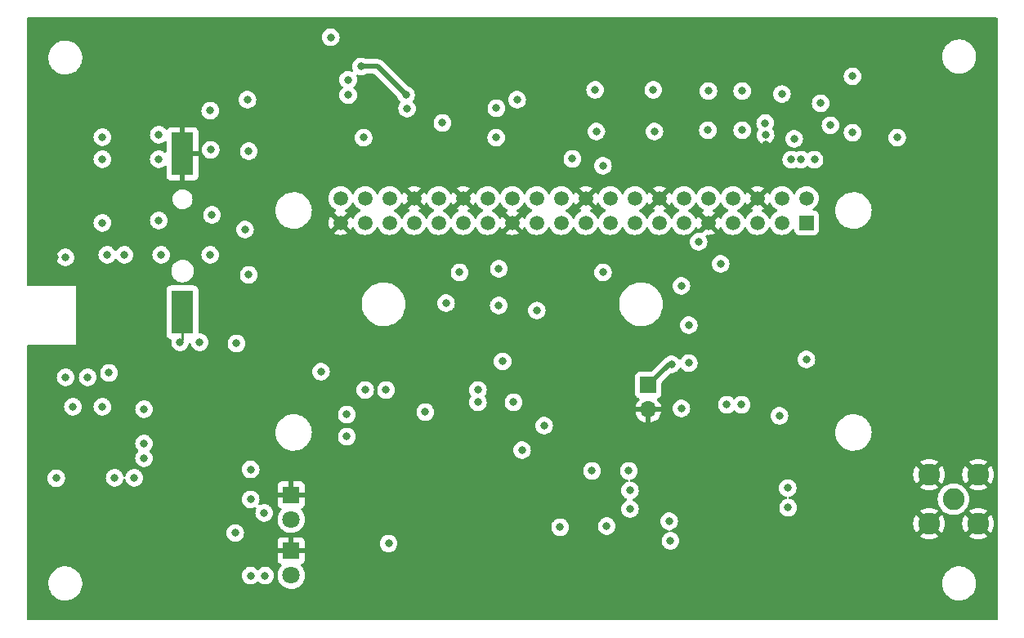
<source format=gbl>
G04 #@! TF.GenerationSoftware,KiCad,Pcbnew,(6.0.7-1)-1*
G04 #@! TF.CreationDate,2023-01-09T19:50:39-06:00*
G04 #@! TF.ProjectId,Neutro_v1,4e657574-726f-45f7-9631-2e6b69636164,v1*
G04 #@! TF.SameCoordinates,Original*
G04 #@! TF.FileFunction,Copper,L4,Bot*
G04 #@! TF.FilePolarity,Positive*
%FSLAX46Y46*%
G04 Gerber Fmt 4.6, Leading zero omitted, Abs format (unit mm)*
G04 Created by KiCad (PCBNEW (6.0.7-1)-1) date 2023-01-09 19:50:39*
%MOMM*%
%LPD*%
G01*
G04 APERTURE LIST*
G04 #@! TA.AperFunction,ComponentPad*
%ADD10C,2.250000*%
G04 #@! TD*
G04 #@! TA.AperFunction,ComponentPad*
%ADD11R,1.800000X1.800000*%
G04 #@! TD*
G04 #@! TA.AperFunction,ComponentPad*
%ADD12C,1.800000*%
G04 #@! TD*
G04 #@! TA.AperFunction,ComponentPad*
%ADD13R,1.508000X1.508000*%
G04 #@! TD*
G04 #@! TA.AperFunction,ComponentPad*
%ADD14C,1.508000*%
G04 #@! TD*
G04 #@! TA.AperFunction,SMDPad,CuDef*
%ADD15R,2.300000X4.500000*%
G04 #@! TD*
G04 #@! TA.AperFunction,ComponentPad*
%ADD16R,1.700000X1.700000*%
G04 #@! TD*
G04 #@! TA.AperFunction,ComponentPad*
%ADD17O,1.700000X1.700000*%
G04 #@! TD*
G04 #@! TA.AperFunction,ViaPad*
%ADD18C,0.800000*%
G04 #@! TD*
G04 #@! TA.AperFunction,Conductor*
%ADD19C,0.250000*%
G04 #@! TD*
G04 #@! TA.AperFunction,Conductor*
%ADD20C,0.500000*%
G04 #@! TD*
G04 APERTURE END LIST*
D10*
X198120000Y-120269000D03*
X200660000Y-117729000D03*
X200660000Y-122809000D03*
X195580000Y-122809000D03*
X195580000Y-117729000D03*
D11*
X129500000Y-119825000D03*
D12*
X129500000Y-122365000D03*
D11*
X129500000Y-125625000D03*
D12*
X129500000Y-128165000D03*
D13*
X182880000Y-91628000D03*
D14*
X182880000Y-89088000D03*
X180340000Y-91628000D03*
X180340000Y-89088000D03*
X177800000Y-91628000D03*
X177800000Y-89088000D03*
X175260000Y-91628000D03*
X175260000Y-89088000D03*
X172720000Y-91628000D03*
X172720000Y-89088000D03*
X170180000Y-91628000D03*
X170180000Y-89088000D03*
X167640000Y-91628000D03*
X167640000Y-89088000D03*
X165100000Y-91628000D03*
X165100000Y-89088000D03*
X162560000Y-91628000D03*
X162560000Y-89088000D03*
X160020000Y-91628000D03*
X160020000Y-89088000D03*
X157480000Y-91628000D03*
X157480000Y-89088000D03*
X154940000Y-91628000D03*
X154940000Y-89088000D03*
X152400000Y-91628000D03*
X152400000Y-89088000D03*
X149860000Y-91628000D03*
X149860000Y-89088000D03*
X147320000Y-91628000D03*
X147320000Y-89088000D03*
X144780000Y-91628000D03*
X144780000Y-89088000D03*
X142240000Y-91628000D03*
X142240000Y-89088000D03*
X139700000Y-91628000D03*
X139700000Y-89088000D03*
X137160000Y-91628000D03*
X137160000Y-89088000D03*
X134620000Y-91628000D03*
X134620000Y-89088000D03*
D15*
X118237000Y-84487099D03*
X118237000Y-100887099D03*
D16*
X166497000Y-108458000D03*
D17*
X166497000Y-110998000D03*
D18*
X161114000Y-82169000D03*
X139598400Y-124866400D03*
X132588000Y-107061000D03*
X133600000Y-72400000D03*
X160987000Y-77851000D03*
X105156000Y-118110000D03*
X182880000Y-105791000D03*
X168910000Y-106299000D03*
X148844000Y-108966000D03*
X145542000Y-99949000D03*
X145161000Y-81280000D03*
X146939000Y-96774000D03*
X105000000Y-95200000D03*
X185750000Y-126750000D03*
X186418000Y-128668000D03*
X104902000Y-110871000D03*
X188875000Y-123625000D03*
X191418000Y-123668000D03*
X104900000Y-108600000D03*
X192625000Y-119875000D03*
X105029000Y-91567000D03*
X185800000Y-129286000D03*
X192043000Y-123043000D03*
X103200200Y-89916000D03*
X105000000Y-93200000D03*
X190125000Y-122375000D03*
X181022095Y-81665393D03*
X190793000Y-124293000D03*
X192000000Y-120500000D03*
X187000000Y-125500000D03*
X190750000Y-121750000D03*
X191375000Y-121125000D03*
X188250000Y-124250000D03*
X188293000Y-126793000D03*
X187625000Y-124875000D03*
X188918000Y-126168000D03*
X189500000Y-123000000D03*
X184531000Y-128000000D03*
X187043000Y-128043000D03*
X103124000Y-112909500D03*
X192668000Y-122418000D03*
X183339000Y-82550000D03*
X185125000Y-127375000D03*
X190168000Y-124918000D03*
X189543000Y-125543000D03*
X187668000Y-127418000D03*
X186375000Y-126125000D03*
X178640000Y-83549503D03*
X151000000Y-100200000D03*
X151003000Y-96393000D03*
X150731500Y-82804000D03*
X151400000Y-106000000D03*
X109935998Y-82755500D03*
X121158000Y-84074000D03*
X161798000Y-85725000D03*
X109935998Y-85041500D03*
X125095000Y-84201000D03*
X124968000Y-78867000D03*
X115777998Y-85041500D03*
X158623000Y-85000500D03*
X121111998Y-80010000D03*
X115777998Y-82501500D03*
X143383000Y-111252000D03*
X170688000Y-106172000D03*
X168783000Y-124587000D03*
X170688000Y-102235000D03*
X180935500Y-119126000D03*
X171704000Y-93599000D03*
X173990000Y-95885000D03*
X161798000Y-96774000D03*
X164592000Y-119380000D03*
X162179000Y-123063000D03*
X157353000Y-123190000D03*
X160655000Y-117348000D03*
X164465000Y-117348000D03*
X181610000Y-82931000D03*
X164592000Y-121285000D03*
X153416000Y-115189000D03*
X154944299Y-100715299D03*
X169926000Y-98171000D03*
X169926000Y-110871000D03*
X168656000Y-122555000D03*
X184355000Y-79248000D03*
X187657000Y-76454000D03*
X187657000Y-82296000D03*
X185371000Y-81534000D03*
X167132000Y-82169000D03*
X178640000Y-82550000D03*
X176227000Y-82042000D03*
X172671000Y-82042000D03*
X183715701Y-85085701D03*
X125300000Y-117200000D03*
X182327299Y-85085701D03*
X123700000Y-123779000D03*
X110617000Y-107188000D03*
X114253998Y-114505500D03*
X114253998Y-110949500D03*
X111205998Y-118061500D03*
X114253998Y-116029500D03*
X113237998Y-118061500D03*
X117983000Y-104013000D03*
X152527000Y-110236000D03*
X123825000Y-104140000D03*
X155702000Y-112649000D03*
X120015000Y-104013000D03*
X148844000Y-110236000D03*
X137160000Y-108966000D03*
X139319000Y-108966000D03*
X135255000Y-111506000D03*
X135255000Y-113792000D03*
X126700000Y-121700000D03*
X125300000Y-120300000D03*
X110443998Y-94947500D03*
X109935998Y-91645500D03*
X115777998Y-91391500D03*
X112221998Y-94947500D03*
X181307000Y-85090000D03*
X192278000Y-82804000D03*
X167005000Y-77851000D03*
X176227000Y-77978000D03*
X178600000Y-81300000D03*
X172720000Y-77978000D03*
X180340000Y-78281000D03*
X109935998Y-110695500D03*
X108411998Y-107647500D03*
X106887998Y-110695500D03*
X106125998Y-107647500D03*
X174625000Y-110490000D03*
X180086000Y-111633000D03*
X180975000Y-121158000D03*
X176149000Y-110490000D03*
X135400000Y-78400000D03*
X150749000Y-79756000D03*
X152908000Y-78867000D03*
X136737500Y-75431250D03*
X135400000Y-76800000D03*
X141400000Y-78400000D03*
X116031998Y-94947500D03*
X121111998Y-94947500D03*
X125095000Y-97028000D03*
X121285000Y-90805000D03*
X106100000Y-95200000D03*
X124714000Y-92329000D03*
X126800000Y-128200000D03*
X125300000Y-128200000D03*
X137000000Y-82800000D03*
X141500000Y-79800000D03*
D19*
X168656000Y-106299000D02*
X168910000Y-106299000D01*
D20*
X166497000Y-108458000D02*
X168656000Y-106299000D01*
D19*
X117983000Y-104013000D02*
X118237000Y-103759000D01*
X118237000Y-103759000D02*
X118237000Y-101014099D01*
D20*
X138431250Y-75431250D02*
X136737500Y-75431250D01*
X141400000Y-78400000D02*
X138431250Y-75431250D01*
G04 #@! TA.AperFunction,Conductor*
G36*
X202633621Y-70378502D02*
G01*
X202680114Y-70432158D01*
X202691500Y-70484500D01*
X202691500Y-132715500D01*
X202671498Y-132783621D01*
X202617842Y-132830114D01*
X202565500Y-132841500D01*
X102234500Y-132841500D01*
X102166379Y-132821498D01*
X102119886Y-132767842D01*
X102108500Y-132715500D01*
X102108500Y-129107655D01*
X104339858Y-129107655D01*
X104375104Y-129366638D01*
X104376412Y-129371124D01*
X104376412Y-129371126D01*
X104395606Y-129436977D01*
X104448243Y-129617567D01*
X104557668Y-129854928D01*
X104560231Y-129858837D01*
X104698410Y-130069596D01*
X104698414Y-130069601D01*
X104700976Y-130073509D01*
X104875018Y-130268506D01*
X105075970Y-130435637D01*
X105079973Y-130438066D01*
X105295422Y-130568804D01*
X105295426Y-130568806D01*
X105299419Y-130571229D01*
X105540455Y-130672303D01*
X105793783Y-130736641D01*
X105798434Y-130737109D01*
X105798438Y-130737110D01*
X105991308Y-130756531D01*
X106010867Y-130758500D01*
X106166354Y-130758500D01*
X106168679Y-130758327D01*
X106168685Y-130758327D01*
X106356000Y-130744407D01*
X106356004Y-130744406D01*
X106360652Y-130744061D01*
X106365200Y-130743032D01*
X106365206Y-130743031D01*
X106551601Y-130700853D01*
X106615577Y-130686377D01*
X106651769Y-130672303D01*
X106854824Y-130593340D01*
X106854827Y-130593339D01*
X106859177Y-130591647D01*
X107086098Y-130461951D01*
X107291357Y-130300138D01*
X107470443Y-130109763D01*
X107619424Y-129895009D01*
X107735025Y-129660593D01*
X107814707Y-129411665D01*
X107856721Y-129153693D01*
X107858685Y-129003622D01*
X107860081Y-128897022D01*
X107860081Y-128897019D01*
X107860142Y-128892345D01*
X107824896Y-128633362D01*
X107810473Y-128583877D01*
X107776877Y-128468617D01*
X107751757Y-128382433D01*
X107667654Y-128200000D01*
X124386496Y-128200000D01*
X124387186Y-128206565D01*
X124402948Y-128356529D01*
X124406458Y-128389928D01*
X124465473Y-128571556D01*
X124468776Y-128577278D01*
X124468777Y-128577279D01*
X124474760Y-128587642D01*
X124560960Y-128736944D01*
X124688747Y-128878866D01*
X124843248Y-128991118D01*
X124849276Y-128993802D01*
X124849278Y-128993803D01*
X125011681Y-129066109D01*
X125017712Y-129068794D01*
X125111113Y-129088647D01*
X125198056Y-129107128D01*
X125198061Y-129107128D01*
X125204513Y-129108500D01*
X125395487Y-129108500D01*
X125401939Y-129107128D01*
X125401944Y-129107128D01*
X125488887Y-129088647D01*
X125582288Y-129068794D01*
X125588319Y-129066109D01*
X125750722Y-128993803D01*
X125750724Y-128993802D01*
X125756752Y-128991118D01*
X125911253Y-128878866D01*
X125956364Y-128828765D01*
X126016810Y-128791525D01*
X126087793Y-128792877D01*
X126143636Y-128828765D01*
X126188747Y-128878866D01*
X126343248Y-128991118D01*
X126349276Y-128993802D01*
X126349278Y-128993803D01*
X126511681Y-129066109D01*
X126517712Y-129068794D01*
X126611113Y-129088647D01*
X126698056Y-129107128D01*
X126698061Y-129107128D01*
X126704513Y-129108500D01*
X126895487Y-129108500D01*
X126901939Y-129107128D01*
X126901944Y-129107128D01*
X126988887Y-129088647D01*
X127082288Y-129068794D01*
X127088319Y-129066109D01*
X127250722Y-128993803D01*
X127250724Y-128993802D01*
X127256752Y-128991118D01*
X127411253Y-128878866D01*
X127539040Y-128736944D01*
X127625240Y-128587642D01*
X127631223Y-128577279D01*
X127631224Y-128577278D01*
X127634527Y-128571556D01*
X127693542Y-128389928D01*
X127697053Y-128356529D01*
X127712814Y-128206565D01*
X127713504Y-128200000D01*
X127706196Y-128130469D01*
X128087095Y-128130469D01*
X128087392Y-128135622D01*
X128087392Y-128135625D01*
X128093067Y-128234041D01*
X128100427Y-128361697D01*
X128101564Y-128366743D01*
X128101565Y-128366749D01*
X128133741Y-128509523D01*
X128151346Y-128587642D01*
X128153288Y-128592424D01*
X128153289Y-128592428D01*
X128204263Y-128717961D01*
X128238484Y-128802237D01*
X128359501Y-128999719D01*
X128511147Y-129174784D01*
X128689349Y-129322730D01*
X128889322Y-129439584D01*
X129105694Y-129522209D01*
X129110760Y-129523240D01*
X129110761Y-129523240D01*
X129163846Y-129534040D01*
X129332656Y-129568385D01*
X129463324Y-129573176D01*
X129558949Y-129576683D01*
X129558953Y-129576683D01*
X129564113Y-129576872D01*
X129569233Y-129576216D01*
X129569235Y-129576216D01*
X129642270Y-129566860D01*
X129793847Y-129547442D01*
X129798795Y-129545957D01*
X129798802Y-129545956D01*
X130010747Y-129482369D01*
X130015690Y-129480886D01*
X130096236Y-129441427D01*
X130219049Y-129381262D01*
X130219052Y-129381260D01*
X130223684Y-129378991D01*
X130412243Y-129244494D01*
X130549560Y-129107655D01*
X196939858Y-129107655D01*
X196975104Y-129366638D01*
X196976412Y-129371124D01*
X196976412Y-129371126D01*
X196995606Y-129436977D01*
X197048243Y-129617567D01*
X197157668Y-129854928D01*
X197160231Y-129858837D01*
X197298410Y-130069596D01*
X197298414Y-130069601D01*
X197300976Y-130073509D01*
X197475018Y-130268506D01*
X197675970Y-130435637D01*
X197679973Y-130438066D01*
X197895422Y-130568804D01*
X197895426Y-130568806D01*
X197899419Y-130571229D01*
X198140455Y-130672303D01*
X198393783Y-130736641D01*
X198398434Y-130737109D01*
X198398438Y-130737110D01*
X198591308Y-130756531D01*
X198610867Y-130758500D01*
X198766354Y-130758500D01*
X198768679Y-130758327D01*
X198768685Y-130758327D01*
X198956000Y-130744407D01*
X198956004Y-130744406D01*
X198960652Y-130744061D01*
X198965200Y-130743032D01*
X198965206Y-130743031D01*
X199151601Y-130700853D01*
X199215577Y-130686377D01*
X199251769Y-130672303D01*
X199454824Y-130593340D01*
X199454827Y-130593339D01*
X199459177Y-130591647D01*
X199686098Y-130461951D01*
X199891357Y-130300138D01*
X200070443Y-130109763D01*
X200219424Y-129895009D01*
X200335025Y-129660593D01*
X200414707Y-129411665D01*
X200456721Y-129153693D01*
X200458685Y-129003622D01*
X200460081Y-128897022D01*
X200460081Y-128897019D01*
X200460142Y-128892345D01*
X200424896Y-128633362D01*
X200410473Y-128583877D01*
X200376877Y-128468617D01*
X200351757Y-128382433D01*
X200242332Y-128145072D01*
X200104057Y-127934167D01*
X200101590Y-127930404D01*
X200101586Y-127930399D01*
X200099024Y-127926491D01*
X199924982Y-127731494D01*
X199724030Y-127564363D01*
X199646392Y-127517251D01*
X199504578Y-127431196D01*
X199504574Y-127431194D01*
X199500581Y-127428771D01*
X199259545Y-127327697D01*
X199006217Y-127263359D01*
X199001566Y-127262891D01*
X199001562Y-127262890D01*
X198792271Y-127241816D01*
X198789133Y-127241500D01*
X198633646Y-127241500D01*
X198631321Y-127241673D01*
X198631315Y-127241673D01*
X198444000Y-127255593D01*
X198443996Y-127255594D01*
X198439348Y-127255939D01*
X198434800Y-127256968D01*
X198434794Y-127256969D01*
X198249763Y-127298838D01*
X198184423Y-127313623D01*
X198180071Y-127315315D01*
X198180069Y-127315316D01*
X197945176Y-127406660D01*
X197945173Y-127406661D01*
X197940823Y-127408353D01*
X197713902Y-127538049D01*
X197508643Y-127699862D01*
X197329557Y-127890237D01*
X197180576Y-128104991D01*
X197178510Y-128109181D01*
X197178508Y-128109184D01*
X197116936Y-128234041D01*
X197064975Y-128339407D01*
X197063553Y-128343850D01*
X197063552Y-128343852D01*
X197026839Y-128458544D01*
X196985293Y-128588335D01*
X196943279Y-128846307D01*
X196939858Y-129107655D01*
X130549560Y-129107655D01*
X130576303Y-129081005D01*
X130585078Y-129068794D01*
X130643682Y-128987237D01*
X130711458Y-128892917D01*
X130716484Y-128882749D01*
X130811784Y-128689922D01*
X130811785Y-128689920D01*
X130814078Y-128685280D01*
X130881408Y-128463671D01*
X130911640Y-128234041D01*
X130911722Y-128230691D01*
X130913245Y-128168365D01*
X130913245Y-128168361D01*
X130913327Y-128165000D01*
X130900590Y-128010072D01*
X130894773Y-127939318D01*
X130894772Y-127939312D01*
X130894349Y-127934167D01*
X130837925Y-127709533D01*
X130832463Y-127696971D01*
X130747630Y-127501868D01*
X130747628Y-127501865D01*
X130745570Y-127497131D01*
X130619764Y-127302665D01*
X130529486Y-127203450D01*
X130498434Y-127139605D01*
X130506829Y-127069106D01*
X130552005Y-127014338D01*
X130578449Y-127000669D01*
X130638054Y-126978324D01*
X130653649Y-126969786D01*
X130755724Y-126893285D01*
X130768285Y-126880724D01*
X130844786Y-126778649D01*
X130853324Y-126763054D01*
X130898478Y-126642606D01*
X130902105Y-126627351D01*
X130907631Y-126576486D01*
X130908000Y-126569672D01*
X130908000Y-125897115D01*
X130903525Y-125881876D01*
X130902135Y-125880671D01*
X130894452Y-125879000D01*
X128110116Y-125879000D01*
X128094877Y-125883475D01*
X128093672Y-125884865D01*
X128092001Y-125892548D01*
X128092001Y-126569669D01*
X128092371Y-126576490D01*
X128097895Y-126627352D01*
X128101521Y-126642604D01*
X128146676Y-126763054D01*
X128155214Y-126778649D01*
X128231715Y-126880724D01*
X128244276Y-126893285D01*
X128346351Y-126969786D01*
X128361946Y-126978324D01*
X128421540Y-127000665D01*
X128478304Y-127043307D01*
X128503004Y-127109868D01*
X128487796Y-127179217D01*
X128468404Y-127205698D01*
X128401639Y-127275564D01*
X128398725Y-127279836D01*
X128398724Y-127279837D01*
X128361851Y-127333891D01*
X128271119Y-127466899D01*
X128173602Y-127676981D01*
X128111707Y-127900169D01*
X128087095Y-128130469D01*
X127706196Y-128130469D01*
X127703518Y-128104991D01*
X127694232Y-128016635D01*
X127694232Y-128016633D01*
X127693542Y-128010072D01*
X127634527Y-127828444D01*
X127539040Y-127663056D01*
X127447990Y-127561934D01*
X127415675Y-127526045D01*
X127415674Y-127526044D01*
X127411253Y-127521134D01*
X127312157Y-127449136D01*
X127262094Y-127412763D01*
X127262093Y-127412762D01*
X127256752Y-127408882D01*
X127250724Y-127406198D01*
X127250722Y-127406197D01*
X127088319Y-127333891D01*
X127088318Y-127333891D01*
X127082288Y-127331206D01*
X126968451Y-127307009D01*
X126901944Y-127292872D01*
X126901939Y-127292872D01*
X126895487Y-127291500D01*
X126704513Y-127291500D01*
X126698061Y-127292872D01*
X126698056Y-127292872D01*
X126631549Y-127307009D01*
X126517712Y-127331206D01*
X126511682Y-127333891D01*
X126511681Y-127333891D01*
X126349278Y-127406197D01*
X126349276Y-127406198D01*
X126343248Y-127408882D01*
X126337907Y-127412762D01*
X126337906Y-127412763D01*
X126287843Y-127449136D01*
X126188747Y-127521134D01*
X126147130Y-127567355D01*
X126143636Y-127571235D01*
X126083190Y-127608475D01*
X126012207Y-127607123D01*
X125956364Y-127571235D01*
X125952871Y-127567355D01*
X125911253Y-127521134D01*
X125812157Y-127449136D01*
X125762094Y-127412763D01*
X125762093Y-127412762D01*
X125756752Y-127408882D01*
X125750724Y-127406198D01*
X125750722Y-127406197D01*
X125588319Y-127333891D01*
X125588318Y-127333891D01*
X125582288Y-127331206D01*
X125468451Y-127307009D01*
X125401944Y-127292872D01*
X125401939Y-127292872D01*
X125395487Y-127291500D01*
X125204513Y-127291500D01*
X125198061Y-127292872D01*
X125198056Y-127292872D01*
X125131549Y-127307009D01*
X125017712Y-127331206D01*
X125011682Y-127333891D01*
X125011681Y-127333891D01*
X124849278Y-127406197D01*
X124849276Y-127406198D01*
X124843248Y-127408882D01*
X124837907Y-127412762D01*
X124837906Y-127412763D01*
X124787843Y-127449136D01*
X124688747Y-127521134D01*
X124684326Y-127526044D01*
X124684325Y-127526045D01*
X124652011Y-127561934D01*
X124560960Y-127663056D01*
X124465473Y-127828444D01*
X124406458Y-128010072D01*
X124405768Y-128016633D01*
X124405768Y-128016635D01*
X124396482Y-128104991D01*
X124386496Y-128200000D01*
X107667654Y-128200000D01*
X107642332Y-128145072D01*
X107504057Y-127934167D01*
X107501590Y-127930404D01*
X107501586Y-127930399D01*
X107499024Y-127926491D01*
X107324982Y-127731494D01*
X107124030Y-127564363D01*
X107046392Y-127517251D01*
X106904578Y-127431196D01*
X106904574Y-127431194D01*
X106900581Y-127428771D01*
X106659545Y-127327697D01*
X106406217Y-127263359D01*
X106401566Y-127262891D01*
X106401562Y-127262890D01*
X106192271Y-127241816D01*
X106189133Y-127241500D01*
X106033646Y-127241500D01*
X106031321Y-127241673D01*
X106031315Y-127241673D01*
X105844000Y-127255593D01*
X105843996Y-127255594D01*
X105839348Y-127255939D01*
X105834800Y-127256968D01*
X105834794Y-127256969D01*
X105649763Y-127298838D01*
X105584423Y-127313623D01*
X105580071Y-127315315D01*
X105580069Y-127315316D01*
X105345176Y-127406660D01*
X105345173Y-127406661D01*
X105340823Y-127408353D01*
X105113902Y-127538049D01*
X104908643Y-127699862D01*
X104729557Y-127890237D01*
X104580576Y-128104991D01*
X104578510Y-128109181D01*
X104578508Y-128109184D01*
X104516936Y-128234041D01*
X104464975Y-128339407D01*
X104463553Y-128343850D01*
X104463552Y-128343852D01*
X104426839Y-128458544D01*
X104385293Y-128588335D01*
X104343279Y-128846307D01*
X104339858Y-129107655D01*
X102108500Y-129107655D01*
X102108500Y-125352885D01*
X128092000Y-125352885D01*
X128096475Y-125368124D01*
X128097865Y-125369329D01*
X128105548Y-125371000D01*
X129227885Y-125371000D01*
X129243124Y-125366525D01*
X129244329Y-125365135D01*
X129246000Y-125357452D01*
X129246000Y-125352885D01*
X129754000Y-125352885D01*
X129758475Y-125368124D01*
X129759865Y-125369329D01*
X129767548Y-125371000D01*
X130889884Y-125371000D01*
X130905123Y-125366525D01*
X130906328Y-125365135D01*
X130907999Y-125357452D01*
X130907999Y-124866400D01*
X138684896Y-124866400D01*
X138704858Y-125056328D01*
X138763873Y-125237956D01*
X138767176Y-125243678D01*
X138767177Y-125243679D01*
X138779987Y-125265866D01*
X138859360Y-125403344D01*
X138863778Y-125408251D01*
X138863779Y-125408252D01*
X138982725Y-125540355D01*
X138987147Y-125545266D01*
X139141648Y-125657518D01*
X139147676Y-125660202D01*
X139147678Y-125660203D01*
X139310081Y-125732509D01*
X139316112Y-125735194D01*
X139409512Y-125755047D01*
X139496456Y-125773528D01*
X139496461Y-125773528D01*
X139502913Y-125774900D01*
X139693887Y-125774900D01*
X139700339Y-125773528D01*
X139700344Y-125773528D01*
X139787288Y-125755047D01*
X139880688Y-125735194D01*
X139886719Y-125732509D01*
X140049122Y-125660203D01*
X140049124Y-125660202D01*
X140055152Y-125657518D01*
X140209653Y-125545266D01*
X140214075Y-125540355D01*
X140333021Y-125408252D01*
X140333022Y-125408251D01*
X140337440Y-125403344D01*
X140416813Y-125265866D01*
X140429623Y-125243679D01*
X140429624Y-125243678D01*
X140432927Y-125237956D01*
X140491942Y-125056328D01*
X140511904Y-124866400D01*
X140502500Y-124776928D01*
X140492632Y-124683035D01*
X140492632Y-124683033D01*
X140491942Y-124676472D01*
X140432927Y-124494844D01*
X140337440Y-124329456D01*
X140293103Y-124280214D01*
X140214075Y-124192445D01*
X140214074Y-124192444D01*
X140209653Y-124187534D01*
X140055152Y-124075282D01*
X140049124Y-124072598D01*
X140049122Y-124072597D01*
X139886719Y-124000291D01*
X139886718Y-124000291D01*
X139880688Y-123997606D01*
X139757870Y-123971500D01*
X139700344Y-123959272D01*
X139700339Y-123959272D01*
X139693887Y-123957900D01*
X139502913Y-123957900D01*
X139496461Y-123959272D01*
X139496456Y-123959272D01*
X139438930Y-123971500D01*
X139316112Y-123997606D01*
X139310082Y-124000291D01*
X139310081Y-124000291D01*
X139147678Y-124072597D01*
X139147676Y-124072598D01*
X139141648Y-124075282D01*
X138987147Y-124187534D01*
X138982726Y-124192444D01*
X138982725Y-124192445D01*
X138903698Y-124280214D01*
X138859360Y-124329456D01*
X138763873Y-124494844D01*
X138704858Y-124676472D01*
X138704168Y-124683033D01*
X138704168Y-124683035D01*
X138694300Y-124776928D01*
X138684896Y-124866400D01*
X130907999Y-124866400D01*
X130907999Y-124680331D01*
X130907629Y-124673510D01*
X130902105Y-124622648D01*
X130898479Y-124607396D01*
X130853324Y-124486946D01*
X130844786Y-124471351D01*
X130768285Y-124369276D01*
X130755724Y-124356715D01*
X130653649Y-124280214D01*
X130638054Y-124271676D01*
X130517606Y-124226522D01*
X130502351Y-124222895D01*
X130451486Y-124217369D01*
X130444672Y-124217000D01*
X129772115Y-124217000D01*
X129756876Y-124221475D01*
X129755671Y-124222865D01*
X129754000Y-124230548D01*
X129754000Y-125352885D01*
X129246000Y-125352885D01*
X129246000Y-124235116D01*
X129241525Y-124219877D01*
X129240135Y-124218672D01*
X129232452Y-124217001D01*
X128555331Y-124217001D01*
X128548510Y-124217371D01*
X128497648Y-124222895D01*
X128482396Y-124226521D01*
X128361946Y-124271676D01*
X128346351Y-124280214D01*
X128244276Y-124356715D01*
X128231715Y-124369276D01*
X128155214Y-124471351D01*
X128146676Y-124486946D01*
X128101522Y-124607394D01*
X128097895Y-124622649D01*
X128092369Y-124673514D01*
X128092000Y-124680328D01*
X128092000Y-125352885D01*
X102108500Y-125352885D01*
X102108500Y-123779000D01*
X122786496Y-123779000D01*
X122787186Y-123785565D01*
X122800585Y-123913045D01*
X122806458Y-123968928D01*
X122865473Y-124150556D01*
X122960960Y-124315944D01*
X123088747Y-124457866D01*
X123243248Y-124570118D01*
X123249276Y-124572802D01*
X123249278Y-124572803D01*
X123361235Y-124622649D01*
X123417712Y-124647794D01*
X123511112Y-124667647D01*
X123598056Y-124686128D01*
X123598061Y-124686128D01*
X123604513Y-124687500D01*
X123795487Y-124687500D01*
X123801939Y-124686128D01*
X123801944Y-124686128D01*
X123888888Y-124667647D01*
X123982288Y-124647794D01*
X124038765Y-124622649D01*
X124150722Y-124572803D01*
X124150724Y-124572802D01*
X124156752Y-124570118D01*
X124311253Y-124457866D01*
X124439040Y-124315944D01*
X124534527Y-124150556D01*
X124593542Y-123968928D01*
X124599416Y-123913045D01*
X124612814Y-123785565D01*
X124613504Y-123779000D01*
X124608033Y-123726944D01*
X124594232Y-123595635D01*
X124594232Y-123595633D01*
X124593542Y-123589072D01*
X124534527Y-123407444D01*
X124514852Y-123373365D01*
X124459104Y-123276808D01*
X124439040Y-123242056D01*
X124386258Y-123183435D01*
X124315675Y-123105045D01*
X124315674Y-123105044D01*
X124311253Y-123100134D01*
X124212157Y-123028136D01*
X124162094Y-122991763D01*
X124162093Y-122991762D01*
X124156752Y-122987882D01*
X124150724Y-122985198D01*
X124150722Y-122985197D01*
X123988319Y-122912891D01*
X123988318Y-122912891D01*
X123982288Y-122910206D01*
X123886860Y-122889922D01*
X123801944Y-122871872D01*
X123801939Y-122871872D01*
X123795487Y-122870500D01*
X123604513Y-122870500D01*
X123598061Y-122871872D01*
X123598056Y-122871872D01*
X123513140Y-122889922D01*
X123417712Y-122910206D01*
X123411682Y-122912891D01*
X123411681Y-122912891D01*
X123249278Y-122985197D01*
X123249276Y-122985198D01*
X123243248Y-122987882D01*
X123237907Y-122991762D01*
X123237906Y-122991763D01*
X123187843Y-123028136D01*
X123088747Y-123100134D01*
X123084326Y-123105044D01*
X123084325Y-123105045D01*
X123013743Y-123183435D01*
X122960960Y-123242056D01*
X122940896Y-123276808D01*
X122885149Y-123373365D01*
X122865473Y-123407444D01*
X122806458Y-123589072D01*
X122805768Y-123595633D01*
X122805768Y-123595635D01*
X122791967Y-123726944D01*
X122786496Y-123779000D01*
X102108500Y-123779000D01*
X102108500Y-120300000D01*
X124386496Y-120300000D01*
X124387186Y-120306565D01*
X124405324Y-120479134D01*
X124406458Y-120489928D01*
X124465473Y-120671556D01*
X124560960Y-120836944D01*
X124565378Y-120841851D01*
X124565379Y-120841852D01*
X124624688Y-120907721D01*
X124688747Y-120978866D01*
X124729277Y-121008313D01*
X124803317Y-121062106D01*
X124843248Y-121091118D01*
X124849276Y-121093802D01*
X124849278Y-121093803D01*
X125004824Y-121163056D01*
X125017712Y-121168794D01*
X125081441Y-121182340D01*
X125198056Y-121207128D01*
X125198061Y-121207128D01*
X125204513Y-121208500D01*
X125395487Y-121208500D01*
X125401939Y-121207128D01*
X125401944Y-121207128D01*
X125518559Y-121182340D01*
X125582288Y-121168794D01*
X125606200Y-121158148D01*
X125624323Y-121150079D01*
X125733257Y-121101579D01*
X125803622Y-121092145D01*
X125867919Y-121122251D01*
X125905733Y-121182340D01*
X125905057Y-121253333D01*
X125893624Y-121279685D01*
X125865473Y-121328444D01*
X125806458Y-121510072D01*
X125805768Y-121516633D01*
X125805768Y-121516635D01*
X125792119Y-121646500D01*
X125786496Y-121700000D01*
X125787186Y-121706565D01*
X125802795Y-121855072D01*
X125806458Y-121889928D01*
X125865473Y-122071556D01*
X125960960Y-122236944D01*
X126088747Y-122378866D01*
X126243248Y-122491118D01*
X126249276Y-122493802D01*
X126249278Y-122493803D01*
X126411681Y-122566109D01*
X126417712Y-122568794D01*
X126511113Y-122588647D01*
X126598056Y-122607128D01*
X126598061Y-122607128D01*
X126604513Y-122608500D01*
X126795487Y-122608500D01*
X126801939Y-122607128D01*
X126801944Y-122607128D01*
X126888887Y-122588647D01*
X126982288Y-122568794D01*
X126988319Y-122566109D01*
X127150722Y-122493803D01*
X127150724Y-122493802D01*
X127156752Y-122491118D01*
X127311253Y-122378866D01*
X127354830Y-122330469D01*
X128087095Y-122330469D01*
X128087392Y-122335622D01*
X128087392Y-122335625D01*
X128096512Y-122493803D01*
X128100427Y-122561697D01*
X128101564Y-122566743D01*
X128101565Y-122566749D01*
X128128377Y-122685721D01*
X128151346Y-122787642D01*
X128153288Y-122792424D01*
X128153289Y-122792428D01*
X128236540Y-122997450D01*
X128238484Y-123002237D01*
X128359501Y-123199719D01*
X128511147Y-123374784D01*
X128689349Y-123522730D01*
X128889322Y-123639584D01*
X129105694Y-123722209D01*
X129110760Y-123723240D01*
X129110761Y-123723240D01*
X129128967Y-123726944D01*
X129332656Y-123768385D01*
X129463324Y-123773176D01*
X129558949Y-123776683D01*
X129558953Y-123776683D01*
X129564113Y-123776872D01*
X129569233Y-123776216D01*
X129569235Y-123776216D01*
X129642270Y-123766860D01*
X129793847Y-123747442D01*
X129798795Y-123745957D01*
X129798802Y-123745956D01*
X130010747Y-123682369D01*
X130015690Y-123680886D01*
X130020324Y-123678616D01*
X130219049Y-123581262D01*
X130219052Y-123581260D01*
X130223684Y-123578991D01*
X130412243Y-123444494D01*
X130576303Y-123281005D01*
X130641697Y-123190000D01*
X156439496Y-123190000D01*
X156440186Y-123196565D01*
X156456187Y-123348803D01*
X156459458Y-123379928D01*
X156518473Y-123561556D01*
X156521776Y-123567278D01*
X156521777Y-123567279D01*
X156540636Y-123599944D01*
X156613960Y-123726944D01*
X156618378Y-123731851D01*
X156618379Y-123731852D01*
X156673614Y-123793197D01*
X156741747Y-123868866D01*
X156790450Y-123904251D01*
X156881122Y-123970128D01*
X156896248Y-123981118D01*
X156902276Y-123983802D01*
X156902278Y-123983803D01*
X156939311Y-124000291D01*
X157070712Y-124058794D01*
X157135650Y-124072597D01*
X157251056Y-124097128D01*
X157251061Y-124097128D01*
X157257513Y-124098500D01*
X157448487Y-124098500D01*
X157454939Y-124097128D01*
X157454944Y-124097128D01*
X157570350Y-124072597D01*
X157635288Y-124058794D01*
X157766689Y-124000291D01*
X157803722Y-123983803D01*
X157803724Y-123983802D01*
X157809752Y-123981118D01*
X157824879Y-123970128D01*
X157915550Y-123904251D01*
X157964253Y-123868866D01*
X158032386Y-123793197D01*
X158087621Y-123731852D01*
X158087622Y-123731851D01*
X158092040Y-123726944D01*
X158165364Y-123599944D01*
X158184223Y-123567279D01*
X158184224Y-123567278D01*
X158187527Y-123561556D01*
X158246542Y-123379928D01*
X158249814Y-123348803D01*
X158265814Y-123196565D01*
X158266504Y-123190000D01*
X158253156Y-123063000D01*
X161265496Y-123063000D01*
X161266186Y-123069565D01*
X161283863Y-123237749D01*
X161285458Y-123252928D01*
X161344473Y-123434556D01*
X161347776Y-123440278D01*
X161347777Y-123440279D01*
X161357428Y-123456995D01*
X161439960Y-123599944D01*
X161444378Y-123604851D01*
X161444379Y-123604852D01*
X161548861Y-123720891D01*
X161567747Y-123741866D01*
X161722248Y-123854118D01*
X161728276Y-123856802D01*
X161728278Y-123856803D01*
X161890681Y-123929109D01*
X161896712Y-123931794D01*
X161990112Y-123951647D01*
X162077056Y-123970128D01*
X162077061Y-123970128D01*
X162083513Y-123971500D01*
X162274487Y-123971500D01*
X162280939Y-123970128D01*
X162280944Y-123970128D01*
X162367888Y-123951647D01*
X162461288Y-123931794D01*
X162467319Y-123929109D01*
X162629722Y-123856803D01*
X162629724Y-123856802D01*
X162635752Y-123854118D01*
X162790253Y-123741866D01*
X162809139Y-123720891D01*
X162913621Y-123604852D01*
X162913622Y-123604851D01*
X162918040Y-123599944D01*
X163000572Y-123456995D01*
X163010223Y-123440279D01*
X163010224Y-123440278D01*
X163013527Y-123434556D01*
X163072542Y-123252928D01*
X163074138Y-123237749D01*
X163091814Y-123069565D01*
X163092504Y-123063000D01*
X163085890Y-123000072D01*
X163073232Y-122879635D01*
X163073232Y-122879633D01*
X163072542Y-122873072D01*
X163013527Y-122691444D01*
X162934751Y-122555000D01*
X167742496Y-122555000D01*
X167762458Y-122744928D01*
X167821473Y-122926556D01*
X167916960Y-123091944D01*
X168044747Y-123233866D01*
X168199248Y-123346118D01*
X168205276Y-123348802D01*
X168205278Y-123348803D01*
X168367681Y-123421109D01*
X168373712Y-123423794D01*
X168549932Y-123461251D01*
X168612403Y-123494978D01*
X168646725Y-123557128D01*
X168641997Y-123627967D01*
X168599721Y-123685005D01*
X168549931Y-123707743D01*
X168507176Y-123716831D01*
X168507167Y-123716834D01*
X168500712Y-123718206D01*
X168494682Y-123720891D01*
X168494681Y-123720891D01*
X168332278Y-123793197D01*
X168332276Y-123793198D01*
X168326248Y-123795882D01*
X168171747Y-123908134D01*
X168167326Y-123913044D01*
X168167325Y-123913045D01*
X168088769Y-124000291D01*
X168043960Y-124050056D01*
X167996881Y-124131599D01*
X167961752Y-124192445D01*
X167948473Y-124215444D01*
X167889458Y-124397072D01*
X167888768Y-124403633D01*
X167888768Y-124403635D01*
X167883068Y-124457866D01*
X167869496Y-124587000D01*
X167870186Y-124593565D01*
X167879590Y-124683035D01*
X167889458Y-124776928D01*
X167948473Y-124958556D01*
X168043960Y-125123944D01*
X168171747Y-125265866D01*
X168270843Y-125337864D01*
X168310292Y-125366525D01*
X168326248Y-125378118D01*
X168332276Y-125380802D01*
X168332278Y-125380803D01*
X168393930Y-125408252D01*
X168500712Y-125455794D01*
X168594112Y-125475647D01*
X168681056Y-125494128D01*
X168681061Y-125494128D01*
X168687513Y-125495500D01*
X168878487Y-125495500D01*
X168884939Y-125494128D01*
X168884944Y-125494128D01*
X168971888Y-125475647D01*
X169065288Y-125455794D01*
X169172070Y-125408252D01*
X169233722Y-125380803D01*
X169233724Y-125380802D01*
X169239752Y-125378118D01*
X169255709Y-125366525D01*
X169295157Y-125337864D01*
X169394253Y-125265866D01*
X169522040Y-125123944D01*
X169617527Y-124958556D01*
X169676542Y-124776928D01*
X169686411Y-124683035D01*
X169695814Y-124593565D01*
X169696504Y-124587000D01*
X169682932Y-124457866D01*
X169677232Y-124403635D01*
X169677232Y-124403633D01*
X169676542Y-124397072D01*
X169617527Y-124215444D01*
X169604249Y-124192445D01*
X169570200Y-124133471D01*
X194620884Y-124133471D01*
X194624570Y-124138740D01*
X194832121Y-124265927D01*
X194840915Y-124270408D01*
X195069242Y-124364984D01*
X195078627Y-124368033D01*
X195318940Y-124425728D01*
X195328687Y-124427271D01*
X195575070Y-124446662D01*
X195584930Y-124446662D01*
X195831313Y-124427271D01*
X195841060Y-124425728D01*
X196081373Y-124368033D01*
X196090758Y-124364984D01*
X196319085Y-124270408D01*
X196327879Y-124265927D01*
X196533928Y-124139660D01*
X196537968Y-124133471D01*
X199700884Y-124133471D01*
X199704570Y-124138740D01*
X199912121Y-124265927D01*
X199920915Y-124270408D01*
X200149242Y-124364984D01*
X200158627Y-124368033D01*
X200398940Y-124425728D01*
X200408687Y-124427271D01*
X200655070Y-124446662D01*
X200664930Y-124446662D01*
X200911313Y-124427271D01*
X200921060Y-124425728D01*
X201161373Y-124368033D01*
X201170758Y-124364984D01*
X201399085Y-124270408D01*
X201407879Y-124265927D01*
X201613928Y-124139660D01*
X201619190Y-124131599D01*
X201613183Y-124121393D01*
X200672812Y-123181022D01*
X200658868Y-123173408D01*
X200657035Y-123173539D01*
X200650420Y-123177790D01*
X199708276Y-124119934D01*
X199700884Y-124133471D01*
X196537968Y-124133471D01*
X196539190Y-124131599D01*
X196533183Y-124121393D01*
X195592812Y-123181022D01*
X195578868Y-123173408D01*
X195577035Y-123173539D01*
X195570420Y-123177790D01*
X194628276Y-124119934D01*
X194620884Y-124133471D01*
X169570200Y-124133471D01*
X169569119Y-124131599D01*
X169522040Y-124050056D01*
X169477232Y-124000291D01*
X169398675Y-123913045D01*
X169398674Y-123913044D01*
X169394253Y-123908134D01*
X169239752Y-123795882D01*
X169233724Y-123793198D01*
X169233722Y-123793197D01*
X169071319Y-123720891D01*
X169071318Y-123720891D01*
X169065288Y-123718206D01*
X168889068Y-123680749D01*
X168826597Y-123647022D01*
X168792275Y-123584872D01*
X168797003Y-123514033D01*
X168839279Y-123456995D01*
X168889069Y-123434257D01*
X168931824Y-123425169D01*
X168931833Y-123425166D01*
X168938288Y-123423794D01*
X168944319Y-123421109D01*
X169106722Y-123348803D01*
X169106724Y-123348802D01*
X169112752Y-123346118D01*
X169267253Y-123233866D01*
X169395040Y-123091944D01*
X169490527Y-122926556D01*
X169527122Y-122813930D01*
X193942338Y-122813930D01*
X193961729Y-123060313D01*
X193963272Y-123070060D01*
X194020967Y-123310373D01*
X194024016Y-123319758D01*
X194118592Y-123548085D01*
X194123073Y-123556879D01*
X194249340Y-123762928D01*
X194257401Y-123768190D01*
X194267607Y-123762183D01*
X195207978Y-122821812D01*
X195214356Y-122810132D01*
X195944408Y-122810132D01*
X195944539Y-122811965D01*
X195948790Y-122818580D01*
X196890934Y-123760724D01*
X196904471Y-123768116D01*
X196909740Y-123764430D01*
X197036927Y-123556879D01*
X197041408Y-123548085D01*
X197135984Y-123319758D01*
X197139033Y-123310373D01*
X197196728Y-123070060D01*
X197198271Y-123060313D01*
X197217662Y-122813930D01*
X199022338Y-122813930D01*
X199041729Y-123060313D01*
X199043272Y-123070060D01*
X199100967Y-123310373D01*
X199104016Y-123319758D01*
X199198592Y-123548085D01*
X199203073Y-123556879D01*
X199329340Y-123762928D01*
X199337401Y-123768190D01*
X199347607Y-123762183D01*
X200287978Y-122821812D01*
X200294356Y-122810132D01*
X201024408Y-122810132D01*
X201024539Y-122811965D01*
X201028790Y-122818580D01*
X201970934Y-123760724D01*
X201984471Y-123768116D01*
X201989740Y-123764430D01*
X202116927Y-123556879D01*
X202121408Y-123548085D01*
X202215984Y-123319758D01*
X202219033Y-123310373D01*
X202276728Y-123070060D01*
X202278271Y-123060313D01*
X202297662Y-122813930D01*
X202297662Y-122804070D01*
X202278271Y-122557687D01*
X202276728Y-122547940D01*
X202219033Y-122307627D01*
X202215984Y-122298242D01*
X202121408Y-122069915D01*
X202116927Y-122061121D01*
X201990660Y-121855072D01*
X201982599Y-121849810D01*
X201972393Y-121855817D01*
X201032022Y-122796188D01*
X201024408Y-122810132D01*
X200294356Y-122810132D01*
X200295592Y-122807868D01*
X200295461Y-122806035D01*
X200291210Y-122799420D01*
X199349066Y-121857276D01*
X199335529Y-121849884D01*
X199330260Y-121853570D01*
X199203073Y-122061121D01*
X199198592Y-122069915D01*
X199104016Y-122298242D01*
X199100967Y-122307627D01*
X199043272Y-122547940D01*
X199041729Y-122557687D01*
X199022338Y-122804070D01*
X199022338Y-122813930D01*
X197217662Y-122813930D01*
X197217662Y-122804070D01*
X197198271Y-122557687D01*
X197196728Y-122547940D01*
X197139033Y-122307627D01*
X197135984Y-122298242D01*
X197041408Y-122069915D01*
X197036927Y-122061121D01*
X196910660Y-121855072D01*
X196902599Y-121849810D01*
X196892393Y-121855817D01*
X195952022Y-122796188D01*
X195944408Y-122810132D01*
X195214356Y-122810132D01*
X195215592Y-122807868D01*
X195215461Y-122806035D01*
X195211210Y-122799420D01*
X194269066Y-121857276D01*
X194255529Y-121849884D01*
X194250260Y-121853570D01*
X194123073Y-122061121D01*
X194118592Y-122069915D01*
X194024016Y-122298242D01*
X194020967Y-122307627D01*
X193963272Y-122547940D01*
X193961729Y-122557687D01*
X193942338Y-122804070D01*
X193942338Y-122813930D01*
X169527122Y-122813930D01*
X169549542Y-122744928D01*
X169569504Y-122555000D01*
X169556439Y-122430691D01*
X169550232Y-122371635D01*
X169550232Y-122371633D01*
X169549542Y-122365072D01*
X169490527Y-122183444D01*
X169395040Y-122018056D01*
X169349744Y-121967749D01*
X169271675Y-121881045D01*
X169271674Y-121881044D01*
X169267253Y-121876134D01*
X169112752Y-121763882D01*
X169106724Y-121761198D01*
X169106722Y-121761197D01*
X168944319Y-121688891D01*
X168944318Y-121688891D01*
X168938288Y-121686206D01*
X168844888Y-121666353D01*
X168757944Y-121647872D01*
X168757939Y-121647872D01*
X168751487Y-121646500D01*
X168560513Y-121646500D01*
X168554061Y-121647872D01*
X168554056Y-121647872D01*
X168467112Y-121666353D01*
X168373712Y-121686206D01*
X168367682Y-121688891D01*
X168367681Y-121688891D01*
X168205278Y-121761197D01*
X168205276Y-121761198D01*
X168199248Y-121763882D01*
X168044747Y-121876134D01*
X168040326Y-121881044D01*
X168040325Y-121881045D01*
X167962257Y-121967749D01*
X167916960Y-122018056D01*
X167821473Y-122183444D01*
X167762458Y-122365072D01*
X167761768Y-122371633D01*
X167761768Y-122371635D01*
X167755561Y-122430691D01*
X167742496Y-122555000D01*
X162934751Y-122555000D01*
X162918040Y-122526056D01*
X162835190Y-122434041D01*
X162794675Y-122389045D01*
X162794674Y-122389044D01*
X162790253Y-122384134D01*
X162672033Y-122298242D01*
X162641094Y-122275763D01*
X162641093Y-122275762D01*
X162635752Y-122271882D01*
X162629724Y-122269198D01*
X162629722Y-122269197D01*
X162467319Y-122196891D01*
X162467318Y-122196891D01*
X162461288Y-122194206D01*
X162367888Y-122174353D01*
X162280944Y-122155872D01*
X162280939Y-122155872D01*
X162274487Y-122154500D01*
X162083513Y-122154500D01*
X162077061Y-122155872D01*
X162077056Y-122155872D01*
X161990112Y-122174353D01*
X161896712Y-122194206D01*
X161890682Y-122196891D01*
X161890681Y-122196891D01*
X161728278Y-122269197D01*
X161728276Y-122269198D01*
X161722248Y-122271882D01*
X161716907Y-122275762D01*
X161716906Y-122275763D01*
X161685967Y-122298242D01*
X161567747Y-122384134D01*
X161563326Y-122389044D01*
X161563325Y-122389045D01*
X161522811Y-122434041D01*
X161439960Y-122526056D01*
X161344473Y-122691444D01*
X161285458Y-122873072D01*
X161284768Y-122879633D01*
X161284768Y-122879635D01*
X161272110Y-123000072D01*
X161265496Y-123063000D01*
X158253156Y-123063000D01*
X158252466Y-123056435D01*
X158247232Y-123006635D01*
X158247232Y-123006633D01*
X158246542Y-123000072D01*
X158187527Y-122818444D01*
X158183787Y-122811965D01*
X158101024Y-122668617D01*
X158092040Y-122653056D01*
X158006170Y-122557687D01*
X157968675Y-122516045D01*
X157968674Y-122516044D01*
X157964253Y-122511134D01*
X157809752Y-122398882D01*
X157803724Y-122396198D01*
X157803722Y-122396197D01*
X157641319Y-122323891D01*
X157641318Y-122323891D01*
X157635288Y-122321206D01*
X157541887Y-122301353D01*
X157454944Y-122282872D01*
X157454939Y-122282872D01*
X157448487Y-122281500D01*
X157257513Y-122281500D01*
X157251061Y-122282872D01*
X157251056Y-122282872D01*
X157164113Y-122301353D01*
X157070712Y-122321206D01*
X157064682Y-122323891D01*
X157064681Y-122323891D01*
X156902278Y-122396197D01*
X156902276Y-122396198D01*
X156896248Y-122398882D01*
X156741747Y-122511134D01*
X156737326Y-122516044D01*
X156737325Y-122516045D01*
X156699831Y-122557687D01*
X156613960Y-122653056D01*
X156604976Y-122668617D01*
X156522214Y-122811965D01*
X156518473Y-122818444D01*
X156459458Y-123000072D01*
X156458768Y-123006633D01*
X156458768Y-123006635D01*
X156453534Y-123056435D01*
X156439496Y-123190000D01*
X130641697Y-123190000D01*
X130711458Y-123092917D01*
X130729489Y-123056435D01*
X130811784Y-122889922D01*
X130811785Y-122889920D01*
X130814078Y-122885280D01*
X130881408Y-122663671D01*
X130911640Y-122434041D01*
X130912565Y-122396197D01*
X130913245Y-122368365D01*
X130913245Y-122368361D01*
X130913327Y-122365000D01*
X130905451Y-122269197D01*
X130894773Y-122139318D01*
X130894772Y-122139312D01*
X130894349Y-122134167D01*
X130852548Y-121967749D01*
X130839184Y-121914544D01*
X130839183Y-121914540D01*
X130837925Y-121909533D01*
X130835866Y-121904797D01*
X130747630Y-121701868D01*
X130747628Y-121701865D01*
X130745570Y-121697131D01*
X130619764Y-121502665D01*
X130615580Y-121498066D01*
X130529486Y-121403451D01*
X130498434Y-121339605D01*
X130506829Y-121269106D01*
X130552005Y-121214338D01*
X130578449Y-121200669D01*
X130638054Y-121178324D01*
X130653649Y-121169786D01*
X130755724Y-121093285D01*
X130768285Y-121080724D01*
X130844786Y-120978649D01*
X130853324Y-120963054D01*
X130898478Y-120842606D01*
X130902105Y-120827351D01*
X130907631Y-120776486D01*
X130908000Y-120769672D01*
X130908000Y-120097115D01*
X130903525Y-120081876D01*
X130902135Y-120080671D01*
X130894452Y-120079000D01*
X128110116Y-120079000D01*
X128094877Y-120083475D01*
X128093672Y-120084865D01*
X128092001Y-120092548D01*
X128092001Y-120769669D01*
X128092371Y-120776490D01*
X128097895Y-120827352D01*
X128101521Y-120842604D01*
X128146676Y-120963054D01*
X128155214Y-120978649D01*
X128231715Y-121080724D01*
X128244276Y-121093285D01*
X128346351Y-121169786D01*
X128361946Y-121178324D01*
X128421540Y-121200665D01*
X128478304Y-121243307D01*
X128503004Y-121309868D01*
X128487796Y-121379217D01*
X128468404Y-121405698D01*
X128401639Y-121475564D01*
X128398725Y-121479836D01*
X128398724Y-121479837D01*
X128383152Y-121502665D01*
X128271119Y-121666899D01*
X128173602Y-121876981D01*
X128111707Y-122100169D01*
X128087095Y-122330469D01*
X127354830Y-122330469D01*
X127439040Y-122236944D01*
X127534527Y-122071556D01*
X127593542Y-121889928D01*
X127597206Y-121855072D01*
X127612814Y-121706565D01*
X127613504Y-121700000D01*
X127607881Y-121646500D01*
X127594232Y-121516635D01*
X127594232Y-121516633D01*
X127593542Y-121510072D01*
X127534527Y-121328444D01*
X127439040Y-121163056D01*
X127428577Y-121151435D01*
X127315675Y-121026045D01*
X127315674Y-121026044D01*
X127311253Y-121021134D01*
X127156752Y-120908882D01*
X127150724Y-120906198D01*
X127150722Y-120906197D01*
X126988319Y-120833891D01*
X126988318Y-120833891D01*
X126982288Y-120831206D01*
X126888887Y-120811353D01*
X126801944Y-120792872D01*
X126801939Y-120792872D01*
X126795487Y-120791500D01*
X126604513Y-120791500D01*
X126598061Y-120792872D01*
X126598056Y-120792872D01*
X126511113Y-120811353D01*
X126417712Y-120831206D01*
X126411682Y-120833891D01*
X126411681Y-120833891D01*
X126392107Y-120842606D01*
X126266743Y-120898421D01*
X126196378Y-120907855D01*
X126132081Y-120877749D01*
X126094267Y-120817660D01*
X126094943Y-120746667D01*
X126106376Y-120720315D01*
X126109494Y-120714915D01*
X126134527Y-120671556D01*
X126193542Y-120489928D01*
X126194677Y-120479134D01*
X126212814Y-120306565D01*
X126213504Y-120300000D01*
X126199333Y-120165171D01*
X126194232Y-120116635D01*
X126194232Y-120116633D01*
X126193542Y-120110072D01*
X126134527Y-119928444D01*
X126127888Y-119916944D01*
X126063179Y-119804866D01*
X126039040Y-119763056D01*
X126033839Y-119757279D01*
X125915675Y-119626045D01*
X125915674Y-119626044D01*
X125911253Y-119621134D01*
X125817317Y-119552885D01*
X128092000Y-119552885D01*
X128096475Y-119568124D01*
X128097865Y-119569329D01*
X128105548Y-119571000D01*
X129227885Y-119571000D01*
X129243124Y-119566525D01*
X129244329Y-119565135D01*
X129246000Y-119557452D01*
X129246000Y-119552885D01*
X129754000Y-119552885D01*
X129758475Y-119568124D01*
X129759865Y-119569329D01*
X129767548Y-119571000D01*
X130889884Y-119571000D01*
X130905123Y-119566525D01*
X130906328Y-119565135D01*
X130907999Y-119557452D01*
X130907999Y-118880331D01*
X130907629Y-118873510D01*
X130902105Y-118822648D01*
X130898479Y-118807396D01*
X130853324Y-118686946D01*
X130844786Y-118671351D01*
X130768285Y-118569276D01*
X130755724Y-118556715D01*
X130653649Y-118480214D01*
X130638054Y-118471676D01*
X130517606Y-118426522D01*
X130502351Y-118422895D01*
X130451486Y-118417369D01*
X130444672Y-118417000D01*
X129772115Y-118417000D01*
X129756876Y-118421475D01*
X129755671Y-118422865D01*
X129754000Y-118430548D01*
X129754000Y-119552885D01*
X129246000Y-119552885D01*
X129246000Y-118435116D01*
X129241525Y-118419877D01*
X129240135Y-118418672D01*
X129232452Y-118417001D01*
X128555331Y-118417001D01*
X128548510Y-118417371D01*
X128497648Y-118422895D01*
X128482396Y-118426521D01*
X128361946Y-118471676D01*
X128346351Y-118480214D01*
X128244276Y-118556715D01*
X128231715Y-118569276D01*
X128155214Y-118671351D01*
X128146676Y-118686946D01*
X128101522Y-118807394D01*
X128097895Y-118822649D01*
X128092369Y-118873514D01*
X128092000Y-118880328D01*
X128092000Y-119552885D01*
X125817317Y-119552885D01*
X125756752Y-119508882D01*
X125750724Y-119506198D01*
X125750722Y-119506197D01*
X125588319Y-119433891D01*
X125588318Y-119433891D01*
X125582288Y-119431206D01*
X125488888Y-119411353D01*
X125401944Y-119392872D01*
X125401939Y-119392872D01*
X125395487Y-119391500D01*
X125204513Y-119391500D01*
X125198061Y-119392872D01*
X125198056Y-119392872D01*
X125111112Y-119411353D01*
X125017712Y-119431206D01*
X125011682Y-119433891D01*
X125011681Y-119433891D01*
X124849278Y-119506197D01*
X124849276Y-119506198D01*
X124843248Y-119508882D01*
X124688747Y-119621134D01*
X124684326Y-119626044D01*
X124684325Y-119626045D01*
X124566162Y-119757279D01*
X124560960Y-119763056D01*
X124536821Y-119804866D01*
X124472113Y-119916944D01*
X124465473Y-119928444D01*
X124406458Y-120110072D01*
X124405768Y-120116633D01*
X124405768Y-120116635D01*
X124400667Y-120165171D01*
X124386496Y-120300000D01*
X102108500Y-120300000D01*
X102108500Y-118110000D01*
X104242496Y-118110000D01*
X104243186Y-118116565D01*
X104257894Y-118256500D01*
X104262458Y-118299928D01*
X104321473Y-118481556D01*
X104324776Y-118487278D01*
X104324777Y-118487279D01*
X104337799Y-118509834D01*
X104416960Y-118646944D01*
X104421378Y-118651851D01*
X104421379Y-118651852D01*
X104501077Y-118740366D01*
X104544747Y-118788866D01*
X104591244Y-118822648D01*
X104661255Y-118873514D01*
X104699248Y-118901118D01*
X104705276Y-118903802D01*
X104705278Y-118903803D01*
X104853960Y-118970000D01*
X104873712Y-118978794D01*
X104967112Y-118998647D01*
X105054056Y-119017128D01*
X105054061Y-119017128D01*
X105060513Y-119018500D01*
X105251487Y-119018500D01*
X105257939Y-119017128D01*
X105257944Y-119017128D01*
X105344888Y-118998647D01*
X105438288Y-118978794D01*
X105458040Y-118970000D01*
X105606722Y-118903803D01*
X105606724Y-118903802D01*
X105612752Y-118901118D01*
X105650746Y-118873514D01*
X105720756Y-118822648D01*
X105767253Y-118788866D01*
X105810923Y-118740366D01*
X105890621Y-118651852D01*
X105890622Y-118651851D01*
X105895040Y-118646944D01*
X105974201Y-118509834D01*
X105987223Y-118487279D01*
X105987224Y-118487278D01*
X105990527Y-118481556D01*
X106049542Y-118299928D01*
X106054107Y-118256500D01*
X106068814Y-118116565D01*
X106069504Y-118110000D01*
X106064407Y-118061500D01*
X110292494Y-118061500D01*
X110293184Y-118068065D01*
X110309916Y-118227257D01*
X110312456Y-118251428D01*
X110371471Y-118433056D01*
X110374774Y-118438778D01*
X110374775Y-118438779D01*
X110402777Y-118487279D01*
X110466958Y-118598444D01*
X110471376Y-118603351D01*
X110471377Y-118603352D01*
X110555924Y-118697251D01*
X110594745Y-118740366D01*
X110749246Y-118852618D01*
X110755274Y-118855302D01*
X110755276Y-118855303D01*
X110917679Y-118927609D01*
X110923710Y-118930294D01*
X111017111Y-118950147D01*
X111104054Y-118968628D01*
X111104059Y-118968628D01*
X111110511Y-118970000D01*
X111301485Y-118970000D01*
X111307937Y-118968628D01*
X111307942Y-118968628D01*
X111394885Y-118950147D01*
X111488286Y-118930294D01*
X111494317Y-118927609D01*
X111656720Y-118855303D01*
X111656722Y-118855302D01*
X111662750Y-118852618D01*
X111817251Y-118740366D01*
X111856072Y-118697251D01*
X111940619Y-118603352D01*
X111940620Y-118603351D01*
X111945038Y-118598444D01*
X112009219Y-118487279D01*
X112037221Y-118438779D01*
X112037222Y-118438778D01*
X112040525Y-118433056D01*
X112099540Y-118251428D01*
X112099680Y-118250099D01*
X112132480Y-118189344D01*
X112194630Y-118155023D01*
X112265469Y-118159752D01*
X112322506Y-118202028D01*
X112344274Y-118249692D01*
X112344456Y-118251428D01*
X112403471Y-118433056D01*
X112406774Y-118438778D01*
X112406775Y-118438779D01*
X112434777Y-118487279D01*
X112498958Y-118598444D01*
X112503376Y-118603351D01*
X112503377Y-118603352D01*
X112587924Y-118697251D01*
X112626745Y-118740366D01*
X112781246Y-118852618D01*
X112787274Y-118855302D01*
X112787276Y-118855303D01*
X112949679Y-118927609D01*
X112955710Y-118930294D01*
X113049111Y-118950147D01*
X113136054Y-118968628D01*
X113136059Y-118968628D01*
X113142511Y-118970000D01*
X113333485Y-118970000D01*
X113339937Y-118968628D01*
X113339942Y-118968628D01*
X113426885Y-118950147D01*
X113520286Y-118930294D01*
X113526317Y-118927609D01*
X113688720Y-118855303D01*
X113688722Y-118855302D01*
X113694750Y-118852618D01*
X113849251Y-118740366D01*
X113888072Y-118697251D01*
X113972619Y-118603352D01*
X113972620Y-118603351D01*
X113977038Y-118598444D01*
X114041219Y-118487279D01*
X114069221Y-118438779D01*
X114069222Y-118438778D01*
X114072525Y-118433056D01*
X114131540Y-118251428D01*
X114134081Y-118227257D01*
X114150812Y-118068065D01*
X114151502Y-118061500D01*
X114144105Y-117991118D01*
X114132230Y-117878135D01*
X114132230Y-117878133D01*
X114131540Y-117871572D01*
X114072525Y-117689944D01*
X113977038Y-117524556D01*
X113897343Y-117436045D01*
X113853673Y-117387545D01*
X113853672Y-117387544D01*
X113849251Y-117382634D01*
X113694750Y-117270382D01*
X113688722Y-117267698D01*
X113688720Y-117267697D01*
X113536669Y-117200000D01*
X124386496Y-117200000D01*
X124387186Y-117206565D01*
X124403335Y-117360210D01*
X124406458Y-117389928D01*
X124465473Y-117571556D01*
X124560960Y-117736944D01*
X124565378Y-117741851D01*
X124565379Y-117741852D01*
X124676527Y-117865294D01*
X124688747Y-117878866D01*
X124843248Y-117991118D01*
X124849276Y-117993802D01*
X124849278Y-117993803D01*
X124932261Y-118030749D01*
X125017712Y-118068794D01*
X125111112Y-118088647D01*
X125198056Y-118107128D01*
X125198061Y-118107128D01*
X125204513Y-118108500D01*
X125395487Y-118108500D01*
X125401939Y-118107128D01*
X125401944Y-118107128D01*
X125488888Y-118088647D01*
X125582288Y-118068794D01*
X125667739Y-118030749D01*
X125750722Y-117993803D01*
X125750724Y-117993802D01*
X125756752Y-117991118D01*
X125911253Y-117878866D01*
X125923473Y-117865294D01*
X126034621Y-117741852D01*
X126034622Y-117741851D01*
X126039040Y-117736944D01*
X126134527Y-117571556D01*
X126193542Y-117389928D01*
X126196666Y-117360210D01*
X126197949Y-117348000D01*
X159741496Y-117348000D01*
X159742186Y-117354565D01*
X159760654Y-117530274D01*
X159761458Y-117537928D01*
X159820473Y-117719556D01*
X159823776Y-117725278D01*
X159823777Y-117725279D01*
X159835007Y-117744729D01*
X159915960Y-117884944D01*
X159920378Y-117889851D01*
X159920379Y-117889852D01*
X160008065Y-117987237D01*
X160043747Y-118026866D01*
X160101456Y-118068794D01*
X160167207Y-118116565D01*
X160198248Y-118139118D01*
X160204276Y-118141802D01*
X160204278Y-118141803D01*
X160366681Y-118214109D01*
X160372712Y-118216794D01*
X160466112Y-118236647D01*
X160553056Y-118255128D01*
X160553061Y-118255128D01*
X160559513Y-118256500D01*
X160750487Y-118256500D01*
X160756939Y-118255128D01*
X160756944Y-118255128D01*
X160843888Y-118236647D01*
X160937288Y-118216794D01*
X160943319Y-118214109D01*
X161105722Y-118141803D01*
X161105724Y-118141802D01*
X161111752Y-118139118D01*
X161142794Y-118116565D01*
X161208544Y-118068794D01*
X161266253Y-118026866D01*
X161301935Y-117987237D01*
X161389621Y-117889852D01*
X161389622Y-117889851D01*
X161394040Y-117884944D01*
X161474993Y-117744729D01*
X161486223Y-117725279D01*
X161486224Y-117725278D01*
X161489527Y-117719556D01*
X161548542Y-117537928D01*
X161549347Y-117530274D01*
X161567814Y-117354565D01*
X161568504Y-117348000D01*
X163551496Y-117348000D01*
X163552186Y-117354565D01*
X163570654Y-117530274D01*
X163571458Y-117537928D01*
X163630473Y-117719556D01*
X163633776Y-117725278D01*
X163633777Y-117725279D01*
X163645007Y-117744729D01*
X163725960Y-117884944D01*
X163730378Y-117889851D01*
X163730379Y-117889852D01*
X163818065Y-117987237D01*
X163853747Y-118026866D01*
X163911456Y-118068794D01*
X163977207Y-118116565D01*
X164008248Y-118139118D01*
X164014276Y-118141802D01*
X164014278Y-118141803D01*
X164176681Y-118214109D01*
X164182712Y-118216794D01*
X164358932Y-118254251D01*
X164421403Y-118287978D01*
X164455725Y-118350128D01*
X164450997Y-118420967D01*
X164408721Y-118478005D01*
X164358931Y-118500743D01*
X164316176Y-118509831D01*
X164316167Y-118509834D01*
X164309712Y-118511206D01*
X164303682Y-118513891D01*
X164303681Y-118513891D01*
X164141278Y-118586197D01*
X164141276Y-118586198D01*
X164135248Y-118588882D01*
X163980747Y-118701134D01*
X163976326Y-118706044D01*
X163976325Y-118706045D01*
X163871335Y-118822649D01*
X163852960Y-118843056D01*
X163757473Y-119008444D01*
X163698458Y-119190072D01*
X163697768Y-119196633D01*
X163697768Y-119196635D01*
X163686286Y-119305884D01*
X163678496Y-119380000D01*
X163679186Y-119386565D01*
X163694229Y-119529687D01*
X163698458Y-119569928D01*
X163757473Y-119751556D01*
X163760776Y-119757278D01*
X163760777Y-119757279D01*
X163766662Y-119767472D01*
X163852960Y-119916944D01*
X163857378Y-119921851D01*
X163857379Y-119921852D01*
X163976325Y-120053955D01*
X163980747Y-120058866D01*
X164027106Y-120092548D01*
X164127063Y-120165171D01*
X164135248Y-120171118D01*
X164141276Y-120173802D01*
X164141278Y-120173803D01*
X164239184Y-120217393D01*
X164293279Y-120263373D01*
X164313929Y-120331300D01*
X164294577Y-120399608D01*
X164239184Y-120447607D01*
X164141278Y-120491197D01*
X164141276Y-120491198D01*
X164135248Y-120493882D01*
X163980747Y-120606134D01*
X163976326Y-120611044D01*
X163976325Y-120611045D01*
X163916691Y-120677276D01*
X163852960Y-120748056D01*
X163812774Y-120817660D01*
X163766147Y-120898421D01*
X163757473Y-120913444D01*
X163698458Y-121095072D01*
X163697768Y-121101633D01*
X163697768Y-121101635D01*
X163679186Y-121278435D01*
X163678496Y-121285000D01*
X163679186Y-121291565D01*
X163693825Y-121430844D01*
X163698458Y-121474928D01*
X163757473Y-121656556D01*
X163760776Y-121662278D01*
X163760777Y-121662279D01*
X163766151Y-121671587D01*
X163852960Y-121821944D01*
X163857378Y-121826851D01*
X163857379Y-121826852D01*
X163901753Y-121876134D01*
X163980747Y-121963866D01*
X164048578Y-122013148D01*
X164120122Y-122065128D01*
X164135248Y-122076118D01*
X164141276Y-122078802D01*
X164141278Y-122078803D01*
X164277198Y-122139318D01*
X164309712Y-122153794D01*
X164403112Y-122173647D01*
X164490056Y-122192128D01*
X164490061Y-122192128D01*
X164496513Y-122193500D01*
X164687487Y-122193500D01*
X164693939Y-122192128D01*
X164693944Y-122192128D01*
X164780888Y-122173647D01*
X164874288Y-122153794D01*
X164906802Y-122139318D01*
X165042722Y-122078803D01*
X165042724Y-122078802D01*
X165048752Y-122076118D01*
X165063879Y-122065128D01*
X165135422Y-122013148D01*
X165203253Y-121963866D01*
X165282247Y-121876134D01*
X165326621Y-121826852D01*
X165326622Y-121826851D01*
X165331040Y-121821944D01*
X165417849Y-121671587D01*
X165423223Y-121662279D01*
X165423224Y-121662278D01*
X165426527Y-121656556D01*
X165485542Y-121474928D01*
X165490176Y-121430844D01*
X165504814Y-121291565D01*
X165505504Y-121285000D01*
X165504814Y-121278435D01*
X165486232Y-121101635D01*
X165486232Y-121101633D01*
X165485542Y-121095072D01*
X165426527Y-120913444D01*
X165417854Y-120898421D01*
X165371226Y-120817660D01*
X165331040Y-120748056D01*
X165267310Y-120677276D01*
X165207675Y-120611045D01*
X165207674Y-120611044D01*
X165203253Y-120606134D01*
X165048752Y-120493882D01*
X165042724Y-120491198D01*
X165042722Y-120491197D01*
X164944816Y-120447607D01*
X164890721Y-120401627D01*
X164870071Y-120333700D01*
X164889423Y-120265392D01*
X164944816Y-120217393D01*
X165042722Y-120173803D01*
X165042724Y-120173802D01*
X165048752Y-120171118D01*
X165056938Y-120165171D01*
X165156894Y-120092548D01*
X165203253Y-120058866D01*
X165207675Y-120053955D01*
X165326621Y-119921852D01*
X165326622Y-119921851D01*
X165331040Y-119916944D01*
X165417338Y-119767472D01*
X165423223Y-119757279D01*
X165423224Y-119757278D01*
X165426527Y-119751556D01*
X165485542Y-119569928D01*
X165489772Y-119529687D01*
X165504814Y-119386565D01*
X165505504Y-119380000D01*
X165497714Y-119305884D01*
X165486232Y-119196635D01*
X165486232Y-119196633D01*
X165485542Y-119190072D01*
X165464724Y-119126000D01*
X180021996Y-119126000D01*
X180022686Y-119132565D01*
X180040507Y-119302119D01*
X180041958Y-119315928D01*
X180100973Y-119497556D01*
X180196460Y-119662944D01*
X180200878Y-119667851D01*
X180200879Y-119667852D01*
X180286601Y-119763056D01*
X180324247Y-119804866D01*
X180478748Y-119917118D01*
X180484776Y-119919802D01*
X180484778Y-119919803D01*
X180518303Y-119934729D01*
X180653212Y-119994794D01*
X180785680Y-120022951D01*
X180848153Y-120056679D01*
X180882475Y-120118829D01*
X180877747Y-120189668D01*
X180835471Y-120246706D01*
X180785680Y-120269445D01*
X180692712Y-120289206D01*
X180686682Y-120291891D01*
X180686681Y-120291891D01*
X180524278Y-120364197D01*
X180524276Y-120364198D01*
X180518248Y-120366882D01*
X180363747Y-120479134D01*
X180359326Y-120484044D01*
X180359325Y-120484045D01*
X180322156Y-120525326D01*
X180235960Y-120621056D01*
X180140473Y-120786444D01*
X180081458Y-120968072D01*
X180080768Y-120974633D01*
X180080768Y-120974635D01*
X180068298Y-121093285D01*
X180061496Y-121158000D01*
X180062186Y-121164565D01*
X180078809Y-121322721D01*
X180081458Y-121347928D01*
X180140473Y-121529556D01*
X180235960Y-121694944D01*
X180240378Y-121699851D01*
X180240379Y-121699852D01*
X180264260Y-121726374D01*
X180363747Y-121836866D01*
X180518248Y-121949118D01*
X180524276Y-121951802D01*
X180524278Y-121951803D01*
X180560094Y-121967749D01*
X180692712Y-122026794D01*
X180786112Y-122046647D01*
X180873056Y-122065128D01*
X180873061Y-122065128D01*
X180879513Y-122066500D01*
X181070487Y-122066500D01*
X181076939Y-122065128D01*
X181076944Y-122065128D01*
X181163888Y-122046647D01*
X181257288Y-122026794D01*
X181389906Y-121967749D01*
X181425722Y-121951803D01*
X181425724Y-121951802D01*
X181431752Y-121949118D01*
X181586253Y-121836866D01*
X181685740Y-121726374D01*
X181709621Y-121699852D01*
X181709622Y-121699851D01*
X181714040Y-121694944D01*
X181809527Y-121529556D01*
X181823549Y-121486401D01*
X194620810Y-121486401D01*
X194626817Y-121496607D01*
X195567188Y-122436978D01*
X195581132Y-122444592D01*
X195582965Y-122444461D01*
X195589580Y-122440210D01*
X196531724Y-121498066D01*
X196539116Y-121484529D01*
X196535430Y-121479260D01*
X196327879Y-121352073D01*
X196319085Y-121347592D01*
X196090758Y-121253016D01*
X196081373Y-121249967D01*
X195841060Y-121192272D01*
X195831313Y-121190729D01*
X195584930Y-121171338D01*
X195575070Y-121171338D01*
X195328687Y-121190729D01*
X195318940Y-121192272D01*
X195078627Y-121249967D01*
X195069242Y-121253016D01*
X194840915Y-121347592D01*
X194832121Y-121352073D01*
X194626072Y-121478340D01*
X194620810Y-121486401D01*
X181823549Y-121486401D01*
X181868542Y-121347928D01*
X181871192Y-121322721D01*
X181887814Y-121164565D01*
X181888504Y-121158000D01*
X181881702Y-121093285D01*
X181869232Y-120974635D01*
X181869232Y-120974633D01*
X181868542Y-120968072D01*
X181809527Y-120786444D01*
X181714040Y-120621056D01*
X181627845Y-120525326D01*
X181590675Y-120484045D01*
X181590674Y-120484044D01*
X181586253Y-120479134D01*
X181431752Y-120366882D01*
X181425724Y-120364198D01*
X181425722Y-120364197D01*
X181263319Y-120291891D01*
X181263318Y-120291891D01*
X181257288Y-120289206D01*
X181162226Y-120269000D01*
X196481449Y-120269000D01*
X196501622Y-120525326D01*
X196561645Y-120775340D01*
X196563538Y-120779911D01*
X196563539Y-120779913D01*
X196644196Y-120974635D01*
X196660040Y-121012887D01*
X196794384Y-121232116D01*
X196961369Y-121427631D01*
X197156884Y-121594616D01*
X197376113Y-121728960D01*
X197380683Y-121730853D01*
X197380687Y-121730855D01*
X197609087Y-121825461D01*
X197613660Y-121827355D01*
X197669450Y-121840749D01*
X197858861Y-121886223D01*
X197858867Y-121886224D01*
X197863674Y-121887378D01*
X198120000Y-121907551D01*
X198376326Y-121887378D01*
X198381133Y-121886224D01*
X198381139Y-121886223D01*
X198570550Y-121840749D01*
X198626340Y-121827355D01*
X198630913Y-121825461D01*
X198859313Y-121730855D01*
X198859317Y-121730853D01*
X198863887Y-121728960D01*
X199083116Y-121594616D01*
X199209820Y-121486401D01*
X199700810Y-121486401D01*
X199706817Y-121496607D01*
X200647188Y-122436978D01*
X200661132Y-122444592D01*
X200662965Y-122444461D01*
X200669580Y-122440210D01*
X201611724Y-121498066D01*
X201619116Y-121484529D01*
X201615430Y-121479260D01*
X201407879Y-121352073D01*
X201399085Y-121347592D01*
X201170758Y-121253016D01*
X201161373Y-121249967D01*
X200921060Y-121192272D01*
X200911313Y-121190729D01*
X200664930Y-121171338D01*
X200655070Y-121171338D01*
X200408687Y-121190729D01*
X200398940Y-121192272D01*
X200158627Y-121249967D01*
X200149242Y-121253016D01*
X199920915Y-121347592D01*
X199912121Y-121352073D01*
X199706072Y-121478340D01*
X199700810Y-121486401D01*
X199209820Y-121486401D01*
X199278631Y-121427631D01*
X199445616Y-121232116D01*
X199579960Y-121012887D01*
X199595805Y-120974635D01*
X199676461Y-120779913D01*
X199676462Y-120779911D01*
X199678355Y-120775340D01*
X199738378Y-120525326D01*
X199758551Y-120269000D01*
X199738378Y-120012674D01*
X199734086Y-119994794D01*
X199679510Y-119767472D01*
X199678355Y-119762660D01*
X199671152Y-119745271D01*
X199581855Y-119529687D01*
X199581853Y-119529683D01*
X199579960Y-119525113D01*
X199445616Y-119305884D01*
X199278631Y-119110369D01*
X199212012Y-119053471D01*
X199700884Y-119053471D01*
X199704570Y-119058740D01*
X199912121Y-119185927D01*
X199920915Y-119190408D01*
X200149242Y-119284984D01*
X200158627Y-119288033D01*
X200398940Y-119345728D01*
X200408687Y-119347271D01*
X200655070Y-119366662D01*
X200664930Y-119366662D01*
X200911313Y-119347271D01*
X200921060Y-119345728D01*
X201161373Y-119288033D01*
X201170758Y-119284984D01*
X201399085Y-119190408D01*
X201407879Y-119185927D01*
X201613928Y-119059660D01*
X201619190Y-119051599D01*
X201613183Y-119041393D01*
X200672812Y-118101022D01*
X200658868Y-118093408D01*
X200657035Y-118093539D01*
X200650420Y-118097790D01*
X199708276Y-119039934D01*
X199700884Y-119053471D01*
X199212012Y-119053471D01*
X199083116Y-118943384D01*
X198863887Y-118809040D01*
X198859317Y-118807147D01*
X198859313Y-118807145D01*
X198630913Y-118712539D01*
X198630911Y-118712538D01*
X198626340Y-118710645D01*
X198532500Y-118688116D01*
X198381139Y-118651777D01*
X198381133Y-118651776D01*
X198376326Y-118650622D01*
X198120000Y-118630449D01*
X197863674Y-118650622D01*
X197858867Y-118651776D01*
X197858861Y-118651777D01*
X197707500Y-118688116D01*
X197613660Y-118710645D01*
X197609089Y-118712538D01*
X197609087Y-118712539D01*
X197380687Y-118807145D01*
X197380683Y-118807147D01*
X197376113Y-118809040D01*
X197156884Y-118943384D01*
X196961369Y-119110369D01*
X196794384Y-119305884D01*
X196660040Y-119525113D01*
X196658147Y-119529683D01*
X196658145Y-119529687D01*
X196568848Y-119745271D01*
X196561645Y-119762660D01*
X196560490Y-119767472D01*
X196505915Y-119994794D01*
X196501622Y-120012674D01*
X196481449Y-120269000D01*
X181162226Y-120269000D01*
X181124820Y-120261049D01*
X181062347Y-120227321D01*
X181028025Y-120165171D01*
X181032753Y-120094332D01*
X181075029Y-120037294D01*
X181124820Y-120014555D01*
X181217788Y-119994794D01*
X181352697Y-119934729D01*
X181386222Y-119919803D01*
X181386224Y-119919802D01*
X181392252Y-119917118D01*
X181546753Y-119804866D01*
X181584399Y-119763056D01*
X181670121Y-119667852D01*
X181670122Y-119667851D01*
X181674540Y-119662944D01*
X181770027Y-119497556D01*
X181829042Y-119315928D01*
X181830494Y-119302119D01*
X181848314Y-119132565D01*
X181849004Y-119126000D01*
X181847023Y-119107156D01*
X181841381Y-119053471D01*
X194620884Y-119053471D01*
X194624570Y-119058740D01*
X194832121Y-119185927D01*
X194840915Y-119190408D01*
X195069242Y-119284984D01*
X195078627Y-119288033D01*
X195318940Y-119345728D01*
X195328687Y-119347271D01*
X195575070Y-119366662D01*
X195584930Y-119366662D01*
X195831313Y-119347271D01*
X195841060Y-119345728D01*
X196081373Y-119288033D01*
X196090758Y-119284984D01*
X196319085Y-119190408D01*
X196327879Y-119185927D01*
X196533928Y-119059660D01*
X196539190Y-119051599D01*
X196533183Y-119041393D01*
X195592812Y-118101022D01*
X195578868Y-118093408D01*
X195577035Y-118093539D01*
X195570420Y-118097790D01*
X194628276Y-119039934D01*
X194620884Y-119053471D01*
X181841381Y-119053471D01*
X181829732Y-118942635D01*
X181829732Y-118942633D01*
X181829042Y-118936072D01*
X181770027Y-118754444D01*
X181674540Y-118589056D01*
X181573536Y-118476879D01*
X181551175Y-118452045D01*
X181551174Y-118452044D01*
X181546753Y-118447134D01*
X181392252Y-118334882D01*
X181386224Y-118332198D01*
X181386222Y-118332197D01*
X181223819Y-118259891D01*
X181223818Y-118259891D01*
X181217788Y-118257206D01*
X181124387Y-118237353D01*
X181037444Y-118218872D01*
X181037439Y-118218872D01*
X181030987Y-118217500D01*
X180840013Y-118217500D01*
X180833561Y-118218872D01*
X180833556Y-118218872D01*
X180746613Y-118237353D01*
X180653212Y-118257206D01*
X180647182Y-118259891D01*
X180647181Y-118259891D01*
X180484778Y-118332197D01*
X180484776Y-118332198D01*
X180478748Y-118334882D01*
X180324247Y-118447134D01*
X180319826Y-118452044D01*
X180319825Y-118452045D01*
X180297465Y-118476879D01*
X180196460Y-118589056D01*
X180100973Y-118754444D01*
X180041958Y-118936072D01*
X180041268Y-118942633D01*
X180041268Y-118942635D01*
X180023977Y-119107156D01*
X180021996Y-119126000D01*
X165464724Y-119126000D01*
X165426527Y-119008444D01*
X165331040Y-118843056D01*
X165312666Y-118822649D01*
X165207675Y-118706045D01*
X165207674Y-118706044D01*
X165203253Y-118701134D01*
X165048752Y-118588882D01*
X165042724Y-118586198D01*
X165042722Y-118586197D01*
X164880319Y-118513891D01*
X164880318Y-118513891D01*
X164874288Y-118511206D01*
X164698068Y-118473749D01*
X164635597Y-118440022D01*
X164601275Y-118377872D01*
X164606003Y-118307033D01*
X164648279Y-118249995D01*
X164698069Y-118227257D01*
X164740824Y-118218169D01*
X164740833Y-118218166D01*
X164747288Y-118216794D01*
X164753319Y-118214109D01*
X164915722Y-118141803D01*
X164915724Y-118141802D01*
X164921752Y-118139118D01*
X164952794Y-118116565D01*
X165018544Y-118068794D01*
X165076253Y-118026866D01*
X165111935Y-117987237D01*
X165199621Y-117889852D01*
X165199622Y-117889851D01*
X165204040Y-117884944D01*
X165284993Y-117744729D01*
X165291228Y-117733930D01*
X193942338Y-117733930D01*
X193961729Y-117980313D01*
X193963272Y-117990060D01*
X194020967Y-118230373D01*
X194024016Y-118239758D01*
X194118592Y-118468085D01*
X194123073Y-118476879D01*
X194249340Y-118682928D01*
X194257401Y-118688190D01*
X194267607Y-118682183D01*
X195207978Y-117741812D01*
X195214356Y-117730132D01*
X195944408Y-117730132D01*
X195944539Y-117731965D01*
X195948790Y-117738580D01*
X196890934Y-118680724D01*
X196904471Y-118688116D01*
X196909740Y-118684430D01*
X197036927Y-118476879D01*
X197041408Y-118468085D01*
X197135984Y-118239758D01*
X197139033Y-118230373D01*
X197196728Y-117990060D01*
X197198271Y-117980313D01*
X197217662Y-117733930D01*
X199022338Y-117733930D01*
X199041729Y-117980313D01*
X199043272Y-117990060D01*
X199100967Y-118230373D01*
X199104016Y-118239758D01*
X199198592Y-118468085D01*
X199203073Y-118476879D01*
X199329340Y-118682928D01*
X199337401Y-118688190D01*
X199347607Y-118682183D01*
X200287978Y-117741812D01*
X200294356Y-117730132D01*
X201024408Y-117730132D01*
X201024539Y-117731965D01*
X201028790Y-117738580D01*
X201970934Y-118680724D01*
X201984471Y-118688116D01*
X201989740Y-118684430D01*
X202116927Y-118476879D01*
X202121408Y-118468085D01*
X202215984Y-118239758D01*
X202219033Y-118230373D01*
X202276728Y-117990060D01*
X202278271Y-117980313D01*
X202297662Y-117733930D01*
X202297662Y-117724070D01*
X202278271Y-117477687D01*
X202276728Y-117467940D01*
X202219033Y-117227627D01*
X202215984Y-117218242D01*
X202121408Y-116989915D01*
X202116927Y-116981121D01*
X201990660Y-116775072D01*
X201982599Y-116769810D01*
X201972393Y-116775817D01*
X201032022Y-117716188D01*
X201024408Y-117730132D01*
X200294356Y-117730132D01*
X200295592Y-117727868D01*
X200295461Y-117726035D01*
X200291210Y-117719420D01*
X199349066Y-116777276D01*
X199335529Y-116769884D01*
X199330260Y-116773570D01*
X199203073Y-116981121D01*
X199198592Y-116989915D01*
X199104016Y-117218242D01*
X199100967Y-117227627D01*
X199043272Y-117467940D01*
X199041729Y-117477687D01*
X199022338Y-117724070D01*
X199022338Y-117733930D01*
X197217662Y-117733930D01*
X197217662Y-117724070D01*
X197198271Y-117477687D01*
X197196728Y-117467940D01*
X197139033Y-117227627D01*
X197135984Y-117218242D01*
X197041408Y-116989915D01*
X197036927Y-116981121D01*
X196910660Y-116775072D01*
X196902599Y-116769810D01*
X196892393Y-116775817D01*
X195952022Y-117716188D01*
X195944408Y-117730132D01*
X195214356Y-117730132D01*
X195215592Y-117727868D01*
X195215461Y-117726035D01*
X195211210Y-117719420D01*
X194269066Y-116777276D01*
X194255529Y-116769884D01*
X194250260Y-116773570D01*
X194123073Y-116981121D01*
X194118592Y-116989915D01*
X194024016Y-117218242D01*
X194020967Y-117227627D01*
X193963272Y-117467940D01*
X193961729Y-117477687D01*
X193942338Y-117724070D01*
X193942338Y-117733930D01*
X165291228Y-117733930D01*
X165296223Y-117725279D01*
X165296224Y-117725278D01*
X165299527Y-117719556D01*
X165358542Y-117537928D01*
X165359347Y-117530274D01*
X165377814Y-117354565D01*
X165378504Y-117348000D01*
X165367280Y-117241206D01*
X165359232Y-117164635D01*
X165359232Y-117164633D01*
X165358542Y-117158072D01*
X165299527Y-116976444D01*
X165204040Y-116811056D01*
X165173625Y-116777276D01*
X165080675Y-116674045D01*
X165080674Y-116674044D01*
X165076253Y-116669134D01*
X164921752Y-116556882D01*
X164915724Y-116554198D01*
X164915722Y-116554197D01*
X164753319Y-116481891D01*
X164753318Y-116481891D01*
X164747288Y-116479206D01*
X164653887Y-116459353D01*
X164566944Y-116440872D01*
X164566939Y-116440872D01*
X164560487Y-116439500D01*
X164369513Y-116439500D01*
X164363061Y-116440872D01*
X164363056Y-116440872D01*
X164276113Y-116459353D01*
X164182712Y-116479206D01*
X164176682Y-116481891D01*
X164176681Y-116481891D01*
X164014278Y-116554197D01*
X164014276Y-116554198D01*
X164008248Y-116556882D01*
X163853747Y-116669134D01*
X163849326Y-116674044D01*
X163849325Y-116674045D01*
X163756376Y-116777276D01*
X163725960Y-116811056D01*
X163630473Y-116976444D01*
X163571458Y-117158072D01*
X163570768Y-117164633D01*
X163570768Y-117164635D01*
X163562720Y-117241206D01*
X163551496Y-117348000D01*
X161568504Y-117348000D01*
X161557280Y-117241206D01*
X161549232Y-117164635D01*
X161549232Y-117164633D01*
X161548542Y-117158072D01*
X161489527Y-116976444D01*
X161394040Y-116811056D01*
X161363625Y-116777276D01*
X161270675Y-116674045D01*
X161270674Y-116674044D01*
X161266253Y-116669134D01*
X161111752Y-116556882D01*
X161105724Y-116554198D01*
X161105722Y-116554197D01*
X160943319Y-116481891D01*
X160943318Y-116481891D01*
X160937288Y-116479206D01*
X160843887Y-116459353D01*
X160756944Y-116440872D01*
X160756939Y-116440872D01*
X160750487Y-116439500D01*
X160559513Y-116439500D01*
X160553061Y-116440872D01*
X160553056Y-116440872D01*
X160466113Y-116459353D01*
X160372712Y-116479206D01*
X160366682Y-116481891D01*
X160366681Y-116481891D01*
X160204278Y-116554197D01*
X160204276Y-116554198D01*
X160198248Y-116556882D01*
X160043747Y-116669134D01*
X160039326Y-116674044D01*
X160039325Y-116674045D01*
X159946376Y-116777276D01*
X159915960Y-116811056D01*
X159820473Y-116976444D01*
X159761458Y-117158072D01*
X159760768Y-117164633D01*
X159760768Y-117164635D01*
X159752720Y-117241206D01*
X159741496Y-117348000D01*
X126197949Y-117348000D01*
X126212814Y-117206565D01*
X126213504Y-117200000D01*
X126193542Y-117010072D01*
X126134527Y-116828444D01*
X126121655Y-116806148D01*
X126097314Y-116763990D01*
X126039040Y-116663056D01*
X125956470Y-116571352D01*
X125915675Y-116526045D01*
X125915674Y-116526044D01*
X125911253Y-116521134D01*
X125756752Y-116408882D01*
X125751180Y-116406401D01*
X194620810Y-116406401D01*
X194626817Y-116416607D01*
X195567188Y-117356978D01*
X195581132Y-117364592D01*
X195582965Y-117364461D01*
X195589580Y-117360210D01*
X196531724Y-116418066D01*
X196538094Y-116406401D01*
X199700810Y-116406401D01*
X199706817Y-116416607D01*
X200647188Y-117356978D01*
X200661132Y-117364592D01*
X200662965Y-117364461D01*
X200669580Y-117360210D01*
X201611724Y-116418066D01*
X201619116Y-116404529D01*
X201615430Y-116399260D01*
X201407879Y-116272073D01*
X201399085Y-116267592D01*
X201170758Y-116173016D01*
X201161373Y-116169967D01*
X200921060Y-116112272D01*
X200911313Y-116110729D01*
X200664930Y-116091338D01*
X200655070Y-116091338D01*
X200408687Y-116110729D01*
X200398940Y-116112272D01*
X200158627Y-116169967D01*
X200149242Y-116173016D01*
X199920915Y-116267592D01*
X199912121Y-116272073D01*
X199706072Y-116398340D01*
X199700810Y-116406401D01*
X196538094Y-116406401D01*
X196539116Y-116404529D01*
X196535430Y-116399260D01*
X196327879Y-116272073D01*
X196319085Y-116267592D01*
X196090758Y-116173016D01*
X196081373Y-116169967D01*
X195841060Y-116112272D01*
X195831313Y-116110729D01*
X195584930Y-116091338D01*
X195575070Y-116091338D01*
X195328687Y-116110729D01*
X195318940Y-116112272D01*
X195078627Y-116169967D01*
X195069242Y-116173016D01*
X194840915Y-116267592D01*
X194832121Y-116272073D01*
X194626072Y-116398340D01*
X194620810Y-116406401D01*
X125751180Y-116406401D01*
X125750724Y-116406198D01*
X125750722Y-116406197D01*
X125588319Y-116333891D01*
X125588318Y-116333891D01*
X125582288Y-116331206D01*
X125488887Y-116311353D01*
X125401944Y-116292872D01*
X125401939Y-116292872D01*
X125395487Y-116291500D01*
X125204513Y-116291500D01*
X125198061Y-116292872D01*
X125198056Y-116292872D01*
X125111113Y-116311353D01*
X125017712Y-116331206D01*
X125011682Y-116333891D01*
X125011681Y-116333891D01*
X124849278Y-116406197D01*
X124849276Y-116406198D01*
X124843248Y-116408882D01*
X124688747Y-116521134D01*
X124684326Y-116526044D01*
X124684325Y-116526045D01*
X124643531Y-116571352D01*
X124560960Y-116663056D01*
X124502686Y-116763990D01*
X124478346Y-116806148D01*
X124465473Y-116828444D01*
X124406458Y-117010072D01*
X124386496Y-117200000D01*
X113536669Y-117200000D01*
X113526317Y-117195391D01*
X113526316Y-117195391D01*
X113520286Y-117192706D01*
X113426885Y-117172853D01*
X113339942Y-117154372D01*
X113339937Y-117154372D01*
X113333485Y-117153000D01*
X113142511Y-117153000D01*
X113136059Y-117154372D01*
X113136054Y-117154372D01*
X113049111Y-117172853D01*
X112955710Y-117192706D01*
X112949680Y-117195391D01*
X112949679Y-117195391D01*
X112787276Y-117267697D01*
X112787274Y-117267698D01*
X112781246Y-117270382D01*
X112626745Y-117382634D01*
X112622324Y-117387544D01*
X112622323Y-117387545D01*
X112578654Y-117436045D01*
X112498958Y-117524556D01*
X112403471Y-117689944D01*
X112344456Y-117871572D01*
X112344316Y-117872901D01*
X112311516Y-117933656D01*
X112249366Y-117967977D01*
X112178527Y-117963248D01*
X112121490Y-117920972D01*
X112099722Y-117873308D01*
X112099540Y-117871572D01*
X112040525Y-117689944D01*
X111945038Y-117524556D01*
X111865343Y-117436045D01*
X111821673Y-117387545D01*
X111821672Y-117387544D01*
X111817251Y-117382634D01*
X111662750Y-117270382D01*
X111656722Y-117267698D01*
X111656720Y-117267697D01*
X111494317Y-117195391D01*
X111494316Y-117195391D01*
X111488286Y-117192706D01*
X111394885Y-117172853D01*
X111307942Y-117154372D01*
X111307937Y-117154372D01*
X111301485Y-117153000D01*
X111110511Y-117153000D01*
X111104059Y-117154372D01*
X111104054Y-117154372D01*
X111017111Y-117172853D01*
X110923710Y-117192706D01*
X110917680Y-117195391D01*
X110917679Y-117195391D01*
X110755276Y-117267697D01*
X110755274Y-117267698D01*
X110749246Y-117270382D01*
X110594745Y-117382634D01*
X110590324Y-117387544D01*
X110590323Y-117387545D01*
X110546654Y-117436045D01*
X110466958Y-117524556D01*
X110371471Y-117689944D01*
X110312456Y-117871572D01*
X110311766Y-117878133D01*
X110311766Y-117878135D01*
X110299891Y-117991118D01*
X110292494Y-118061500D01*
X106064407Y-118061500D01*
X106063717Y-118054935D01*
X106050232Y-117926635D01*
X106050232Y-117926633D01*
X106049542Y-117920072D01*
X105990527Y-117738444D01*
X105986787Y-117731965D01*
X105898341Y-117578774D01*
X105895040Y-117573056D01*
X105888031Y-117565271D01*
X105771675Y-117436045D01*
X105771674Y-117436044D01*
X105767253Y-117431134D01*
X105652829Y-117348000D01*
X105618094Y-117322763D01*
X105618093Y-117322762D01*
X105612752Y-117318882D01*
X105606724Y-117316198D01*
X105606722Y-117316197D01*
X105444319Y-117243891D01*
X105444318Y-117243891D01*
X105438288Y-117241206D01*
X105344887Y-117221353D01*
X105257944Y-117202872D01*
X105257939Y-117202872D01*
X105251487Y-117201500D01*
X105060513Y-117201500D01*
X105054061Y-117202872D01*
X105054056Y-117202872D01*
X104967113Y-117221353D01*
X104873712Y-117241206D01*
X104867682Y-117243891D01*
X104867681Y-117243891D01*
X104705278Y-117316197D01*
X104705276Y-117316198D01*
X104699248Y-117318882D01*
X104693907Y-117322762D01*
X104693906Y-117322763D01*
X104659171Y-117348000D01*
X104544747Y-117431134D01*
X104540326Y-117436044D01*
X104540325Y-117436045D01*
X104423970Y-117565271D01*
X104416960Y-117573056D01*
X104413659Y-117578774D01*
X104325214Y-117731965D01*
X104321473Y-117738444D01*
X104262458Y-117920072D01*
X104261768Y-117926633D01*
X104261768Y-117926635D01*
X104248283Y-118054935D01*
X104242496Y-118110000D01*
X102108500Y-118110000D01*
X102108500Y-116029500D01*
X113340494Y-116029500D01*
X113341184Y-116036065D01*
X113355258Y-116169967D01*
X113360456Y-116219428D01*
X113419471Y-116401056D01*
X113514958Y-116566444D01*
X113519376Y-116571351D01*
X113519377Y-116571352D01*
X113601948Y-116663056D01*
X113642745Y-116708366D01*
X113797246Y-116820618D01*
X113803274Y-116823302D01*
X113803276Y-116823303D01*
X113965679Y-116895609D01*
X113971710Y-116898294D01*
X114065111Y-116918147D01*
X114152054Y-116936628D01*
X114152059Y-116936628D01*
X114158511Y-116938000D01*
X114349485Y-116938000D01*
X114355937Y-116936628D01*
X114355942Y-116936628D01*
X114442885Y-116918147D01*
X114536286Y-116898294D01*
X114542317Y-116895609D01*
X114704720Y-116823303D01*
X114704722Y-116823302D01*
X114710750Y-116820618D01*
X114865251Y-116708366D01*
X114906048Y-116663056D01*
X114988619Y-116571352D01*
X114988620Y-116571351D01*
X114993038Y-116566444D01*
X115088525Y-116401056D01*
X115147540Y-116219428D01*
X115152739Y-116169967D01*
X115166812Y-116036065D01*
X115167502Y-116029500D01*
X115147540Y-115839572D01*
X115088525Y-115657944D01*
X114993038Y-115492556D01*
X114866310Y-115351810D01*
X114835592Y-115287803D01*
X114844357Y-115217349D01*
X114866310Y-115183190D01*
X114988619Y-115047352D01*
X114988620Y-115047351D01*
X114993038Y-115042444D01*
X115088525Y-114877056D01*
X115147540Y-114695428D01*
X115151463Y-114658109D01*
X115166812Y-114512065D01*
X115167502Y-114505500D01*
X115149461Y-114333852D01*
X115148230Y-114322135D01*
X115148230Y-114322133D01*
X115147540Y-114315572D01*
X115088525Y-114133944D01*
X114993038Y-113968556D01*
X114865251Y-113826634D01*
X114710750Y-113714382D01*
X114704722Y-113711698D01*
X114704720Y-113711697D01*
X114542317Y-113639391D01*
X114542316Y-113639391D01*
X114536286Y-113636706D01*
X114442885Y-113616853D01*
X114355942Y-113598372D01*
X114355937Y-113598372D01*
X114349485Y-113597000D01*
X114158511Y-113597000D01*
X114152059Y-113598372D01*
X114152054Y-113598372D01*
X114065111Y-113616853D01*
X113971710Y-113636706D01*
X113965680Y-113639391D01*
X113965679Y-113639391D01*
X113803276Y-113711697D01*
X113803274Y-113711698D01*
X113797246Y-113714382D01*
X113642745Y-113826634D01*
X113514958Y-113968556D01*
X113419471Y-114133944D01*
X113360456Y-114315572D01*
X113359766Y-114322133D01*
X113359766Y-114322135D01*
X113358535Y-114333852D01*
X113340494Y-114505500D01*
X113341184Y-114512065D01*
X113356534Y-114658109D01*
X113360456Y-114695428D01*
X113419471Y-114877056D01*
X113514958Y-115042444D01*
X113519376Y-115047351D01*
X113519377Y-115047352D01*
X113641686Y-115183190D01*
X113672404Y-115247197D01*
X113663639Y-115317651D01*
X113641686Y-115351810D01*
X113514958Y-115492556D01*
X113419471Y-115657944D01*
X113360456Y-115839572D01*
X113340494Y-116029500D01*
X102108500Y-116029500D01*
X102108500Y-113400846D01*
X127861948Y-113400846D01*
X127887909Y-113672949D01*
X127888994Y-113677383D01*
X127888995Y-113677389D01*
X127926717Y-113831545D01*
X127952878Y-113938455D01*
X127954590Y-113942681D01*
X127954591Y-113942685D01*
X128046371Y-114169279D01*
X128055493Y-114191801D01*
X128193606Y-114427680D01*
X128364323Y-114641151D01*
X128564068Y-114827742D01*
X128788656Y-114983544D01*
X128833061Y-115005635D01*
X129029296Y-115103261D01*
X129029299Y-115103262D01*
X129033383Y-115105294D01*
X129293121Y-115190440D01*
X129297612Y-115191220D01*
X129297613Y-115191220D01*
X129558650Y-115236544D01*
X129558658Y-115236545D01*
X129562431Y-115237200D01*
X129566268Y-115237391D01*
X129647233Y-115241422D01*
X129647241Y-115241422D01*
X129648804Y-115241500D01*
X129819434Y-115241500D01*
X129821702Y-115241335D01*
X129821714Y-115241335D01*
X129953273Y-115231789D01*
X130022622Y-115226757D01*
X130027077Y-115225773D01*
X130027080Y-115225773D01*
X130193642Y-115189000D01*
X152502496Y-115189000D01*
X152503186Y-115195565D01*
X152516018Y-115317651D01*
X152522458Y-115378928D01*
X152581473Y-115560556D01*
X152676960Y-115725944D01*
X152804747Y-115867866D01*
X152959248Y-115980118D01*
X152965276Y-115982802D01*
X152965278Y-115982803D01*
X153127681Y-116055109D01*
X153133712Y-116057794D01*
X153227113Y-116077647D01*
X153314056Y-116096128D01*
X153314061Y-116096128D01*
X153320513Y-116097500D01*
X153511487Y-116097500D01*
X153517939Y-116096128D01*
X153517944Y-116096128D01*
X153604887Y-116077647D01*
X153698288Y-116057794D01*
X153704319Y-116055109D01*
X153866722Y-115982803D01*
X153866724Y-115982802D01*
X153872752Y-115980118D01*
X154027253Y-115867866D01*
X154155040Y-115725944D01*
X154250527Y-115560556D01*
X154309542Y-115378928D01*
X154315983Y-115317651D01*
X154328814Y-115195565D01*
X154329504Y-115189000D01*
X154317271Y-115072605D01*
X154310232Y-115005635D01*
X154310232Y-115005633D01*
X154309542Y-114999072D01*
X154250527Y-114817444D01*
X154155040Y-114652056D01*
X154027253Y-114510134D01*
X153872752Y-114397882D01*
X153866724Y-114395198D01*
X153866722Y-114395197D01*
X153704319Y-114322891D01*
X153704318Y-114322891D01*
X153698288Y-114320206D01*
X153604887Y-114300353D01*
X153517944Y-114281872D01*
X153517939Y-114281872D01*
X153511487Y-114280500D01*
X153320513Y-114280500D01*
X153314061Y-114281872D01*
X153314056Y-114281872D01*
X153227113Y-114300353D01*
X153133712Y-114320206D01*
X153127682Y-114322891D01*
X153127681Y-114322891D01*
X152965278Y-114395197D01*
X152965276Y-114395198D01*
X152959248Y-114397882D01*
X152804747Y-114510134D01*
X152676960Y-114652056D01*
X152581473Y-114817444D01*
X152522458Y-114999072D01*
X152521768Y-115005633D01*
X152521768Y-115005635D01*
X152514729Y-115072605D01*
X152502496Y-115189000D01*
X130193642Y-115189000D01*
X130285073Y-115168814D01*
X130285077Y-115168813D01*
X130289533Y-115167829D01*
X130459957Y-115103261D01*
X130540872Y-115072605D01*
X130540875Y-115072604D01*
X130545142Y-115070987D01*
X130784094Y-114938261D01*
X131001383Y-114772431D01*
X131076659Y-114695428D01*
X131109174Y-114662166D01*
X131192458Y-114576971D01*
X131195147Y-114573277D01*
X131350629Y-114359667D01*
X131350632Y-114359661D01*
X131353315Y-114355976D01*
X131355437Y-114351943D01*
X131355440Y-114351938D01*
X131478460Y-114118115D01*
X131478460Y-114118114D01*
X131480586Y-114114074D01*
X131571603Y-113856334D01*
X131584283Y-113792000D01*
X134341496Y-113792000D01*
X134342186Y-113798565D01*
X134360654Y-113974274D01*
X134361458Y-113981928D01*
X134420473Y-114163556D01*
X134515960Y-114328944D01*
X134643747Y-114470866D01*
X134798248Y-114583118D01*
X134804276Y-114585802D01*
X134804278Y-114585803D01*
X134942062Y-114647148D01*
X134972712Y-114660794D01*
X135066113Y-114680647D01*
X135153056Y-114699128D01*
X135153061Y-114699128D01*
X135159513Y-114700500D01*
X135350487Y-114700500D01*
X135356939Y-114699128D01*
X135356944Y-114699128D01*
X135443887Y-114680647D01*
X135537288Y-114660794D01*
X135567938Y-114647148D01*
X135705722Y-114585803D01*
X135705724Y-114585802D01*
X135711752Y-114583118D01*
X135866253Y-114470866D01*
X135994040Y-114328944D01*
X136089527Y-114163556D01*
X136148542Y-113981928D01*
X136149347Y-113974274D01*
X136167814Y-113798565D01*
X136168504Y-113792000D01*
X136156458Y-113677389D01*
X136149232Y-113608635D01*
X136149232Y-113608633D01*
X136148542Y-113602072D01*
X136089527Y-113420444D01*
X136080843Y-113405402D01*
X136036077Y-113327866D01*
X135994040Y-113255056D01*
X135866253Y-113113134D01*
X135738831Y-113020556D01*
X135717094Y-113004763D01*
X135717093Y-113004762D01*
X135711752Y-113000882D01*
X135705724Y-112998198D01*
X135705722Y-112998197D01*
X135543319Y-112925891D01*
X135543318Y-112925891D01*
X135537288Y-112923206D01*
X135443887Y-112903353D01*
X135356944Y-112884872D01*
X135356939Y-112884872D01*
X135350487Y-112883500D01*
X135159513Y-112883500D01*
X135153061Y-112884872D01*
X135153056Y-112884872D01*
X135066113Y-112903353D01*
X134972712Y-112923206D01*
X134966682Y-112925891D01*
X134966681Y-112925891D01*
X134804278Y-112998197D01*
X134804276Y-112998198D01*
X134798248Y-113000882D01*
X134792907Y-113004762D01*
X134792906Y-113004763D01*
X134771169Y-113020556D01*
X134643747Y-113113134D01*
X134515960Y-113255056D01*
X134473923Y-113327866D01*
X134429158Y-113405402D01*
X134420473Y-113420444D01*
X134361458Y-113602072D01*
X134360768Y-113608633D01*
X134360768Y-113608635D01*
X134353542Y-113677389D01*
X134341496Y-113792000D01*
X131584283Y-113792000D01*
X131607748Y-113672949D01*
X131623580Y-113592627D01*
X131623581Y-113592621D01*
X131624461Y-113588155D01*
X131625987Y-113557500D01*
X131637825Y-113319723D01*
X131637825Y-113319717D01*
X131638052Y-113315154D01*
X131612091Y-113043051D01*
X131601773Y-113000882D01*
X131548207Y-112781979D01*
X131547122Y-112777545D01*
X131545409Y-112773315D01*
X131495057Y-112649000D01*
X154788496Y-112649000D01*
X154808458Y-112838928D01*
X154867473Y-113020556D01*
X154870776Y-113026278D01*
X154870777Y-113026279D01*
X154883089Y-113047603D01*
X154962960Y-113185944D01*
X155090747Y-113327866D01*
X155184906Y-113396277D01*
X155226820Y-113426729D01*
X155245248Y-113440118D01*
X155251276Y-113442802D01*
X155251278Y-113442803D01*
X155413681Y-113515109D01*
X155419712Y-113517794D01*
X155513112Y-113537647D01*
X155600056Y-113556128D01*
X155600061Y-113556128D01*
X155606513Y-113557500D01*
X155797487Y-113557500D01*
X155803939Y-113556128D01*
X155803944Y-113556128D01*
X155890888Y-113537647D01*
X155984288Y-113517794D01*
X155990319Y-113515109D01*
X156152722Y-113442803D01*
X156152724Y-113442802D01*
X156158752Y-113440118D01*
X156177181Y-113426729D01*
X156212805Y-113400846D01*
X185861948Y-113400846D01*
X185887909Y-113672949D01*
X185888994Y-113677383D01*
X185888995Y-113677389D01*
X185926717Y-113831545D01*
X185952878Y-113938455D01*
X185954590Y-113942681D01*
X185954591Y-113942685D01*
X186046371Y-114169279D01*
X186055493Y-114191801D01*
X186193606Y-114427680D01*
X186364323Y-114641151D01*
X186564068Y-114827742D01*
X186788656Y-114983544D01*
X186833061Y-115005635D01*
X187029296Y-115103261D01*
X187029299Y-115103262D01*
X187033383Y-115105294D01*
X187293121Y-115190440D01*
X187297612Y-115191220D01*
X187297613Y-115191220D01*
X187558650Y-115236544D01*
X187558658Y-115236545D01*
X187562431Y-115237200D01*
X187566268Y-115237391D01*
X187647233Y-115241422D01*
X187647241Y-115241422D01*
X187648804Y-115241500D01*
X187819434Y-115241500D01*
X187821702Y-115241335D01*
X187821714Y-115241335D01*
X187953273Y-115231789D01*
X188022622Y-115226757D01*
X188027077Y-115225773D01*
X188027080Y-115225773D01*
X188285073Y-115168814D01*
X188285077Y-115168813D01*
X188289533Y-115167829D01*
X188459957Y-115103261D01*
X188540872Y-115072605D01*
X188540875Y-115072604D01*
X188545142Y-115070987D01*
X188784094Y-114938261D01*
X189001383Y-114772431D01*
X189076659Y-114695428D01*
X189109174Y-114662166D01*
X189192458Y-114576971D01*
X189195147Y-114573277D01*
X189350629Y-114359667D01*
X189350632Y-114359661D01*
X189353315Y-114355976D01*
X189355437Y-114351943D01*
X189355440Y-114351938D01*
X189478460Y-114118115D01*
X189478460Y-114118114D01*
X189480586Y-114114074D01*
X189571603Y-113856334D01*
X189607748Y-113672949D01*
X189623580Y-113592627D01*
X189623581Y-113592621D01*
X189624461Y-113588155D01*
X189625987Y-113557500D01*
X189637825Y-113319723D01*
X189637825Y-113319717D01*
X189638052Y-113315154D01*
X189612091Y-113043051D01*
X189601773Y-113000882D01*
X189548207Y-112781979D01*
X189547122Y-112777545D01*
X189545409Y-112773315D01*
X189446220Y-112528427D01*
X189446217Y-112528421D01*
X189444507Y-112524199D01*
X189431389Y-112501794D01*
X189383085Y-112419299D01*
X189306394Y-112288320D01*
X189165432Y-112112056D01*
X189138529Y-112078415D01*
X189138528Y-112078413D01*
X189135677Y-112074849D01*
X188935932Y-111888258D01*
X188890338Y-111856628D01*
X188715086Y-111735052D01*
X188715087Y-111735052D01*
X188711344Y-111732456D01*
X188535577Y-111645013D01*
X188470704Y-111612739D01*
X188470701Y-111612738D01*
X188466617Y-111610706D01*
X188206879Y-111525560D01*
X188202387Y-111524780D01*
X187941350Y-111479456D01*
X187941342Y-111479455D01*
X187937569Y-111478800D01*
X187926238Y-111478236D01*
X187852767Y-111474578D01*
X187852759Y-111474578D01*
X187851196Y-111474500D01*
X187680566Y-111474500D01*
X187678298Y-111474665D01*
X187678286Y-111474665D01*
X187546727Y-111484211D01*
X187477378Y-111489243D01*
X187472923Y-111490227D01*
X187472920Y-111490227D01*
X187214927Y-111547186D01*
X187214923Y-111547187D01*
X187210467Y-111548171D01*
X187164290Y-111565666D01*
X186959128Y-111643395D01*
X186959125Y-111643396D01*
X186954858Y-111645013D01*
X186715906Y-111777739D01*
X186498617Y-111943569D01*
X186495424Y-111946835D01*
X186495422Y-111946837D01*
X186409101Y-112035139D01*
X186307542Y-112139029D01*
X186304855Y-112142721D01*
X186304853Y-112142723D01*
X186149371Y-112356333D01*
X186149368Y-112356339D01*
X186146685Y-112360024D01*
X186144563Y-112364057D01*
X186144560Y-112364062D01*
X186051206Y-112541500D01*
X186019414Y-112601926D01*
X186017896Y-112606225D01*
X186017895Y-112606227D01*
X186000472Y-112655565D01*
X185928397Y-112859666D01*
X185923429Y-112884872D01*
X185877471Y-113118045D01*
X185875539Y-113127845D01*
X185875312Y-113132398D01*
X185875312Y-113132401D01*
X185865826Y-113322955D01*
X185861948Y-113400846D01*
X156212805Y-113400846D01*
X156219094Y-113396277D01*
X156313253Y-113327866D01*
X156441040Y-113185944D01*
X156520911Y-113047603D01*
X156533223Y-113026279D01*
X156533224Y-113026278D01*
X156536527Y-113020556D01*
X156595542Y-112838928D01*
X156615504Y-112649000D01*
X156610132Y-112597885D01*
X156596232Y-112465635D01*
X156596232Y-112465633D01*
X156595542Y-112459072D01*
X156536527Y-112277444D01*
X156441040Y-112112056D01*
X156313253Y-111970134D01*
X156185831Y-111877556D01*
X156164094Y-111861763D01*
X156164093Y-111861762D01*
X156158752Y-111857882D01*
X156152724Y-111855198D01*
X156152722Y-111855197D01*
X155990319Y-111782891D01*
X155990318Y-111782891D01*
X155984288Y-111780206D01*
X155890888Y-111760353D01*
X155803944Y-111741872D01*
X155803939Y-111741872D01*
X155797487Y-111740500D01*
X155606513Y-111740500D01*
X155600061Y-111741872D01*
X155600056Y-111741872D01*
X155513112Y-111760353D01*
X155419712Y-111780206D01*
X155413682Y-111782891D01*
X155413681Y-111782891D01*
X155251278Y-111855197D01*
X155251276Y-111855198D01*
X155245248Y-111857882D01*
X155239907Y-111861762D01*
X155239906Y-111861763D01*
X155218169Y-111877556D01*
X155090747Y-111970134D01*
X154962960Y-112112056D01*
X154867473Y-112277444D01*
X154808458Y-112459072D01*
X154807768Y-112465633D01*
X154807768Y-112465635D01*
X154793868Y-112597885D01*
X154788496Y-112649000D01*
X131495057Y-112649000D01*
X131446220Y-112528427D01*
X131446217Y-112528421D01*
X131444507Y-112524199D01*
X131431389Y-112501794D01*
X131383085Y-112419299D01*
X131306394Y-112288320D01*
X131165432Y-112112056D01*
X131138529Y-112078415D01*
X131138528Y-112078413D01*
X131135677Y-112074849D01*
X130935932Y-111888258D01*
X130890338Y-111856628D01*
X130715086Y-111735052D01*
X130715087Y-111735052D01*
X130711344Y-111732456D01*
X130535577Y-111645013D01*
X130470704Y-111612739D01*
X130470701Y-111612738D01*
X130466617Y-111610706D01*
X130206879Y-111525560D01*
X130202387Y-111524780D01*
X130094226Y-111506000D01*
X134341496Y-111506000D01*
X134342186Y-111512565D01*
X134358187Y-111664803D01*
X134361458Y-111695928D01*
X134420473Y-111877556D01*
X134515960Y-112042944D01*
X134520378Y-112047851D01*
X134520379Y-112047852D01*
X134602475Y-112139029D01*
X134643747Y-112184866D01*
X134697994Y-112224279D01*
X134786139Y-112288320D01*
X134798248Y-112297118D01*
X134804276Y-112299802D01*
X134804278Y-112299803D01*
X134948607Y-112364062D01*
X134972712Y-112374794D01*
X135066112Y-112394647D01*
X135153056Y-112413128D01*
X135153061Y-112413128D01*
X135159513Y-112414500D01*
X135350487Y-112414500D01*
X135356939Y-112413128D01*
X135356944Y-112413128D01*
X135443888Y-112394647D01*
X135537288Y-112374794D01*
X135561393Y-112364062D01*
X135705722Y-112299803D01*
X135705724Y-112299802D01*
X135711752Y-112297118D01*
X135723862Y-112288320D01*
X135812006Y-112224279D01*
X135866253Y-112184866D01*
X135907525Y-112139029D01*
X135989621Y-112047852D01*
X135989622Y-112047851D01*
X135994040Y-112042944D01*
X136089527Y-111877556D01*
X136148542Y-111695928D01*
X136151814Y-111664803D01*
X136167814Y-111512565D01*
X136168504Y-111506000D01*
X136157410Y-111400446D01*
X136149232Y-111322635D01*
X136149232Y-111322633D01*
X136148542Y-111316072D01*
X136127724Y-111252000D01*
X142469496Y-111252000D01*
X142470186Y-111258565D01*
X142484894Y-111398500D01*
X142489458Y-111441928D01*
X142548473Y-111623556D01*
X142551776Y-111629278D01*
X142551777Y-111629279D01*
X142557716Y-111639565D01*
X142643960Y-111788944D01*
X142648378Y-111793851D01*
X142648379Y-111793852D01*
X142736184Y-111891369D01*
X142771747Y-111930866D01*
X142926248Y-112043118D01*
X142932276Y-112045802D01*
X142932278Y-112045803D01*
X143081086Y-112112056D01*
X143100712Y-112120794D01*
X143194113Y-112140647D01*
X143281056Y-112159128D01*
X143281061Y-112159128D01*
X143287513Y-112160500D01*
X143478487Y-112160500D01*
X143484939Y-112159128D01*
X143484944Y-112159128D01*
X143571887Y-112140647D01*
X143665288Y-112120794D01*
X143684914Y-112112056D01*
X143833722Y-112045803D01*
X143833724Y-112045802D01*
X143839752Y-112043118D01*
X143994253Y-111930866D01*
X144029816Y-111891369D01*
X144117621Y-111793852D01*
X144117622Y-111793851D01*
X144122040Y-111788944D01*
X144208284Y-111639565D01*
X144214223Y-111629279D01*
X144214224Y-111629278D01*
X144217527Y-111623556D01*
X144276542Y-111441928D01*
X144281107Y-111398500D01*
X144295036Y-111265966D01*
X165165257Y-111265966D01*
X165195565Y-111400446D01*
X165198645Y-111410275D01*
X165278770Y-111607603D01*
X165283413Y-111616794D01*
X165394694Y-111798388D01*
X165400777Y-111806699D01*
X165540213Y-111967667D01*
X165547580Y-111974883D01*
X165711434Y-112110916D01*
X165719881Y-112116831D01*
X165903756Y-112224279D01*
X165913042Y-112228729D01*
X166112001Y-112304703D01*
X166121899Y-112307579D01*
X166225250Y-112328606D01*
X166239299Y-112327410D01*
X166243000Y-112317065D01*
X166243000Y-112316517D01*
X166751000Y-112316517D01*
X166755064Y-112330359D01*
X166768478Y-112332393D01*
X166775184Y-112331534D01*
X166785262Y-112329392D01*
X166989255Y-112268191D01*
X166998842Y-112264433D01*
X167190095Y-112170739D01*
X167198945Y-112165464D01*
X167372328Y-112041792D01*
X167380200Y-112035139D01*
X167531052Y-111884812D01*
X167537730Y-111876965D01*
X167662003Y-111704020D01*
X167667313Y-111695183D01*
X167761670Y-111504267D01*
X167765469Y-111494672D01*
X167827377Y-111290910D01*
X167829555Y-111280837D01*
X167830986Y-111269962D01*
X167828775Y-111255778D01*
X167815617Y-111252000D01*
X166769115Y-111252000D01*
X166753876Y-111256475D01*
X166752671Y-111257865D01*
X166751000Y-111265548D01*
X166751000Y-112316517D01*
X166243000Y-112316517D01*
X166243000Y-111270115D01*
X166238525Y-111254876D01*
X166237135Y-111253671D01*
X166229452Y-111252000D01*
X165180225Y-111252000D01*
X165166694Y-111255973D01*
X165165257Y-111265966D01*
X144295036Y-111265966D01*
X144295814Y-111258565D01*
X144296504Y-111252000D01*
X144293848Y-111226726D01*
X144277232Y-111068635D01*
X144277232Y-111068633D01*
X144276542Y-111062072D01*
X144217527Y-110880444D01*
X144212075Y-110871000D01*
X144151967Y-110766891D01*
X144122040Y-110715056D01*
X144096064Y-110686206D01*
X143998675Y-110578045D01*
X143998674Y-110578044D01*
X143994253Y-110573134D01*
X143879829Y-110490000D01*
X143845094Y-110464763D01*
X143845093Y-110464762D01*
X143839752Y-110460882D01*
X143833724Y-110458198D01*
X143833722Y-110458197D01*
X143671319Y-110385891D01*
X143671318Y-110385891D01*
X143665288Y-110383206D01*
X143571887Y-110363353D01*
X143484944Y-110344872D01*
X143484939Y-110344872D01*
X143478487Y-110343500D01*
X143287513Y-110343500D01*
X143281061Y-110344872D01*
X143281056Y-110344872D01*
X143194113Y-110363353D01*
X143100712Y-110383206D01*
X143094682Y-110385891D01*
X143094681Y-110385891D01*
X142932278Y-110458197D01*
X142932276Y-110458198D01*
X142926248Y-110460882D01*
X142920907Y-110464762D01*
X142920906Y-110464763D01*
X142886171Y-110490000D01*
X142771747Y-110573134D01*
X142767326Y-110578044D01*
X142767325Y-110578045D01*
X142669937Y-110686206D01*
X142643960Y-110715056D01*
X142614033Y-110766891D01*
X142553926Y-110871000D01*
X142548473Y-110880444D01*
X142489458Y-111062072D01*
X142488768Y-111068633D01*
X142488768Y-111068635D01*
X142472152Y-111226726D01*
X142469496Y-111252000D01*
X136127724Y-111252000D01*
X136089527Y-111134444D01*
X135994040Y-110969056D01*
X135948744Y-110918749D01*
X135870675Y-110832045D01*
X135870674Y-110832044D01*
X135866253Y-110827134D01*
X135735565Y-110732183D01*
X135717094Y-110718763D01*
X135717093Y-110718762D01*
X135711752Y-110714882D01*
X135705724Y-110712198D01*
X135705722Y-110712197D01*
X135543319Y-110639891D01*
X135543318Y-110639891D01*
X135537288Y-110637206D01*
X135424721Y-110613279D01*
X135356944Y-110598872D01*
X135356939Y-110598872D01*
X135350487Y-110597500D01*
X135159513Y-110597500D01*
X135153061Y-110598872D01*
X135153056Y-110598872D01*
X135085279Y-110613279D01*
X134972712Y-110637206D01*
X134966682Y-110639891D01*
X134966681Y-110639891D01*
X134804278Y-110712197D01*
X134804276Y-110712198D01*
X134798248Y-110714882D01*
X134792907Y-110718762D01*
X134792906Y-110718763D01*
X134774435Y-110732183D01*
X134643747Y-110827134D01*
X134639326Y-110832044D01*
X134639325Y-110832045D01*
X134561257Y-110918749D01*
X134515960Y-110969056D01*
X134420473Y-111134444D01*
X134361458Y-111316072D01*
X134360768Y-111322633D01*
X134360768Y-111322635D01*
X134352590Y-111400446D01*
X134341496Y-111506000D01*
X130094226Y-111506000D01*
X129941350Y-111479456D01*
X129941342Y-111479455D01*
X129937569Y-111478800D01*
X129926238Y-111478236D01*
X129852767Y-111474578D01*
X129852759Y-111474578D01*
X129851196Y-111474500D01*
X129680566Y-111474500D01*
X129678298Y-111474665D01*
X129678286Y-111474665D01*
X129546727Y-111484211D01*
X129477378Y-111489243D01*
X129472923Y-111490227D01*
X129472920Y-111490227D01*
X129214927Y-111547186D01*
X129214923Y-111547187D01*
X129210467Y-111548171D01*
X129164290Y-111565666D01*
X128959128Y-111643395D01*
X128959125Y-111643396D01*
X128954858Y-111645013D01*
X128715906Y-111777739D01*
X128498617Y-111943569D01*
X128495424Y-111946835D01*
X128495422Y-111946837D01*
X128409101Y-112035139D01*
X128307542Y-112139029D01*
X128304855Y-112142721D01*
X128304853Y-112142723D01*
X128149371Y-112356333D01*
X128149368Y-112356339D01*
X128146685Y-112360024D01*
X128144563Y-112364057D01*
X128144560Y-112364062D01*
X128051206Y-112541500D01*
X128019414Y-112601926D01*
X128017896Y-112606225D01*
X128017895Y-112606227D01*
X128000472Y-112655565D01*
X127928397Y-112859666D01*
X127923429Y-112884872D01*
X127877471Y-113118045D01*
X127875539Y-113127845D01*
X127875312Y-113132398D01*
X127875312Y-113132401D01*
X127865826Y-113322955D01*
X127861948Y-113400846D01*
X102108500Y-113400846D01*
X102108500Y-110695500D01*
X105974494Y-110695500D01*
X105975184Y-110702065D01*
X105993630Y-110877565D01*
X105994456Y-110885428D01*
X106053471Y-111067056D01*
X106056774Y-111072778D01*
X106056775Y-111072779D01*
X106070214Y-111096056D01*
X106148958Y-111232444D01*
X106153376Y-111237351D01*
X106153377Y-111237352D01*
X106260306Y-111356109D01*
X106276745Y-111374366D01*
X106329716Y-111412852D01*
X106420223Y-111478609D01*
X106431246Y-111486618D01*
X106437274Y-111489302D01*
X106437276Y-111489303D01*
X106569497Y-111548171D01*
X106605710Y-111564294D01*
X106699110Y-111584147D01*
X106786054Y-111602628D01*
X106786059Y-111602628D01*
X106792511Y-111604000D01*
X106983485Y-111604000D01*
X106989937Y-111602628D01*
X106989942Y-111602628D01*
X107076886Y-111584147D01*
X107170286Y-111564294D01*
X107206499Y-111548171D01*
X107338720Y-111489303D01*
X107338722Y-111489302D01*
X107344750Y-111486618D01*
X107355774Y-111478609D01*
X107446280Y-111412852D01*
X107499251Y-111374366D01*
X107515690Y-111356109D01*
X107622619Y-111237352D01*
X107622620Y-111237351D01*
X107627038Y-111232444D01*
X107705782Y-111096056D01*
X107719221Y-111072779D01*
X107719222Y-111072778D01*
X107722525Y-111067056D01*
X107781540Y-110885428D01*
X107782367Y-110877565D01*
X107800812Y-110702065D01*
X107801502Y-110695500D01*
X109022494Y-110695500D01*
X109023184Y-110702065D01*
X109041630Y-110877565D01*
X109042456Y-110885428D01*
X109101471Y-111067056D01*
X109104774Y-111072778D01*
X109104775Y-111072779D01*
X109118214Y-111096056D01*
X109196958Y-111232444D01*
X109201376Y-111237351D01*
X109201377Y-111237352D01*
X109308306Y-111356109D01*
X109324745Y-111374366D01*
X109377716Y-111412852D01*
X109468223Y-111478609D01*
X109479246Y-111486618D01*
X109485274Y-111489302D01*
X109485276Y-111489303D01*
X109617497Y-111548171D01*
X109653710Y-111564294D01*
X109747110Y-111584147D01*
X109834054Y-111602628D01*
X109834059Y-111602628D01*
X109840511Y-111604000D01*
X110031485Y-111604000D01*
X110037937Y-111602628D01*
X110037942Y-111602628D01*
X110124886Y-111584147D01*
X110218286Y-111564294D01*
X110254499Y-111548171D01*
X110386720Y-111489303D01*
X110386722Y-111489302D01*
X110392750Y-111486618D01*
X110403774Y-111478609D01*
X110494280Y-111412852D01*
X110547251Y-111374366D01*
X110563690Y-111356109D01*
X110670619Y-111237352D01*
X110670620Y-111237351D01*
X110675038Y-111232444D01*
X110753782Y-111096056D01*
X110767221Y-111072779D01*
X110767222Y-111072778D01*
X110770525Y-111067056D01*
X110808722Y-110949500D01*
X113340494Y-110949500D01*
X113341184Y-110956065D01*
X113359331Y-111128721D01*
X113360456Y-111139428D01*
X113419471Y-111321056D01*
X113514958Y-111486444D01*
X113519376Y-111491351D01*
X113519377Y-111491352D01*
X113632755Y-111617271D01*
X113642745Y-111628366D01*
X113797246Y-111740618D01*
X113803274Y-111743302D01*
X113803276Y-111743303D01*
X113916812Y-111793852D01*
X113971710Y-111818294D01*
X114065111Y-111838147D01*
X114152054Y-111856628D01*
X114152059Y-111856628D01*
X114158511Y-111858000D01*
X114349485Y-111858000D01*
X114355937Y-111856628D01*
X114355942Y-111856628D01*
X114442886Y-111838147D01*
X114536286Y-111818294D01*
X114591184Y-111793852D01*
X114704720Y-111743303D01*
X114704722Y-111743302D01*
X114710750Y-111740618D01*
X114865251Y-111628366D01*
X114875241Y-111617271D01*
X114988619Y-111491352D01*
X114988620Y-111491351D01*
X114993038Y-111486444D01*
X115088525Y-111321056D01*
X115147540Y-111139428D01*
X115148666Y-111128721D01*
X115166812Y-110956065D01*
X115167502Y-110949500D01*
X115159643Y-110874721D01*
X115148230Y-110766135D01*
X115148230Y-110766133D01*
X115147540Y-110759572D01*
X115088525Y-110577944D01*
X115074773Y-110554124D01*
X114996339Y-110418274D01*
X114993038Y-110412556D01*
X114936478Y-110349739D01*
X114869673Y-110275545D01*
X114869672Y-110275544D01*
X114865251Y-110270634D01*
X114817582Y-110236000D01*
X147930496Y-110236000D01*
X147931186Y-110242565D01*
X147949654Y-110418274D01*
X147950458Y-110425928D01*
X148009473Y-110607556D01*
X148104960Y-110772944D01*
X148109378Y-110777851D01*
X148109379Y-110777852D01*
X148201753Y-110880444D01*
X148232747Y-110914866D01*
X148387248Y-111027118D01*
X148393276Y-111029802D01*
X148393278Y-111029803D01*
X148531062Y-111091148D01*
X148561712Y-111104794D01*
X148655112Y-111124647D01*
X148742056Y-111143128D01*
X148742061Y-111143128D01*
X148748513Y-111144500D01*
X148939487Y-111144500D01*
X148945939Y-111143128D01*
X148945944Y-111143128D01*
X149032888Y-111124647D01*
X149126288Y-111104794D01*
X149156938Y-111091148D01*
X149294722Y-111029803D01*
X149294724Y-111029802D01*
X149300752Y-111027118D01*
X149455253Y-110914866D01*
X149486247Y-110880444D01*
X149578621Y-110777852D01*
X149578622Y-110777851D01*
X149583040Y-110772944D01*
X149678527Y-110607556D01*
X149737542Y-110425928D01*
X149738347Y-110418274D01*
X149756814Y-110242565D01*
X149757504Y-110236000D01*
X151613496Y-110236000D01*
X151614186Y-110242565D01*
X151632654Y-110418274D01*
X151633458Y-110425928D01*
X151692473Y-110607556D01*
X151787960Y-110772944D01*
X151792378Y-110777851D01*
X151792379Y-110777852D01*
X151884753Y-110880444D01*
X151915747Y-110914866D01*
X152070248Y-111027118D01*
X152076276Y-111029802D01*
X152076278Y-111029803D01*
X152214062Y-111091148D01*
X152244712Y-111104794D01*
X152338112Y-111124647D01*
X152425056Y-111143128D01*
X152425061Y-111143128D01*
X152431513Y-111144500D01*
X152622487Y-111144500D01*
X152628939Y-111143128D01*
X152628944Y-111143128D01*
X152715888Y-111124647D01*
X152809288Y-111104794D01*
X152839938Y-111091148D01*
X152977722Y-111029803D01*
X152977724Y-111029802D01*
X152983752Y-111027118D01*
X153138253Y-110914866D01*
X153169247Y-110880444D01*
X153177750Y-110871000D01*
X169012496Y-110871000D01*
X169013186Y-110877565D01*
X169029187Y-111029803D01*
X169032458Y-111060928D01*
X169091473Y-111242556D01*
X169094776Y-111248278D01*
X169094777Y-111248279D01*
X169097890Y-111253671D01*
X169186960Y-111407944D01*
X169191378Y-111412851D01*
X169191379Y-111412852D01*
X169275250Y-111506000D01*
X169314747Y-111549866D01*
X169389256Y-111604000D01*
X169448757Y-111647230D01*
X169469248Y-111662118D01*
X169475276Y-111664802D01*
X169475278Y-111664803D01*
X169637681Y-111737109D01*
X169643712Y-111739794D01*
X169737112Y-111759647D01*
X169824056Y-111778128D01*
X169824061Y-111778128D01*
X169830513Y-111779500D01*
X170021487Y-111779500D01*
X170027939Y-111778128D01*
X170027944Y-111778128D01*
X170114887Y-111759647D01*
X170208288Y-111739794D01*
X170214319Y-111737109D01*
X170376722Y-111664803D01*
X170376724Y-111664802D01*
X170382752Y-111662118D01*
X170403244Y-111647230D01*
X170422830Y-111633000D01*
X179172496Y-111633000D01*
X179173186Y-111639565D01*
X179187894Y-111779500D01*
X179192458Y-111822928D01*
X179251473Y-112004556D01*
X179346960Y-112169944D01*
X179474747Y-112311866D01*
X179541031Y-112360024D01*
X179614122Y-112413128D01*
X179629248Y-112424118D01*
X179635276Y-112426802D01*
X179635278Y-112426803D01*
X179707756Y-112459072D01*
X179803712Y-112501794D01*
X179890587Y-112520260D01*
X179984056Y-112540128D01*
X179984061Y-112540128D01*
X179990513Y-112541500D01*
X180181487Y-112541500D01*
X180187939Y-112540128D01*
X180187944Y-112540128D01*
X180281413Y-112520260D01*
X180368288Y-112501794D01*
X180464244Y-112459072D01*
X180536722Y-112426803D01*
X180536724Y-112426802D01*
X180542752Y-112424118D01*
X180557879Y-112413128D01*
X180630969Y-112360024D01*
X180697253Y-112311866D01*
X180825040Y-112169944D01*
X180920527Y-112004556D01*
X180979542Y-111822928D01*
X180984107Y-111779500D01*
X180998814Y-111639565D01*
X180999504Y-111633000D01*
X180992001Y-111561609D01*
X180980232Y-111449635D01*
X180980232Y-111449633D01*
X180979542Y-111443072D01*
X180920527Y-111261444D01*
X180915075Y-111252000D01*
X180864244Y-111163959D01*
X180825040Y-111096056D01*
X180799064Y-111067206D01*
X180701675Y-110959045D01*
X180701674Y-110959044D01*
X180697253Y-110954134D01*
X180577708Y-110867279D01*
X180548094Y-110845763D01*
X180548093Y-110845762D01*
X180542752Y-110841882D01*
X180536724Y-110839198D01*
X180536722Y-110839197D01*
X180374319Y-110766891D01*
X180374318Y-110766891D01*
X180368288Y-110764206D01*
X180273227Y-110744000D01*
X180187944Y-110725872D01*
X180187939Y-110725872D01*
X180181487Y-110724500D01*
X179990513Y-110724500D01*
X179984061Y-110725872D01*
X179984056Y-110725872D01*
X179898773Y-110744000D01*
X179803712Y-110764206D01*
X179797682Y-110766891D01*
X179797681Y-110766891D01*
X179635278Y-110839197D01*
X179635276Y-110839198D01*
X179629248Y-110841882D01*
X179623907Y-110845762D01*
X179623906Y-110845763D01*
X179594292Y-110867279D01*
X179474747Y-110954134D01*
X179470326Y-110959044D01*
X179470325Y-110959045D01*
X179372937Y-111067206D01*
X179346960Y-111096056D01*
X179307756Y-111163959D01*
X179256926Y-111252000D01*
X179251473Y-111261444D01*
X179192458Y-111443072D01*
X179191768Y-111449633D01*
X179191768Y-111449635D01*
X179179999Y-111561609D01*
X179172496Y-111633000D01*
X170422830Y-111633000D01*
X170462744Y-111604000D01*
X170537253Y-111549866D01*
X170576750Y-111506000D01*
X170660621Y-111412852D01*
X170660622Y-111412851D01*
X170665040Y-111407944D01*
X170754110Y-111253671D01*
X170757223Y-111248279D01*
X170757224Y-111248278D01*
X170760527Y-111242556D01*
X170819542Y-111060928D01*
X170822814Y-111029803D01*
X170838814Y-110877565D01*
X170839504Y-110871000D01*
X170828280Y-110764206D01*
X170820232Y-110687635D01*
X170820232Y-110687633D01*
X170819542Y-110681072D01*
X170760527Y-110499444D01*
X170755075Y-110490000D01*
X173711496Y-110490000D01*
X173712186Y-110496565D01*
X173726824Y-110635834D01*
X173731458Y-110679928D01*
X173790473Y-110861556D01*
X173793776Y-110867278D01*
X173793777Y-110867279D01*
X173805007Y-110886729D01*
X173885960Y-111026944D01*
X173890378Y-111031851D01*
X173890379Y-111031852D01*
X173982753Y-111134444D01*
X174013747Y-111168866D01*
X174093384Y-111226726D01*
X174149820Y-111267729D01*
X174168248Y-111281118D01*
X174174276Y-111283802D01*
X174174278Y-111283803D01*
X174336681Y-111356109D01*
X174342712Y-111358794D01*
X174434240Y-111378249D01*
X174523056Y-111397128D01*
X174523061Y-111397128D01*
X174529513Y-111398500D01*
X174720487Y-111398500D01*
X174726939Y-111397128D01*
X174726944Y-111397128D01*
X174815760Y-111378249D01*
X174907288Y-111358794D01*
X174913319Y-111356109D01*
X175075722Y-111283803D01*
X175075724Y-111283802D01*
X175081752Y-111281118D01*
X175100181Y-111267729D01*
X175156616Y-111226726D01*
X175236253Y-111168866D01*
X175293365Y-111105436D01*
X175353810Y-111068198D01*
X175424794Y-111069550D01*
X175480634Y-111105436D01*
X175537747Y-111168866D01*
X175617384Y-111226726D01*
X175673820Y-111267729D01*
X175692248Y-111281118D01*
X175698276Y-111283802D01*
X175698278Y-111283803D01*
X175860681Y-111356109D01*
X175866712Y-111358794D01*
X175958240Y-111378249D01*
X176047056Y-111397128D01*
X176047061Y-111397128D01*
X176053513Y-111398500D01*
X176244487Y-111398500D01*
X176250939Y-111397128D01*
X176250944Y-111397128D01*
X176339760Y-111378249D01*
X176431288Y-111358794D01*
X176437319Y-111356109D01*
X176599722Y-111283803D01*
X176599724Y-111283802D01*
X176605752Y-111281118D01*
X176624181Y-111267729D01*
X176680616Y-111226726D01*
X176760253Y-111168866D01*
X176791247Y-111134444D01*
X176883621Y-111031852D01*
X176883622Y-111031851D01*
X176888040Y-111026944D01*
X176968993Y-110886729D01*
X176980223Y-110867279D01*
X176980224Y-110867278D01*
X176983527Y-110861556D01*
X177042542Y-110679928D01*
X177047177Y-110635834D01*
X177061814Y-110496565D01*
X177062504Y-110490000D01*
X177051280Y-110383206D01*
X177043232Y-110306635D01*
X177043232Y-110306633D01*
X177042542Y-110300072D01*
X176983527Y-110118444D01*
X176888040Y-109953056D01*
X176849678Y-109910450D01*
X176764675Y-109816045D01*
X176764671Y-109816041D01*
X176760253Y-109811134D01*
X176605752Y-109698882D01*
X176599724Y-109696198D01*
X176599722Y-109696197D01*
X176437319Y-109623891D01*
X176437318Y-109623891D01*
X176431288Y-109621206D01*
X176336227Y-109601000D01*
X176250944Y-109582872D01*
X176250939Y-109582872D01*
X176244487Y-109581500D01*
X176053513Y-109581500D01*
X176047061Y-109582872D01*
X176047056Y-109582872D01*
X175961773Y-109601000D01*
X175866712Y-109621206D01*
X175860682Y-109623891D01*
X175860681Y-109623891D01*
X175698278Y-109696197D01*
X175698276Y-109696198D01*
X175692248Y-109698882D01*
X175537747Y-109811134D01*
X175480635Y-109874564D01*
X175420190Y-109911802D01*
X175349206Y-109910450D01*
X175293366Y-109874564D01*
X175236253Y-109811134D01*
X175081752Y-109698882D01*
X175075724Y-109696198D01*
X175075722Y-109696197D01*
X174913319Y-109623891D01*
X174913318Y-109623891D01*
X174907288Y-109621206D01*
X174812227Y-109601000D01*
X174726944Y-109582872D01*
X174726939Y-109582872D01*
X174720487Y-109581500D01*
X174529513Y-109581500D01*
X174523061Y-109582872D01*
X174523056Y-109582872D01*
X174437773Y-109601000D01*
X174342712Y-109621206D01*
X174336682Y-109623891D01*
X174336681Y-109623891D01*
X174174278Y-109696197D01*
X174174276Y-109696198D01*
X174168248Y-109698882D01*
X174013747Y-109811134D01*
X174009329Y-109816041D01*
X174009325Y-109816045D01*
X173924323Y-109910450D01*
X173885960Y-109953056D01*
X173790473Y-110118444D01*
X173731458Y-110300072D01*
X173730768Y-110306633D01*
X173730768Y-110306635D01*
X173722720Y-110383206D01*
X173711496Y-110490000D01*
X170755075Y-110490000D01*
X170679334Y-110358814D01*
X170665040Y-110334056D01*
X170604439Y-110266751D01*
X170541675Y-110197045D01*
X170541674Y-110197044D01*
X170537253Y-110192134D01*
X170382752Y-110079882D01*
X170376724Y-110077198D01*
X170376722Y-110077197D01*
X170214319Y-110004891D01*
X170214318Y-110004891D01*
X170208288Y-110002206D01*
X170109830Y-109981278D01*
X170027944Y-109963872D01*
X170027939Y-109963872D01*
X170021487Y-109962500D01*
X169830513Y-109962500D01*
X169824061Y-109963872D01*
X169824056Y-109963872D01*
X169742170Y-109981278D01*
X169643712Y-110002206D01*
X169637682Y-110004891D01*
X169637681Y-110004891D01*
X169475278Y-110077197D01*
X169475276Y-110077198D01*
X169469248Y-110079882D01*
X169314747Y-110192134D01*
X169310326Y-110197044D01*
X169310325Y-110197045D01*
X169247562Y-110266751D01*
X169186960Y-110334056D01*
X169172666Y-110358814D01*
X169096926Y-110490000D01*
X169091473Y-110499444D01*
X169032458Y-110681072D01*
X169031768Y-110687633D01*
X169031768Y-110687635D01*
X169023720Y-110764206D01*
X169012496Y-110871000D01*
X153177750Y-110871000D01*
X153261621Y-110777852D01*
X153261622Y-110777851D01*
X153266040Y-110772944D01*
X153361527Y-110607556D01*
X153420542Y-110425928D01*
X153421347Y-110418274D01*
X153439814Y-110242565D01*
X153440504Y-110236000D01*
X153427547Y-110112721D01*
X153421232Y-110052635D01*
X153421232Y-110052633D01*
X153420542Y-110046072D01*
X153361527Y-109864444D01*
X153333847Y-109816500D01*
X153269341Y-109704774D01*
X153266040Y-109699056D01*
X153245859Y-109676642D01*
X153142675Y-109562045D01*
X153142674Y-109562044D01*
X153138253Y-109557134D01*
X152983752Y-109444882D01*
X152977724Y-109442198D01*
X152977722Y-109442197D01*
X152815319Y-109369891D01*
X152815318Y-109369891D01*
X152809288Y-109367206D01*
X152757199Y-109356134D01*
X165138500Y-109356134D01*
X165145255Y-109418316D01*
X165196385Y-109554705D01*
X165283739Y-109671261D01*
X165400295Y-109758615D01*
X165408704Y-109761767D01*
X165408705Y-109761768D01*
X165517960Y-109802726D01*
X165574725Y-109845367D01*
X165599425Y-109911929D01*
X165584218Y-109981278D01*
X165564825Y-110007759D01*
X165441590Y-110136717D01*
X165435104Y-110144727D01*
X165315098Y-110320649D01*
X165310000Y-110329623D01*
X165220338Y-110522783D01*
X165216775Y-110532470D01*
X165161389Y-110732183D01*
X165162912Y-110740607D01*
X165175292Y-110744000D01*
X167815344Y-110744000D01*
X167828875Y-110740027D01*
X167830180Y-110730947D01*
X167788214Y-110563875D01*
X167784894Y-110554124D01*
X167699972Y-110358814D01*
X167695105Y-110349739D01*
X167579426Y-110170926D01*
X167573136Y-110162757D01*
X167429293Y-110004677D01*
X167398241Y-109940831D01*
X167406635Y-109870333D01*
X167451812Y-109815564D01*
X167478256Y-109801895D01*
X167585297Y-109761767D01*
X167593705Y-109758615D01*
X167710261Y-109671261D01*
X167797615Y-109554705D01*
X167848745Y-109418316D01*
X167855500Y-109356134D01*
X167855500Y-108224371D01*
X167875502Y-108156250D01*
X167892405Y-108135276D01*
X168783276Y-107244405D01*
X168845588Y-107210379D01*
X168872371Y-107207500D01*
X169005487Y-107207500D01*
X169011939Y-107206128D01*
X169011944Y-107206128D01*
X169128112Y-107181435D01*
X169192288Y-107167794D01*
X169203570Y-107162771D01*
X169360722Y-107092803D01*
X169360724Y-107092802D01*
X169366752Y-107090118D01*
X169381879Y-107079128D01*
X169438336Y-107038109D01*
X169521253Y-106977866D01*
X169538027Y-106959237D01*
X169644621Y-106840852D01*
X169644622Y-106840851D01*
X169649040Y-106835944D01*
X169726543Y-106701705D01*
X169777926Y-106652712D01*
X169847639Y-106639276D01*
X169913550Y-106665662D01*
X169941587Y-106698020D01*
X169941776Y-106697882D01*
X169943380Y-106700089D01*
X169944782Y-106701708D01*
X169948960Y-106708944D01*
X169953378Y-106713851D01*
X169953379Y-106713852D01*
X170011774Y-106778706D01*
X170076747Y-106850866D01*
X170231248Y-106963118D01*
X170237276Y-106965802D01*
X170237278Y-106965803D01*
X170309756Y-106998072D01*
X170405712Y-107040794D01*
X170469888Y-107054435D01*
X170586056Y-107079128D01*
X170586061Y-107079128D01*
X170592513Y-107080500D01*
X170783487Y-107080500D01*
X170789939Y-107079128D01*
X170789944Y-107079128D01*
X170906112Y-107054435D01*
X170970288Y-107040794D01*
X171066244Y-106998072D01*
X171138722Y-106965803D01*
X171138724Y-106965802D01*
X171144752Y-106963118D01*
X171299253Y-106850866D01*
X171364226Y-106778706D01*
X171422621Y-106713852D01*
X171422622Y-106713851D01*
X171427040Y-106708944D01*
X171522527Y-106543556D01*
X171581542Y-106361928D01*
X171586177Y-106317834D01*
X171600814Y-106178565D01*
X171601504Y-106172000D01*
X171599599Y-106153872D01*
X171582232Y-105988635D01*
X171582232Y-105988633D01*
X171581542Y-105982072D01*
X171522527Y-105800444D01*
X171517075Y-105791000D01*
X181966496Y-105791000D01*
X181986458Y-105980928D01*
X182045473Y-106162556D01*
X182048776Y-106168278D01*
X182048777Y-106168279D01*
X182054716Y-106178565D01*
X182140960Y-106327944D01*
X182145378Y-106332851D01*
X182145379Y-106332852D01*
X182189753Y-106382134D01*
X182268747Y-106469866D01*
X182423248Y-106582118D01*
X182429276Y-106584802D01*
X182429278Y-106584803D01*
X182567062Y-106646148D01*
X182597712Y-106659794D01*
X182687438Y-106678866D01*
X182778056Y-106698128D01*
X182778061Y-106698128D01*
X182784513Y-106699500D01*
X182975487Y-106699500D01*
X182981939Y-106698128D01*
X182981944Y-106698128D01*
X183072562Y-106678866D01*
X183162288Y-106659794D01*
X183192938Y-106646148D01*
X183330722Y-106584803D01*
X183330724Y-106584802D01*
X183336752Y-106582118D01*
X183491253Y-106469866D01*
X183570247Y-106382134D01*
X183614621Y-106332852D01*
X183614622Y-106332851D01*
X183619040Y-106327944D01*
X183705284Y-106178565D01*
X183711223Y-106168279D01*
X183711224Y-106168278D01*
X183714527Y-106162556D01*
X183773542Y-105980928D01*
X183793504Y-105791000D01*
X183784203Y-105702509D01*
X183774232Y-105607635D01*
X183774232Y-105607633D01*
X183773542Y-105601072D01*
X183714527Y-105419444D01*
X183619040Y-105254056D01*
X183508426Y-105131206D01*
X183495675Y-105117045D01*
X183495674Y-105117044D01*
X183491253Y-105112134D01*
X183350907Y-105010166D01*
X183342094Y-105003763D01*
X183342093Y-105003762D01*
X183336752Y-104999882D01*
X183330724Y-104997198D01*
X183330722Y-104997197D01*
X183168319Y-104924891D01*
X183168318Y-104924891D01*
X183162288Y-104922206D01*
X183068887Y-104902353D01*
X182981944Y-104883872D01*
X182981939Y-104883872D01*
X182975487Y-104882500D01*
X182784513Y-104882500D01*
X182778061Y-104883872D01*
X182778056Y-104883872D01*
X182691113Y-104902353D01*
X182597712Y-104922206D01*
X182591682Y-104924891D01*
X182591681Y-104924891D01*
X182429278Y-104997197D01*
X182429276Y-104997198D01*
X182423248Y-104999882D01*
X182417907Y-105003762D01*
X182417906Y-105003763D01*
X182409093Y-105010166D01*
X182268747Y-105112134D01*
X182264326Y-105117044D01*
X182264325Y-105117045D01*
X182251575Y-105131206D01*
X182140960Y-105254056D01*
X182045473Y-105419444D01*
X181986458Y-105601072D01*
X181985768Y-105607633D01*
X181985768Y-105607635D01*
X181975797Y-105702509D01*
X181966496Y-105791000D01*
X171517075Y-105791000D01*
X171462460Y-105696405D01*
X171427040Y-105635056D01*
X171299253Y-105493134D01*
X171189951Y-105413721D01*
X171150094Y-105384763D01*
X171150093Y-105384762D01*
X171144752Y-105380882D01*
X171138724Y-105378198D01*
X171138722Y-105378197D01*
X170976319Y-105305891D01*
X170976318Y-105305891D01*
X170970288Y-105303206D01*
X170876888Y-105283353D01*
X170789944Y-105264872D01*
X170789939Y-105264872D01*
X170783487Y-105263500D01*
X170592513Y-105263500D01*
X170586061Y-105264872D01*
X170586056Y-105264872D01*
X170499113Y-105283353D01*
X170405712Y-105303206D01*
X170399682Y-105305891D01*
X170399681Y-105305891D01*
X170237278Y-105378197D01*
X170237276Y-105378198D01*
X170231248Y-105380882D01*
X170225907Y-105384762D01*
X170225906Y-105384763D01*
X170186049Y-105413721D01*
X170076747Y-105493134D01*
X169948960Y-105635056D01*
X169913540Y-105696405D01*
X169871457Y-105769295D01*
X169820074Y-105818288D01*
X169750361Y-105831724D01*
X169684450Y-105805338D01*
X169656413Y-105772980D01*
X169656224Y-105773118D01*
X169654620Y-105770911D01*
X169653218Y-105769292D01*
X169649040Y-105762056D01*
X169593275Y-105700122D01*
X169525675Y-105625045D01*
X169525674Y-105625044D01*
X169521253Y-105620134D01*
X169366752Y-105507882D01*
X169360724Y-105505198D01*
X169360722Y-105505197D01*
X169198319Y-105432891D01*
X169198318Y-105432891D01*
X169192288Y-105430206D01*
X169098887Y-105410353D01*
X169011944Y-105391872D01*
X169011939Y-105391872D01*
X169005487Y-105390500D01*
X168814513Y-105390500D01*
X168808061Y-105391872D01*
X168808056Y-105391872D01*
X168721113Y-105410353D01*
X168627712Y-105430206D01*
X168621682Y-105432891D01*
X168621681Y-105432891D01*
X168459278Y-105505197D01*
X168459276Y-105505198D01*
X168453248Y-105507882D01*
X168298747Y-105620134D01*
X168294327Y-105625043D01*
X168289419Y-105629462D01*
X168289211Y-105629231D01*
X168266222Y-105648267D01*
X168242228Y-105662827D01*
X168191694Y-105693491D01*
X168191689Y-105693495D01*
X168186893Y-105696405D01*
X168178516Y-105703803D01*
X166819724Y-107062595D01*
X166757412Y-107096621D01*
X166730629Y-107099500D01*
X165598866Y-107099500D01*
X165536684Y-107106255D01*
X165400295Y-107157385D01*
X165283739Y-107244739D01*
X165196385Y-107361295D01*
X165145255Y-107497684D01*
X165138500Y-107559866D01*
X165138500Y-109356134D01*
X152757199Y-109356134D01*
X152696721Y-109343279D01*
X152628944Y-109328872D01*
X152628939Y-109328872D01*
X152622487Y-109327500D01*
X152431513Y-109327500D01*
X152425061Y-109328872D01*
X152425056Y-109328872D01*
X152357279Y-109343279D01*
X152244712Y-109367206D01*
X152238682Y-109369891D01*
X152238681Y-109369891D01*
X152076278Y-109442197D01*
X152076276Y-109442198D01*
X152070248Y-109444882D01*
X151915747Y-109557134D01*
X151911326Y-109562044D01*
X151911325Y-109562045D01*
X151808142Y-109676642D01*
X151787960Y-109699056D01*
X151784659Y-109704774D01*
X151720154Y-109816500D01*
X151692473Y-109864444D01*
X151633458Y-110046072D01*
X151632768Y-110052633D01*
X151632768Y-110052635D01*
X151626453Y-110112721D01*
X151613496Y-110236000D01*
X149757504Y-110236000D01*
X149744547Y-110112721D01*
X149738232Y-110052635D01*
X149738232Y-110052633D01*
X149737542Y-110046072D01*
X149678527Y-109864444D01*
X149650847Y-109816500D01*
X149586341Y-109704774D01*
X149583040Y-109699056D01*
X149570662Y-109685309D01*
X149539946Y-109621303D01*
X149548710Y-109550850D01*
X149570661Y-109516693D01*
X149583040Y-109502944D01*
X149678527Y-109337556D01*
X149737542Y-109155928D01*
X149757504Y-108966000D01*
X149737542Y-108776072D01*
X149678527Y-108594444D01*
X149583040Y-108429056D01*
X149455253Y-108287134D01*
X149300752Y-108174882D01*
X149294724Y-108172198D01*
X149294722Y-108172197D01*
X149132319Y-108099891D01*
X149132318Y-108099891D01*
X149126288Y-108097206D01*
X149032887Y-108077353D01*
X148945944Y-108058872D01*
X148945939Y-108058872D01*
X148939487Y-108057500D01*
X148748513Y-108057500D01*
X148742061Y-108058872D01*
X148742056Y-108058872D01*
X148655112Y-108077353D01*
X148561712Y-108097206D01*
X148555682Y-108099891D01*
X148555681Y-108099891D01*
X148393278Y-108172197D01*
X148393276Y-108172198D01*
X148387248Y-108174882D01*
X148232747Y-108287134D01*
X148104960Y-108429056D01*
X148009473Y-108594444D01*
X147950458Y-108776072D01*
X147930496Y-108966000D01*
X147950458Y-109155928D01*
X148009473Y-109337556D01*
X148104960Y-109502944D01*
X148117338Y-109516691D01*
X148148054Y-109580697D01*
X148139290Y-109651150D01*
X148117339Y-109685307D01*
X148104960Y-109699056D01*
X148101659Y-109704774D01*
X148037154Y-109816500D01*
X148009473Y-109864444D01*
X147950458Y-110046072D01*
X147949768Y-110052633D01*
X147949768Y-110052635D01*
X147943453Y-110112721D01*
X147930496Y-110236000D01*
X114817582Y-110236000D01*
X114763965Y-110197045D01*
X114716092Y-110162263D01*
X114716091Y-110162262D01*
X114710750Y-110158382D01*
X114704722Y-110155698D01*
X114704720Y-110155697D01*
X114542317Y-110083391D01*
X114542316Y-110083391D01*
X114536286Y-110080706D01*
X114442885Y-110060853D01*
X114355942Y-110042372D01*
X114355937Y-110042372D01*
X114349485Y-110041000D01*
X114158511Y-110041000D01*
X114152059Y-110042372D01*
X114152054Y-110042372D01*
X114065111Y-110060853D01*
X113971710Y-110080706D01*
X113965680Y-110083391D01*
X113965679Y-110083391D01*
X113803276Y-110155697D01*
X113803274Y-110155698D01*
X113797246Y-110158382D01*
X113791905Y-110162262D01*
X113791904Y-110162263D01*
X113744031Y-110197045D01*
X113642745Y-110270634D01*
X113638324Y-110275544D01*
X113638323Y-110275545D01*
X113571519Y-110349739D01*
X113514958Y-110412556D01*
X113511657Y-110418274D01*
X113433224Y-110554124D01*
X113419471Y-110577944D01*
X113360456Y-110759572D01*
X113359766Y-110766133D01*
X113359766Y-110766135D01*
X113348353Y-110874721D01*
X113340494Y-110949500D01*
X110808722Y-110949500D01*
X110829540Y-110885428D01*
X110830367Y-110877565D01*
X110848812Y-110702065D01*
X110849502Y-110695500D01*
X110829540Y-110505572D01*
X110770525Y-110323944D01*
X110756743Y-110300072D01*
X110715960Y-110229435D01*
X110675038Y-110158556D01*
X110662587Y-110144727D01*
X110551673Y-110021545D01*
X110551672Y-110021544D01*
X110547251Y-110016634D01*
X110392750Y-109904382D01*
X110386722Y-109901698D01*
X110386720Y-109901697D01*
X110224317Y-109829391D01*
X110224316Y-109829391D01*
X110218286Y-109826706D01*
X110105470Y-109802726D01*
X110037942Y-109788372D01*
X110037937Y-109788372D01*
X110031485Y-109787000D01*
X109840511Y-109787000D01*
X109834059Y-109788372D01*
X109834054Y-109788372D01*
X109766526Y-109802726D01*
X109653710Y-109826706D01*
X109647680Y-109829391D01*
X109647679Y-109829391D01*
X109485276Y-109901697D01*
X109485274Y-109901698D01*
X109479246Y-109904382D01*
X109324745Y-110016634D01*
X109320324Y-110021544D01*
X109320323Y-110021545D01*
X109209410Y-110144727D01*
X109196958Y-110158556D01*
X109156036Y-110229435D01*
X109115254Y-110300072D01*
X109101471Y-110323944D01*
X109042456Y-110505572D01*
X109022494Y-110695500D01*
X107801502Y-110695500D01*
X107781540Y-110505572D01*
X107722525Y-110323944D01*
X107708743Y-110300072D01*
X107667960Y-110229435D01*
X107627038Y-110158556D01*
X107614587Y-110144727D01*
X107503673Y-110021545D01*
X107503672Y-110021544D01*
X107499251Y-110016634D01*
X107344750Y-109904382D01*
X107338722Y-109901698D01*
X107338720Y-109901697D01*
X107176317Y-109829391D01*
X107176316Y-109829391D01*
X107170286Y-109826706D01*
X107057470Y-109802726D01*
X106989942Y-109788372D01*
X106989937Y-109788372D01*
X106983485Y-109787000D01*
X106792511Y-109787000D01*
X106786059Y-109788372D01*
X106786054Y-109788372D01*
X106718526Y-109802726D01*
X106605710Y-109826706D01*
X106599680Y-109829391D01*
X106599679Y-109829391D01*
X106437276Y-109901697D01*
X106437274Y-109901698D01*
X106431246Y-109904382D01*
X106276745Y-110016634D01*
X106272324Y-110021544D01*
X106272323Y-110021545D01*
X106161410Y-110144727D01*
X106148958Y-110158556D01*
X106108036Y-110229435D01*
X106067254Y-110300072D01*
X106053471Y-110323944D01*
X105994456Y-110505572D01*
X105974494Y-110695500D01*
X102108500Y-110695500D01*
X102108500Y-108966000D01*
X136246496Y-108966000D01*
X136266458Y-109155928D01*
X136325473Y-109337556D01*
X136420960Y-109502944D01*
X136425375Y-109507847D01*
X136425379Y-109507852D01*
X136467566Y-109554705D01*
X136548747Y-109644866D01*
X136703248Y-109757118D01*
X136709276Y-109759802D01*
X136709278Y-109759803D01*
X136871681Y-109832109D01*
X136877712Y-109834794D01*
X136971113Y-109854647D01*
X137058056Y-109873128D01*
X137058061Y-109873128D01*
X137064513Y-109874500D01*
X137255487Y-109874500D01*
X137261939Y-109873128D01*
X137261944Y-109873128D01*
X137348887Y-109854647D01*
X137442288Y-109834794D01*
X137448319Y-109832109D01*
X137610722Y-109759803D01*
X137610724Y-109759802D01*
X137616752Y-109757118D01*
X137771253Y-109644866D01*
X137852434Y-109554705D01*
X137894621Y-109507852D01*
X137894625Y-109507847D01*
X137899040Y-109502944D01*
X137994527Y-109337556D01*
X138053542Y-109155928D01*
X138073504Y-108966000D01*
X138405496Y-108966000D01*
X138425458Y-109155928D01*
X138484473Y-109337556D01*
X138579960Y-109502944D01*
X138584375Y-109507847D01*
X138584379Y-109507852D01*
X138626566Y-109554705D01*
X138707747Y-109644866D01*
X138862248Y-109757118D01*
X138868276Y-109759802D01*
X138868278Y-109759803D01*
X139030681Y-109832109D01*
X139036712Y-109834794D01*
X139130113Y-109854647D01*
X139217056Y-109873128D01*
X139217061Y-109873128D01*
X139223513Y-109874500D01*
X139414487Y-109874500D01*
X139420939Y-109873128D01*
X139420944Y-109873128D01*
X139507887Y-109854647D01*
X139601288Y-109834794D01*
X139607319Y-109832109D01*
X139769722Y-109759803D01*
X139769724Y-109759802D01*
X139775752Y-109757118D01*
X139930253Y-109644866D01*
X140011434Y-109554705D01*
X140053621Y-109507852D01*
X140053625Y-109507847D01*
X140058040Y-109502944D01*
X140153527Y-109337556D01*
X140212542Y-109155928D01*
X140232504Y-108966000D01*
X140212542Y-108776072D01*
X140153527Y-108594444D01*
X140058040Y-108429056D01*
X139930253Y-108287134D01*
X139775752Y-108174882D01*
X139769724Y-108172198D01*
X139769722Y-108172197D01*
X139607319Y-108099891D01*
X139607318Y-108099891D01*
X139601288Y-108097206D01*
X139507887Y-108077353D01*
X139420944Y-108058872D01*
X139420939Y-108058872D01*
X139414487Y-108057500D01*
X139223513Y-108057500D01*
X139217061Y-108058872D01*
X139217056Y-108058872D01*
X139130112Y-108077353D01*
X139036712Y-108097206D01*
X139030682Y-108099891D01*
X139030681Y-108099891D01*
X138868278Y-108172197D01*
X138868276Y-108172198D01*
X138862248Y-108174882D01*
X138707747Y-108287134D01*
X138579960Y-108429056D01*
X138484473Y-108594444D01*
X138425458Y-108776072D01*
X138405496Y-108966000D01*
X138073504Y-108966000D01*
X138053542Y-108776072D01*
X137994527Y-108594444D01*
X137899040Y-108429056D01*
X137771253Y-108287134D01*
X137616752Y-108174882D01*
X137610724Y-108172198D01*
X137610722Y-108172197D01*
X137448319Y-108099891D01*
X137448318Y-108099891D01*
X137442288Y-108097206D01*
X137348887Y-108077353D01*
X137261944Y-108058872D01*
X137261939Y-108058872D01*
X137255487Y-108057500D01*
X137064513Y-108057500D01*
X137058061Y-108058872D01*
X137058056Y-108058872D01*
X136971112Y-108077353D01*
X136877712Y-108097206D01*
X136871682Y-108099891D01*
X136871681Y-108099891D01*
X136709278Y-108172197D01*
X136709276Y-108172198D01*
X136703248Y-108174882D01*
X136548747Y-108287134D01*
X136420960Y-108429056D01*
X136325473Y-108594444D01*
X136266458Y-108776072D01*
X136246496Y-108966000D01*
X102108500Y-108966000D01*
X102108500Y-107647500D01*
X105212494Y-107647500D01*
X105232456Y-107837428D01*
X105291471Y-108019056D01*
X105386958Y-108184444D01*
X105514745Y-108326366D01*
X105669246Y-108438618D01*
X105675274Y-108441302D01*
X105675276Y-108441303D01*
X105837679Y-108513609D01*
X105843710Y-108516294D01*
X105937110Y-108536147D01*
X106024054Y-108554628D01*
X106024059Y-108554628D01*
X106030511Y-108556000D01*
X106221485Y-108556000D01*
X106227937Y-108554628D01*
X106227942Y-108554628D01*
X106314885Y-108536147D01*
X106408286Y-108516294D01*
X106414317Y-108513609D01*
X106576720Y-108441303D01*
X106576722Y-108441302D01*
X106582750Y-108438618D01*
X106737251Y-108326366D01*
X106865038Y-108184444D01*
X106960525Y-108019056D01*
X107019540Y-107837428D01*
X107039502Y-107647500D01*
X107498494Y-107647500D01*
X107518456Y-107837428D01*
X107577471Y-108019056D01*
X107672958Y-108184444D01*
X107800745Y-108326366D01*
X107955246Y-108438618D01*
X107961274Y-108441302D01*
X107961276Y-108441303D01*
X108123679Y-108513609D01*
X108129710Y-108516294D01*
X108223110Y-108536147D01*
X108310054Y-108554628D01*
X108310059Y-108554628D01*
X108316511Y-108556000D01*
X108507485Y-108556000D01*
X108513937Y-108554628D01*
X108513942Y-108554628D01*
X108600885Y-108536147D01*
X108694286Y-108516294D01*
X108700317Y-108513609D01*
X108862720Y-108441303D01*
X108862722Y-108441302D01*
X108868750Y-108438618D01*
X109023251Y-108326366D01*
X109151038Y-108184444D01*
X109246525Y-108019056D01*
X109305540Y-107837428D01*
X109325502Y-107647500D01*
X109316651Y-107563283D01*
X109306230Y-107464135D01*
X109306230Y-107464133D01*
X109305540Y-107457572D01*
X109246525Y-107275944D01*
X109195750Y-107188000D01*
X109703496Y-107188000D01*
X109704186Y-107194565D01*
X109722594Y-107369703D01*
X109723458Y-107377928D01*
X109782473Y-107559556D01*
X109877960Y-107724944D01*
X109882378Y-107729851D01*
X109882379Y-107729852D01*
X109979241Y-107837428D01*
X110005747Y-107866866D01*
X110088664Y-107927109D01*
X110145122Y-107968128D01*
X110160248Y-107979118D01*
X110166276Y-107981802D01*
X110166278Y-107981803D01*
X110328681Y-108054109D01*
X110334712Y-108056794D01*
X110428113Y-108076647D01*
X110515056Y-108095128D01*
X110515061Y-108095128D01*
X110521513Y-108096500D01*
X110712487Y-108096500D01*
X110718939Y-108095128D01*
X110718944Y-108095128D01*
X110805887Y-108076647D01*
X110899288Y-108056794D01*
X110905319Y-108054109D01*
X111067722Y-107981803D01*
X111067724Y-107981802D01*
X111073752Y-107979118D01*
X111088879Y-107968128D01*
X111145336Y-107927109D01*
X111228253Y-107866866D01*
X111254759Y-107837428D01*
X111351621Y-107729852D01*
X111351622Y-107729851D01*
X111356040Y-107724944D01*
X111451527Y-107559556D01*
X111510542Y-107377928D01*
X111511407Y-107369703D01*
X111529814Y-107194565D01*
X111530504Y-107188000D01*
X111529814Y-107181435D01*
X111517156Y-107061000D01*
X131674496Y-107061000D01*
X131675186Y-107067565D01*
X131689894Y-107207500D01*
X131694458Y-107250928D01*
X131753473Y-107432556D01*
X131848960Y-107597944D01*
X131853378Y-107602851D01*
X131853379Y-107602852D01*
X131958163Y-107719226D01*
X131976747Y-107739866D01*
X132131248Y-107852118D01*
X132137276Y-107854802D01*
X132137278Y-107854803D01*
X132173094Y-107870749D01*
X132305712Y-107929794D01*
X132399113Y-107949647D01*
X132486056Y-107968128D01*
X132486061Y-107968128D01*
X132492513Y-107969500D01*
X132683487Y-107969500D01*
X132689939Y-107968128D01*
X132689944Y-107968128D01*
X132776887Y-107949647D01*
X132870288Y-107929794D01*
X133002906Y-107870749D01*
X133038722Y-107854803D01*
X133038724Y-107854802D01*
X133044752Y-107852118D01*
X133199253Y-107739866D01*
X133217837Y-107719226D01*
X133322621Y-107602852D01*
X133322622Y-107602851D01*
X133327040Y-107597944D01*
X133422527Y-107432556D01*
X133481542Y-107250928D01*
X133486107Y-107207500D01*
X133500814Y-107067565D01*
X133501504Y-107061000D01*
X133500814Y-107054435D01*
X133482232Y-106877635D01*
X133482232Y-106877633D01*
X133481542Y-106871072D01*
X133422527Y-106689444D01*
X133413585Y-106673955D01*
X133358321Y-106578237D01*
X133327040Y-106524056D01*
X133281744Y-106473749D01*
X133203675Y-106387045D01*
X133203674Y-106387044D01*
X133199253Y-106382134D01*
X133100157Y-106310136D01*
X133050094Y-106273763D01*
X133050093Y-106273762D01*
X133044752Y-106269882D01*
X133038724Y-106267198D01*
X133038722Y-106267197D01*
X132876319Y-106194891D01*
X132876318Y-106194891D01*
X132870288Y-106192206D01*
X132757721Y-106168279D01*
X132689944Y-106153872D01*
X132689939Y-106153872D01*
X132683487Y-106152500D01*
X132492513Y-106152500D01*
X132486061Y-106153872D01*
X132486056Y-106153872D01*
X132418279Y-106168279D01*
X132305712Y-106192206D01*
X132299682Y-106194891D01*
X132299681Y-106194891D01*
X132137278Y-106267197D01*
X132137276Y-106267198D01*
X132131248Y-106269882D01*
X132125907Y-106273762D01*
X132125906Y-106273763D01*
X132075843Y-106310136D01*
X131976747Y-106382134D01*
X131972326Y-106387044D01*
X131972325Y-106387045D01*
X131894257Y-106473749D01*
X131848960Y-106524056D01*
X131817679Y-106578237D01*
X131762416Y-106673955D01*
X131753473Y-106689444D01*
X131694458Y-106871072D01*
X131693768Y-106877633D01*
X131693768Y-106877635D01*
X131675186Y-107054435D01*
X131674496Y-107061000D01*
X111517156Y-107061000D01*
X111511232Y-107004635D01*
X111511232Y-107004633D01*
X111510542Y-106998072D01*
X111451527Y-106816444D01*
X111356040Y-106651056D01*
X111257713Y-106541852D01*
X111232675Y-106514045D01*
X111232674Y-106514044D01*
X111228253Y-106509134D01*
X111073752Y-106396882D01*
X111067724Y-106394198D01*
X111067722Y-106394197D01*
X110905319Y-106321891D01*
X110905318Y-106321891D01*
X110899288Y-106319206D01*
X110805888Y-106299353D01*
X110718944Y-106280872D01*
X110718939Y-106280872D01*
X110712487Y-106279500D01*
X110521513Y-106279500D01*
X110515061Y-106280872D01*
X110515056Y-106280872D01*
X110428112Y-106299353D01*
X110334712Y-106319206D01*
X110328682Y-106321891D01*
X110328681Y-106321891D01*
X110166278Y-106394197D01*
X110166276Y-106394198D01*
X110160248Y-106396882D01*
X110005747Y-106509134D01*
X110001326Y-106514044D01*
X110001325Y-106514045D01*
X109976288Y-106541852D01*
X109877960Y-106651056D01*
X109782473Y-106816444D01*
X109723458Y-106998072D01*
X109722768Y-107004633D01*
X109722768Y-107004635D01*
X109704186Y-107181435D01*
X109703496Y-107188000D01*
X109195750Y-107188000D01*
X109151038Y-107110556D01*
X109146398Y-107105402D01*
X109027673Y-106973545D01*
X109027672Y-106973544D01*
X109023251Y-106968634D01*
X108868750Y-106856382D01*
X108862722Y-106853698D01*
X108862720Y-106853697D01*
X108700317Y-106781391D01*
X108700316Y-106781391D01*
X108694286Y-106778706D01*
X108600886Y-106758853D01*
X108513942Y-106740372D01*
X108513937Y-106740372D01*
X108507485Y-106739000D01*
X108316511Y-106739000D01*
X108310059Y-106740372D01*
X108310054Y-106740372D01*
X108223110Y-106758853D01*
X108129710Y-106778706D01*
X108123680Y-106781391D01*
X108123679Y-106781391D01*
X107961276Y-106853697D01*
X107961274Y-106853698D01*
X107955246Y-106856382D01*
X107800745Y-106968634D01*
X107796324Y-106973544D01*
X107796323Y-106973545D01*
X107677599Y-107105402D01*
X107672958Y-107110556D01*
X107577471Y-107275944D01*
X107518456Y-107457572D01*
X107517766Y-107464133D01*
X107517766Y-107464135D01*
X107507345Y-107563283D01*
X107498494Y-107647500D01*
X107039502Y-107647500D01*
X107030651Y-107563283D01*
X107020230Y-107464135D01*
X107020230Y-107464133D01*
X107019540Y-107457572D01*
X106960525Y-107275944D01*
X106865038Y-107110556D01*
X106860398Y-107105402D01*
X106741673Y-106973545D01*
X106741672Y-106973544D01*
X106737251Y-106968634D01*
X106582750Y-106856382D01*
X106576722Y-106853698D01*
X106576720Y-106853697D01*
X106414317Y-106781391D01*
X106414316Y-106781391D01*
X106408286Y-106778706D01*
X106314886Y-106758853D01*
X106227942Y-106740372D01*
X106227937Y-106740372D01*
X106221485Y-106739000D01*
X106030511Y-106739000D01*
X106024059Y-106740372D01*
X106024054Y-106740372D01*
X105937110Y-106758853D01*
X105843710Y-106778706D01*
X105837680Y-106781391D01*
X105837679Y-106781391D01*
X105675276Y-106853697D01*
X105675274Y-106853698D01*
X105669246Y-106856382D01*
X105514745Y-106968634D01*
X105510324Y-106973544D01*
X105510323Y-106973545D01*
X105391599Y-107105402D01*
X105386958Y-107110556D01*
X105291471Y-107275944D01*
X105232456Y-107457572D01*
X105231766Y-107464133D01*
X105231766Y-107464135D01*
X105221345Y-107563283D01*
X105212494Y-107647500D01*
X102108500Y-107647500D01*
X102108500Y-106000000D01*
X150486496Y-106000000D01*
X150487186Y-106006565D01*
X150504183Y-106168279D01*
X150506458Y-106189928D01*
X150565473Y-106371556D01*
X150568776Y-106377278D01*
X150568777Y-106377279D01*
X150578545Y-106394197D01*
X150660960Y-106536944D01*
X150665378Y-106541851D01*
X150665379Y-106541852D01*
X150772810Y-106661166D01*
X150788747Y-106678866D01*
X150943248Y-106791118D01*
X150949276Y-106793802D01*
X150949278Y-106793803D01*
X151111681Y-106866109D01*
X151117712Y-106868794D01*
X151211113Y-106888647D01*
X151298056Y-106907128D01*
X151298061Y-106907128D01*
X151304513Y-106908500D01*
X151495487Y-106908500D01*
X151501939Y-106907128D01*
X151501944Y-106907128D01*
X151588887Y-106888647D01*
X151682288Y-106868794D01*
X151688319Y-106866109D01*
X151850722Y-106793803D01*
X151850724Y-106793802D01*
X151856752Y-106791118D01*
X152011253Y-106678866D01*
X152027190Y-106661166D01*
X152134621Y-106541852D01*
X152134622Y-106541851D01*
X152139040Y-106536944D01*
X152221455Y-106394197D01*
X152231223Y-106377279D01*
X152231224Y-106377278D01*
X152234527Y-106371556D01*
X152293542Y-106189928D01*
X152295818Y-106168279D01*
X152312814Y-106006565D01*
X152313504Y-106000000D01*
X152293542Y-105810072D01*
X152234527Y-105628444D01*
X152227488Y-105616251D01*
X152159241Y-105498045D01*
X152139040Y-105463056D01*
X152111880Y-105432891D01*
X152015675Y-105326045D01*
X152015674Y-105326044D01*
X152011253Y-105321134D01*
X151856752Y-105208882D01*
X151850724Y-105206198D01*
X151850722Y-105206197D01*
X151688319Y-105133891D01*
X151688318Y-105133891D01*
X151682288Y-105131206D01*
X151574294Y-105108251D01*
X151501944Y-105092872D01*
X151501939Y-105092872D01*
X151495487Y-105091500D01*
X151304513Y-105091500D01*
X151298061Y-105092872D01*
X151298056Y-105092872D01*
X151225706Y-105108251D01*
X151117712Y-105131206D01*
X151111682Y-105133891D01*
X151111681Y-105133891D01*
X150949278Y-105206197D01*
X150949276Y-105206198D01*
X150943248Y-105208882D01*
X150788747Y-105321134D01*
X150784326Y-105326044D01*
X150784325Y-105326045D01*
X150688121Y-105432891D01*
X150660960Y-105463056D01*
X150640759Y-105498045D01*
X150572513Y-105616251D01*
X150565473Y-105628444D01*
X150506458Y-105810072D01*
X150486496Y-106000000D01*
X102108500Y-106000000D01*
X102108500Y-104393000D01*
X102128502Y-104324879D01*
X102182158Y-104278386D01*
X102234500Y-104267000D01*
X107188000Y-104267000D01*
X107188000Y-103185233D01*
X116578500Y-103185233D01*
X116585255Y-103247415D01*
X116636385Y-103383804D01*
X116723739Y-103500360D01*
X116840295Y-103587714D01*
X116976684Y-103638844D01*
X116984536Y-103639697D01*
X116984540Y-103639698D01*
X116989295Y-103640214D01*
X117054857Y-103667455D01*
X117095284Y-103725818D01*
X117097740Y-103796772D01*
X117095529Y-103804388D01*
X117089458Y-103823072D01*
X117069496Y-104013000D01*
X117070186Y-104019565D01*
X117079823Y-104111252D01*
X117089458Y-104202928D01*
X117148473Y-104384556D01*
X117243960Y-104549944D01*
X117371747Y-104691866D01*
X117526248Y-104804118D01*
X117532276Y-104806802D01*
X117532278Y-104806803D01*
X117568094Y-104822749D01*
X117700712Y-104881794D01*
X117794113Y-104901647D01*
X117881056Y-104920128D01*
X117881061Y-104920128D01*
X117887513Y-104921500D01*
X118078487Y-104921500D01*
X118084939Y-104920128D01*
X118084944Y-104920128D01*
X118171888Y-104901647D01*
X118265288Y-104881794D01*
X118397906Y-104822749D01*
X118433722Y-104806803D01*
X118433724Y-104806802D01*
X118439752Y-104804118D01*
X118594253Y-104691866D01*
X118722040Y-104549944D01*
X118817527Y-104384556D01*
X118876542Y-104202928D01*
X118876682Y-104201599D01*
X118909482Y-104140844D01*
X118971632Y-104106523D01*
X119042471Y-104111252D01*
X119099508Y-104153528D01*
X119121276Y-104201192D01*
X119121458Y-104202928D01*
X119180473Y-104384556D01*
X119275960Y-104549944D01*
X119403747Y-104691866D01*
X119558248Y-104804118D01*
X119564276Y-104806802D01*
X119564278Y-104806803D01*
X119600094Y-104822749D01*
X119732712Y-104881794D01*
X119826113Y-104901647D01*
X119913056Y-104920128D01*
X119913061Y-104920128D01*
X119919513Y-104921500D01*
X120110487Y-104921500D01*
X120116939Y-104920128D01*
X120116944Y-104920128D01*
X120203888Y-104901647D01*
X120297288Y-104881794D01*
X120429906Y-104822749D01*
X120465722Y-104806803D01*
X120465724Y-104806802D01*
X120471752Y-104804118D01*
X120626253Y-104691866D01*
X120754040Y-104549944D01*
X120849527Y-104384556D01*
X120908542Y-104202928D01*
X120915156Y-104140000D01*
X122911496Y-104140000D01*
X122931458Y-104329928D01*
X122990473Y-104511556D01*
X123085960Y-104676944D01*
X123213747Y-104818866D01*
X123296664Y-104879109D01*
X123355982Y-104922206D01*
X123368248Y-104931118D01*
X123374276Y-104933802D01*
X123374278Y-104933803D01*
X123522695Y-104999882D01*
X123542712Y-105008794D01*
X123636113Y-105028647D01*
X123723056Y-105047128D01*
X123723061Y-105047128D01*
X123729513Y-105048500D01*
X123920487Y-105048500D01*
X123926939Y-105047128D01*
X123926944Y-105047128D01*
X124013888Y-105028647D01*
X124107288Y-105008794D01*
X124127305Y-104999882D01*
X124275722Y-104933803D01*
X124275724Y-104933802D01*
X124281752Y-104931118D01*
X124294019Y-104922206D01*
X124353336Y-104879109D01*
X124436253Y-104818866D01*
X124564040Y-104676944D01*
X124659527Y-104511556D01*
X124718542Y-104329928D01*
X124738504Y-104140000D01*
X124737814Y-104133435D01*
X124719232Y-103956635D01*
X124719232Y-103956633D01*
X124718542Y-103950072D01*
X124659527Y-103768444D01*
X124564040Y-103603056D01*
X124545377Y-103582328D01*
X124440675Y-103466045D01*
X124440674Y-103466044D01*
X124436253Y-103461134D01*
X124281752Y-103348882D01*
X124275724Y-103346198D01*
X124275722Y-103346197D01*
X124113319Y-103273891D01*
X124113318Y-103273891D01*
X124107288Y-103271206D01*
X123995361Y-103247415D01*
X123926944Y-103232872D01*
X123926939Y-103232872D01*
X123920487Y-103231500D01*
X123729513Y-103231500D01*
X123723061Y-103232872D01*
X123723056Y-103232872D01*
X123654639Y-103247415D01*
X123542712Y-103271206D01*
X123536682Y-103273891D01*
X123536681Y-103273891D01*
X123374278Y-103346197D01*
X123374276Y-103346198D01*
X123368248Y-103348882D01*
X123213747Y-103461134D01*
X123209326Y-103466044D01*
X123209325Y-103466045D01*
X123104624Y-103582328D01*
X123085960Y-103603056D01*
X122990473Y-103768444D01*
X122931458Y-103950072D01*
X122930768Y-103956633D01*
X122930768Y-103956635D01*
X122912186Y-104133435D01*
X122911496Y-104140000D01*
X120915156Y-104140000D01*
X120918178Y-104111252D01*
X120927814Y-104019565D01*
X120928504Y-104013000D01*
X120908542Y-103823072D01*
X120849527Y-103641444D01*
X120754040Y-103476056D01*
X120663406Y-103375396D01*
X120630675Y-103339045D01*
X120630674Y-103339044D01*
X120626253Y-103334134D01*
X120496082Y-103239559D01*
X120477094Y-103225763D01*
X120477093Y-103225762D01*
X120471752Y-103221882D01*
X120465724Y-103219198D01*
X120465722Y-103219197D01*
X120303319Y-103146891D01*
X120303318Y-103146891D01*
X120297288Y-103144206D01*
X120203887Y-103124353D01*
X120116944Y-103105872D01*
X120116939Y-103105872D01*
X120110487Y-103104500D01*
X120021500Y-103104500D01*
X119953379Y-103084498D01*
X119906886Y-103030842D01*
X119895500Y-102978500D01*
X119895500Y-100123404D01*
X136801941Y-100123404D01*
X136828091Y-100422292D01*
X136829001Y-100426364D01*
X136829002Y-100426369D01*
X136874042Y-100627866D01*
X136893540Y-100715095D01*
X136894984Y-100719018D01*
X136894984Y-100719020D01*
X136925337Y-100801517D01*
X136997140Y-100996671D01*
X136999084Y-101000359D01*
X136999088Y-101000367D01*
X137131887Y-101252243D01*
X137137069Y-101262071D01*
X137310871Y-101506633D01*
X137515490Y-101726061D01*
X137747333Y-101916498D01*
X138002325Y-102074600D01*
X138275988Y-102197589D01*
X138450368Y-102249574D01*
X138559514Y-102282112D01*
X138559516Y-102282112D01*
X138563513Y-102283304D01*
X138567633Y-102283957D01*
X138567635Y-102283957D01*
X138686509Y-102302785D01*
X138859848Y-102330239D01*
X138902577Y-102332179D01*
X138952262Y-102334436D01*
X138952281Y-102334436D01*
X138953681Y-102334500D01*
X139141107Y-102334500D01*
X139364370Y-102319671D01*
X139368464Y-102318846D01*
X139368468Y-102318845D01*
X139509513Y-102290405D01*
X139658480Y-102260368D01*
X139942163Y-102162688D01*
X139945896Y-102160819D01*
X139945900Y-102160817D01*
X140206691Y-102030222D01*
X140206693Y-102030221D01*
X140210435Y-102028347D01*
X140458584Y-101859706D01*
X140682248Y-101659726D01*
X140714217Y-101622427D01*
X140874779Y-101435097D01*
X140874782Y-101435093D01*
X140877499Y-101431923D01*
X140879773Y-101428421D01*
X140879777Y-101428416D01*
X141038628Y-101183807D01*
X141038631Y-101183802D01*
X141040907Y-101180297D01*
X141085277Y-101086855D01*
X141130736Y-100991118D01*
X141169600Y-100909270D01*
X141180939Y-100873955D01*
X141260038Y-100627591D01*
X141260038Y-100627590D01*
X141261318Y-100623604D01*
X141286087Y-100485944D01*
X141313709Y-100332425D01*
X141313710Y-100332420D01*
X141314448Y-100328316D01*
X141314801Y-100320556D01*
X141327870Y-100032766D01*
X141327870Y-100032760D01*
X141328059Y-100028596D01*
X141326439Y-100010072D01*
X141321096Y-99949000D01*
X144628496Y-99949000D01*
X144648458Y-100138928D01*
X144707473Y-100320556D01*
X144710776Y-100326278D01*
X144710777Y-100326279D01*
X144717556Y-100338020D01*
X144802960Y-100485944D01*
X144807378Y-100490851D01*
X144807379Y-100490852D01*
X144874386Y-100565271D01*
X144930747Y-100627866D01*
X145029843Y-100699864D01*
X145060124Y-100721864D01*
X145085248Y-100740118D01*
X145091276Y-100742802D01*
X145091278Y-100742803D01*
X145253681Y-100815109D01*
X145259712Y-100817794D01*
X145353112Y-100837647D01*
X145440056Y-100856128D01*
X145440061Y-100856128D01*
X145446513Y-100857500D01*
X145637487Y-100857500D01*
X145643939Y-100856128D01*
X145643944Y-100856128D01*
X145730888Y-100837647D01*
X145824288Y-100817794D01*
X145830319Y-100815109D01*
X145992722Y-100742803D01*
X145992724Y-100742802D01*
X145998752Y-100740118D01*
X146023877Y-100721864D01*
X146054157Y-100699864D01*
X146153253Y-100627866D01*
X146209614Y-100565271D01*
X146276621Y-100490852D01*
X146276622Y-100490851D01*
X146281040Y-100485944D01*
X146366444Y-100338020D01*
X146373223Y-100326279D01*
X146373224Y-100326278D01*
X146376527Y-100320556D01*
X146415698Y-100200000D01*
X150086496Y-100200000D01*
X150106458Y-100389928D01*
X150165473Y-100571556D01*
X150260960Y-100736944D01*
X150265378Y-100741851D01*
X150265379Y-100741852D01*
X150334993Y-100819166D01*
X150388747Y-100878866D01*
X150543248Y-100991118D01*
X150549276Y-100993802D01*
X150549278Y-100993803D01*
X150711681Y-101066109D01*
X150717712Y-101068794D01*
X150802682Y-101086855D01*
X150898056Y-101107128D01*
X150898061Y-101107128D01*
X150904513Y-101108500D01*
X151095487Y-101108500D01*
X151101939Y-101107128D01*
X151101944Y-101107128D01*
X151197318Y-101086855D01*
X151282288Y-101068794D01*
X151288319Y-101066109D01*
X151450722Y-100993803D01*
X151450724Y-100993802D01*
X151456752Y-100991118D01*
X151611253Y-100878866D01*
X151665007Y-100819166D01*
X151734621Y-100741852D01*
X151734622Y-100741851D01*
X151739040Y-100736944D01*
X151751537Y-100715299D01*
X154030795Y-100715299D01*
X154031485Y-100721864D01*
X154045597Y-100856128D01*
X154050757Y-100905227D01*
X154109772Y-101086855D01*
X154205259Y-101252243D01*
X154209677Y-101257150D01*
X154209678Y-101257151D01*
X154306636Y-101364834D01*
X154333046Y-101394165D01*
X154487547Y-101506417D01*
X154493575Y-101509101D01*
X154493577Y-101509102D01*
X154610244Y-101561045D01*
X154662011Y-101584093D01*
X154755412Y-101603946D01*
X154842355Y-101622427D01*
X154842360Y-101622427D01*
X154848812Y-101623799D01*
X155039786Y-101623799D01*
X155046238Y-101622427D01*
X155046243Y-101622427D01*
X155133186Y-101603946D01*
X155226587Y-101584093D01*
X155278354Y-101561045D01*
X155395021Y-101509102D01*
X155395023Y-101509101D01*
X155401051Y-101506417D01*
X155555552Y-101394165D01*
X155581962Y-101364834D01*
X155678920Y-101257151D01*
X155678921Y-101257150D01*
X155683339Y-101252243D01*
X155778826Y-101086855D01*
X155837841Y-100905227D01*
X155843002Y-100856128D01*
X155857113Y-100721864D01*
X155857803Y-100715299D01*
X155837841Y-100525371D01*
X155778826Y-100343743D01*
X155683339Y-100178355D01*
X155641930Y-100132365D01*
X155633861Y-100123404D01*
X163471941Y-100123404D01*
X163498091Y-100422292D01*
X163499001Y-100426364D01*
X163499002Y-100426369D01*
X163544042Y-100627866D01*
X163563540Y-100715095D01*
X163564984Y-100719018D01*
X163564984Y-100719020D01*
X163595337Y-100801517D01*
X163667140Y-100996671D01*
X163669084Y-101000359D01*
X163669088Y-101000367D01*
X163801887Y-101252243D01*
X163807069Y-101262071D01*
X163980871Y-101506633D01*
X164185490Y-101726061D01*
X164417333Y-101916498D01*
X164672325Y-102074600D01*
X164945988Y-102197589D01*
X165120368Y-102249574D01*
X165229514Y-102282112D01*
X165229516Y-102282112D01*
X165233513Y-102283304D01*
X165237633Y-102283957D01*
X165237635Y-102283957D01*
X165356509Y-102302785D01*
X165529848Y-102330239D01*
X165572577Y-102332179D01*
X165622262Y-102334436D01*
X165622281Y-102334436D01*
X165623681Y-102334500D01*
X165811107Y-102334500D01*
X166034370Y-102319671D01*
X166038464Y-102318846D01*
X166038468Y-102318845D01*
X166179513Y-102290405D01*
X166328480Y-102260368D01*
X166402154Y-102235000D01*
X169774496Y-102235000D01*
X169775186Y-102241565D01*
X169779642Y-102283957D01*
X169794458Y-102424928D01*
X169853473Y-102606556D01*
X169948960Y-102771944D01*
X170076747Y-102913866D01*
X170231248Y-103026118D01*
X170237276Y-103028802D01*
X170237278Y-103028803D01*
X170241858Y-103030842D01*
X170405712Y-103103794D01*
X170499113Y-103123647D01*
X170586056Y-103142128D01*
X170586061Y-103142128D01*
X170592513Y-103143500D01*
X170783487Y-103143500D01*
X170789939Y-103142128D01*
X170789944Y-103142128D01*
X170876888Y-103123647D01*
X170970288Y-103103794D01*
X171134142Y-103030842D01*
X171138722Y-103028803D01*
X171138724Y-103028802D01*
X171144752Y-103026118D01*
X171299253Y-102913866D01*
X171427040Y-102771944D01*
X171522527Y-102606556D01*
X171581542Y-102424928D01*
X171596359Y-102283957D01*
X171600814Y-102241565D01*
X171601504Y-102235000D01*
X171600814Y-102228435D01*
X171582232Y-102051635D01*
X171582232Y-102051633D01*
X171581542Y-102045072D01*
X171522527Y-101863444D01*
X171518761Y-101856920D01*
X171443209Y-101726061D01*
X171427040Y-101698056D01*
X171389673Y-101656555D01*
X171303675Y-101561045D01*
X171303674Y-101561044D01*
X171299253Y-101556134D01*
X171144752Y-101443882D01*
X171138724Y-101441198D01*
X171138722Y-101441197D01*
X170976319Y-101368891D01*
X170976318Y-101368891D01*
X170970288Y-101366206D01*
X170876887Y-101346353D01*
X170789944Y-101327872D01*
X170789939Y-101327872D01*
X170783487Y-101326500D01*
X170592513Y-101326500D01*
X170586061Y-101327872D01*
X170586056Y-101327872D01*
X170499113Y-101346353D01*
X170405712Y-101366206D01*
X170399682Y-101368891D01*
X170399681Y-101368891D01*
X170237278Y-101441197D01*
X170237276Y-101441198D01*
X170231248Y-101443882D01*
X170076747Y-101556134D01*
X170072326Y-101561044D01*
X170072325Y-101561045D01*
X169986328Y-101656555D01*
X169948960Y-101698056D01*
X169932791Y-101726061D01*
X169857240Y-101856920D01*
X169853473Y-101863444D01*
X169794458Y-102045072D01*
X169793768Y-102051633D01*
X169793768Y-102051635D01*
X169775186Y-102228435D01*
X169774496Y-102235000D01*
X166402154Y-102235000D01*
X166612163Y-102162688D01*
X166615896Y-102160819D01*
X166615900Y-102160817D01*
X166876691Y-102030222D01*
X166876693Y-102030221D01*
X166880435Y-102028347D01*
X167128584Y-101859706D01*
X167352248Y-101659726D01*
X167384217Y-101622427D01*
X167544779Y-101435097D01*
X167544782Y-101435093D01*
X167547499Y-101431923D01*
X167549773Y-101428421D01*
X167549777Y-101428416D01*
X167708628Y-101183807D01*
X167708631Y-101183802D01*
X167710907Y-101180297D01*
X167755277Y-101086855D01*
X167800736Y-100991118D01*
X167839600Y-100909270D01*
X167850939Y-100873955D01*
X167930038Y-100627591D01*
X167930038Y-100627590D01*
X167931318Y-100623604D01*
X167956087Y-100485944D01*
X167983709Y-100332425D01*
X167983710Y-100332420D01*
X167984448Y-100328316D01*
X167984801Y-100320556D01*
X167997870Y-100032766D01*
X167997870Y-100032760D01*
X167998059Y-100028596D01*
X167996439Y-100010072D01*
X167972273Y-99733870D01*
X167971909Y-99729708D01*
X167955914Y-99658148D01*
X167907372Y-99440984D01*
X167907371Y-99440981D01*
X167906460Y-99436905D01*
X167897578Y-99412763D01*
X167804302Y-99159249D01*
X167802860Y-99155329D01*
X167800916Y-99151641D01*
X167800912Y-99151633D01*
X167664884Y-98893633D01*
X167664883Y-98893632D01*
X167662931Y-98889929D01*
X167489129Y-98645367D01*
X167284510Y-98425939D01*
X167052667Y-98235502D01*
X166948636Y-98171000D01*
X169012496Y-98171000D01*
X169013186Y-98177565D01*
X169023305Y-98273838D01*
X169032458Y-98360928D01*
X169091473Y-98542556D01*
X169186960Y-98707944D01*
X169191378Y-98712851D01*
X169191379Y-98712852D01*
X169201042Y-98723584D01*
X169314747Y-98849866D01*
X169469248Y-98962118D01*
X169475276Y-98964802D01*
X169475278Y-98964803D01*
X169490776Y-98971703D01*
X169643712Y-99039794D01*
X169737112Y-99059647D01*
X169824056Y-99078128D01*
X169824061Y-99078128D01*
X169830513Y-99079500D01*
X170021487Y-99079500D01*
X170027939Y-99078128D01*
X170027944Y-99078128D01*
X170114888Y-99059647D01*
X170208288Y-99039794D01*
X170361224Y-98971703D01*
X170376722Y-98964803D01*
X170376724Y-98964802D01*
X170382752Y-98962118D01*
X170537253Y-98849866D01*
X170650958Y-98723584D01*
X170660621Y-98712852D01*
X170660622Y-98712851D01*
X170665040Y-98707944D01*
X170760527Y-98542556D01*
X170819542Y-98360928D01*
X170828696Y-98273838D01*
X170838814Y-98177565D01*
X170839504Y-98171000D01*
X170836049Y-98138128D01*
X170820232Y-97987635D01*
X170820232Y-97987633D01*
X170819542Y-97981072D01*
X170760527Y-97799444D01*
X170665040Y-97634056D01*
X170537253Y-97492134D01*
X170409831Y-97399556D01*
X170388094Y-97383763D01*
X170388093Y-97383762D01*
X170382752Y-97379882D01*
X170376724Y-97377198D01*
X170376722Y-97377197D01*
X170214319Y-97304891D01*
X170214318Y-97304891D01*
X170208288Y-97302206D01*
X170114888Y-97282353D01*
X170027944Y-97263872D01*
X170027939Y-97263872D01*
X170021487Y-97262500D01*
X169830513Y-97262500D01*
X169824061Y-97263872D01*
X169824056Y-97263872D01*
X169737113Y-97282353D01*
X169643712Y-97302206D01*
X169637682Y-97304891D01*
X169637681Y-97304891D01*
X169475278Y-97377197D01*
X169475276Y-97377198D01*
X169469248Y-97379882D01*
X169463907Y-97383762D01*
X169463906Y-97383763D01*
X169442169Y-97399556D01*
X169314747Y-97492134D01*
X169186960Y-97634056D01*
X169091473Y-97799444D01*
X169032458Y-97981072D01*
X169031768Y-97987633D01*
X169031768Y-97987635D01*
X169015951Y-98138128D01*
X169012496Y-98171000D01*
X166948636Y-98171000D01*
X166797675Y-98077400D01*
X166524012Y-97954411D01*
X166310650Y-97890805D01*
X166240486Y-97869888D01*
X166240484Y-97869888D01*
X166236487Y-97868696D01*
X166232367Y-97868043D01*
X166232365Y-97868043D01*
X166113491Y-97849215D01*
X165940152Y-97821761D01*
X165897423Y-97819821D01*
X165847738Y-97817564D01*
X165847719Y-97817564D01*
X165846319Y-97817500D01*
X165658893Y-97817500D01*
X165656800Y-97817639D01*
X165597134Y-97821602D01*
X165435630Y-97832329D01*
X165431536Y-97833154D01*
X165431532Y-97833155D01*
X165290487Y-97861595D01*
X165141520Y-97891632D01*
X164857837Y-97989312D01*
X164854104Y-97991181D01*
X164854100Y-97991183D01*
X164593309Y-98121778D01*
X164589565Y-98123653D01*
X164341416Y-98292294D01*
X164117752Y-98492274D01*
X164115035Y-98495444D01*
X164115034Y-98495445D01*
X163928694Y-98712852D01*
X163922501Y-98720077D01*
X163920227Y-98723579D01*
X163920223Y-98723584D01*
X163761372Y-98968193D01*
X163759093Y-98971703D01*
X163630400Y-99242730D01*
X163629121Y-99246713D01*
X163629120Y-99246716D01*
X163539962Y-99524409D01*
X163538682Y-99528396D01*
X163537941Y-99532515D01*
X163495997Y-99765635D01*
X163485552Y-99823684D01*
X163485363Y-99827851D01*
X163485362Y-99827858D01*
X163472130Y-100119234D01*
X163471941Y-100123404D01*
X155633861Y-100123404D01*
X155559974Y-100041344D01*
X155559973Y-100041343D01*
X155555552Y-100036433D01*
X155435211Y-99949000D01*
X155406393Y-99928062D01*
X155406392Y-99928061D01*
X155401051Y-99924181D01*
X155395023Y-99921497D01*
X155395021Y-99921496D01*
X155232618Y-99849190D01*
X155232617Y-99849190D01*
X155226587Y-99846505D01*
X155133187Y-99826652D01*
X155046243Y-99808171D01*
X155046238Y-99808171D01*
X155039786Y-99806799D01*
X154848812Y-99806799D01*
X154842360Y-99808171D01*
X154842355Y-99808171D01*
X154755411Y-99826652D01*
X154662011Y-99846505D01*
X154655981Y-99849190D01*
X154655980Y-99849190D01*
X154493577Y-99921496D01*
X154493575Y-99921497D01*
X154487547Y-99924181D01*
X154482206Y-99928061D01*
X154482205Y-99928062D01*
X154453387Y-99949000D01*
X154333046Y-100036433D01*
X154328625Y-100041343D01*
X154328624Y-100041344D01*
X154246669Y-100132365D01*
X154205259Y-100178355D01*
X154109772Y-100343743D01*
X154050757Y-100525371D01*
X154030795Y-100715299D01*
X151751537Y-100715299D01*
X151834527Y-100571556D01*
X151893542Y-100389928D01*
X151913504Y-100200000D01*
X151893542Y-100010072D01*
X151834527Y-99828444D01*
X151829407Y-99819575D01*
X151790850Y-99752794D01*
X151739040Y-99663056D01*
X151621501Y-99532515D01*
X151615675Y-99526045D01*
X151615674Y-99526044D01*
X151611253Y-99521134D01*
X151456752Y-99408882D01*
X151450724Y-99406198D01*
X151450722Y-99406197D01*
X151288319Y-99333891D01*
X151288318Y-99333891D01*
X151282288Y-99331206D01*
X151188887Y-99311353D01*
X151101944Y-99292872D01*
X151101939Y-99292872D01*
X151095487Y-99291500D01*
X150904513Y-99291500D01*
X150898061Y-99292872D01*
X150898056Y-99292872D01*
X150811113Y-99311353D01*
X150717712Y-99331206D01*
X150711682Y-99333891D01*
X150711681Y-99333891D01*
X150549278Y-99406197D01*
X150549276Y-99406198D01*
X150543248Y-99408882D01*
X150388747Y-99521134D01*
X150384326Y-99526044D01*
X150384325Y-99526045D01*
X150378500Y-99532515D01*
X150260960Y-99663056D01*
X150209150Y-99752794D01*
X150170594Y-99819575D01*
X150165473Y-99828444D01*
X150106458Y-100010072D01*
X150086496Y-100200000D01*
X146415698Y-100200000D01*
X146435542Y-100138928D01*
X146455504Y-99949000D01*
X146445014Y-99849190D01*
X146436232Y-99765635D01*
X146436232Y-99765633D01*
X146435542Y-99759072D01*
X146376527Y-99577444D01*
X146281040Y-99412056D01*
X146208243Y-99331206D01*
X146157675Y-99275045D01*
X146157674Y-99275044D01*
X146153253Y-99270134D01*
X145998752Y-99157882D01*
X145992724Y-99155198D01*
X145992722Y-99155197D01*
X145830319Y-99082891D01*
X145830318Y-99082891D01*
X145824288Y-99080206D01*
X145730888Y-99060353D01*
X145643944Y-99041872D01*
X145643939Y-99041872D01*
X145637487Y-99040500D01*
X145446513Y-99040500D01*
X145440061Y-99041872D01*
X145440056Y-99041872D01*
X145353112Y-99060353D01*
X145259712Y-99080206D01*
X145253682Y-99082891D01*
X145253681Y-99082891D01*
X145091278Y-99155197D01*
X145091276Y-99155198D01*
X145085248Y-99157882D01*
X144930747Y-99270134D01*
X144926326Y-99275044D01*
X144926325Y-99275045D01*
X144875758Y-99331206D01*
X144802960Y-99412056D01*
X144707473Y-99577444D01*
X144648458Y-99759072D01*
X144647768Y-99765633D01*
X144647768Y-99765635D01*
X144638986Y-99849190D01*
X144628496Y-99949000D01*
X141321096Y-99949000D01*
X141302273Y-99733870D01*
X141301909Y-99729708D01*
X141285914Y-99658148D01*
X141237372Y-99440984D01*
X141237371Y-99440981D01*
X141236460Y-99436905D01*
X141227578Y-99412763D01*
X141134302Y-99159249D01*
X141132860Y-99155329D01*
X141130916Y-99151641D01*
X141130912Y-99151633D01*
X140994884Y-98893633D01*
X140994883Y-98893632D01*
X140992931Y-98889929D01*
X140819129Y-98645367D01*
X140614510Y-98425939D01*
X140382667Y-98235502D01*
X140127675Y-98077400D01*
X139854012Y-97954411D01*
X139640650Y-97890805D01*
X139570486Y-97869888D01*
X139570484Y-97869888D01*
X139566487Y-97868696D01*
X139562367Y-97868043D01*
X139562365Y-97868043D01*
X139443491Y-97849215D01*
X139270152Y-97821761D01*
X139227423Y-97819821D01*
X139177738Y-97817564D01*
X139177719Y-97817564D01*
X139176319Y-97817500D01*
X138988893Y-97817500D01*
X138986800Y-97817639D01*
X138927134Y-97821602D01*
X138765630Y-97832329D01*
X138761536Y-97833154D01*
X138761532Y-97833155D01*
X138620487Y-97861595D01*
X138471520Y-97891632D01*
X138187837Y-97989312D01*
X138184104Y-97991181D01*
X138184100Y-97991183D01*
X137923309Y-98121778D01*
X137919565Y-98123653D01*
X137671416Y-98292294D01*
X137447752Y-98492274D01*
X137445035Y-98495444D01*
X137445034Y-98495445D01*
X137258694Y-98712852D01*
X137252501Y-98720077D01*
X137250227Y-98723579D01*
X137250223Y-98723584D01*
X137091372Y-98968193D01*
X137089093Y-98971703D01*
X136960400Y-99242730D01*
X136959121Y-99246713D01*
X136959120Y-99246716D01*
X136869962Y-99524409D01*
X136868682Y-99528396D01*
X136867941Y-99532515D01*
X136825997Y-99765635D01*
X136815552Y-99823684D01*
X136815363Y-99827851D01*
X136815362Y-99827858D01*
X136802130Y-100119234D01*
X136801941Y-100123404D01*
X119895500Y-100123404D01*
X119895500Y-98588965D01*
X119888745Y-98526783D01*
X119837615Y-98390394D01*
X119750261Y-98273838D01*
X119633705Y-98186484D01*
X119497316Y-98135354D01*
X119435134Y-98128599D01*
X117038866Y-98128599D01*
X116976684Y-98135354D01*
X116840295Y-98186484D01*
X116723739Y-98273838D01*
X116636385Y-98390394D01*
X116585255Y-98526783D01*
X116578500Y-98588965D01*
X116578500Y-103185233D01*
X107188000Y-103185233D01*
X107188000Y-98171000D01*
X102234500Y-98171000D01*
X102166379Y-98150998D01*
X102119886Y-98097342D01*
X102108500Y-98045000D01*
X102108500Y-96728383D01*
X117077124Y-96728383D01*
X117078103Y-96734080D01*
X117078103Y-96734081D01*
X117110776Y-96924226D01*
X117113181Y-96938225D01*
X117186875Y-97137983D01*
X117295739Y-97320965D01*
X117436125Y-97481045D01*
X117603333Y-97612861D01*
X117608444Y-97615550D01*
X117608447Y-97615552D01*
X117711961Y-97670014D01*
X117791762Y-97711999D01*
X117797283Y-97713713D01*
X117797287Y-97713715D01*
X117967623Y-97766605D01*
X117995102Y-97775138D01*
X118167982Y-97795599D01*
X118291013Y-97795599D01*
X118376645Y-97787731D01*
X118443270Y-97781609D01*
X118443273Y-97781608D01*
X118449024Y-97781080D01*
X118470093Y-97775138D01*
X118648389Y-97724853D01*
X118648391Y-97724852D01*
X118653948Y-97723285D01*
X118659123Y-97720733D01*
X118659128Y-97720731D01*
X118839727Y-97631669D01*
X118844908Y-97629114D01*
X119015509Y-97501721D01*
X119160037Y-97345370D01*
X119273653Y-97165300D01*
X119328430Y-97028000D01*
X124181496Y-97028000D01*
X124182186Y-97034565D01*
X124198187Y-97186803D01*
X124201458Y-97217928D01*
X124260473Y-97399556D01*
X124355960Y-97564944D01*
X124360378Y-97569851D01*
X124360379Y-97569852D01*
X124410628Y-97625659D01*
X124483747Y-97706866D01*
X124577715Y-97775138D01*
X124619820Y-97805729D01*
X124638248Y-97819118D01*
X124644276Y-97821802D01*
X124644278Y-97821803D01*
X124799260Y-97890805D01*
X124812712Y-97896794D01*
X124906112Y-97916647D01*
X124993056Y-97935128D01*
X124993061Y-97935128D01*
X124999513Y-97936500D01*
X125190487Y-97936500D01*
X125196939Y-97935128D01*
X125196944Y-97935128D01*
X125283888Y-97916647D01*
X125377288Y-97896794D01*
X125390740Y-97890805D01*
X125545722Y-97821803D01*
X125545724Y-97821802D01*
X125551752Y-97819118D01*
X125570181Y-97805729D01*
X125612285Y-97775138D01*
X125706253Y-97706866D01*
X125779372Y-97625659D01*
X125829621Y-97569852D01*
X125829622Y-97569851D01*
X125834040Y-97564944D01*
X125929527Y-97399556D01*
X125988542Y-97217928D01*
X125991814Y-97186803D01*
X126007814Y-97034565D01*
X126008504Y-97028000D01*
X126002430Y-96970206D01*
X125989232Y-96844635D01*
X125989232Y-96844633D01*
X125988542Y-96838072D01*
X125967724Y-96774000D01*
X146025496Y-96774000D01*
X146026186Y-96780565D01*
X146042757Y-96938225D01*
X146045458Y-96963928D01*
X146104473Y-97145556D01*
X146199960Y-97310944D01*
X146204378Y-97315851D01*
X146204379Y-97315852D01*
X146323325Y-97447955D01*
X146327747Y-97452866D01*
X146482248Y-97565118D01*
X146488276Y-97567802D01*
X146488278Y-97567803D01*
X146637086Y-97634056D01*
X146656712Y-97642794D01*
X146750113Y-97662647D01*
X146837056Y-97681128D01*
X146837061Y-97681128D01*
X146843513Y-97682500D01*
X147034487Y-97682500D01*
X147040939Y-97681128D01*
X147040944Y-97681128D01*
X147127887Y-97662647D01*
X147221288Y-97642794D01*
X147240914Y-97634056D01*
X147389722Y-97567803D01*
X147389724Y-97567802D01*
X147395752Y-97565118D01*
X147550253Y-97452866D01*
X147554675Y-97447955D01*
X147673621Y-97315852D01*
X147673622Y-97315851D01*
X147678040Y-97310944D01*
X147773527Y-97145556D01*
X147832542Y-96963928D01*
X147835244Y-96938225D01*
X147851814Y-96780565D01*
X147852504Y-96774000D01*
X147850851Y-96758271D01*
X147833232Y-96590635D01*
X147833232Y-96590633D01*
X147832542Y-96584072D01*
X147773527Y-96402444D01*
X147768075Y-96393000D01*
X150089496Y-96393000D01*
X150090186Y-96399565D01*
X150107863Y-96567749D01*
X150109458Y-96582928D01*
X150168473Y-96764556D01*
X150171776Y-96770278D01*
X150171777Y-96770279D01*
X150177716Y-96780565D01*
X150263960Y-96929944D01*
X150268378Y-96934851D01*
X150268379Y-96934852D01*
X150300212Y-96970206D01*
X150391747Y-97071866D01*
X150546248Y-97184118D01*
X150552276Y-97186802D01*
X150552278Y-97186803D01*
X150714681Y-97259109D01*
X150720712Y-97261794D01*
X150814112Y-97281647D01*
X150901056Y-97300128D01*
X150901061Y-97300128D01*
X150907513Y-97301500D01*
X151098487Y-97301500D01*
X151104939Y-97300128D01*
X151104944Y-97300128D01*
X151191888Y-97281647D01*
X151285288Y-97261794D01*
X151291319Y-97259109D01*
X151453722Y-97186803D01*
X151453724Y-97186802D01*
X151459752Y-97184118D01*
X151614253Y-97071866D01*
X151705788Y-96970206D01*
X151737621Y-96934852D01*
X151737622Y-96934851D01*
X151742040Y-96929944D01*
X151828284Y-96780565D01*
X151832075Y-96774000D01*
X160884496Y-96774000D01*
X160885186Y-96780565D01*
X160901757Y-96938225D01*
X160904458Y-96963928D01*
X160963473Y-97145556D01*
X161058960Y-97310944D01*
X161063378Y-97315851D01*
X161063379Y-97315852D01*
X161182325Y-97447955D01*
X161186747Y-97452866D01*
X161341248Y-97565118D01*
X161347276Y-97567802D01*
X161347278Y-97567803D01*
X161496086Y-97634056D01*
X161515712Y-97642794D01*
X161609113Y-97662647D01*
X161696056Y-97681128D01*
X161696061Y-97681128D01*
X161702513Y-97682500D01*
X161893487Y-97682500D01*
X161899939Y-97681128D01*
X161899944Y-97681128D01*
X161986887Y-97662647D01*
X162080288Y-97642794D01*
X162099914Y-97634056D01*
X162248722Y-97567803D01*
X162248724Y-97567802D01*
X162254752Y-97565118D01*
X162409253Y-97452866D01*
X162413675Y-97447955D01*
X162532621Y-97315852D01*
X162532622Y-97315851D01*
X162537040Y-97310944D01*
X162632527Y-97145556D01*
X162691542Y-96963928D01*
X162694244Y-96938225D01*
X162710814Y-96780565D01*
X162711504Y-96774000D01*
X162709851Y-96758271D01*
X162692232Y-96590635D01*
X162692232Y-96590633D01*
X162691542Y-96584072D01*
X162632527Y-96402444D01*
X162627075Y-96393000D01*
X162574128Y-96301294D01*
X162537040Y-96237056D01*
X162446243Y-96136215D01*
X162413675Y-96100045D01*
X162413674Y-96100044D01*
X162409253Y-96095134D01*
X162299951Y-96015721D01*
X162260094Y-95986763D01*
X162260093Y-95986762D01*
X162254752Y-95982882D01*
X162248724Y-95980198D01*
X162248722Y-95980197D01*
X162086319Y-95907891D01*
X162086318Y-95907891D01*
X162080288Y-95905206D01*
X161985227Y-95885000D01*
X173076496Y-95885000D01*
X173077186Y-95891565D01*
X173087932Y-95993803D01*
X173096458Y-96074928D01*
X173155473Y-96256556D01*
X173158776Y-96262278D01*
X173158777Y-96262279D01*
X173184399Y-96306658D01*
X173250960Y-96421944D01*
X173378747Y-96563866D01*
X173477843Y-96635864D01*
X173514820Y-96662729D01*
X173533248Y-96676118D01*
X173539276Y-96678802D01*
X173539278Y-96678803D01*
X173701681Y-96751109D01*
X173707712Y-96753794D01*
X173801112Y-96773647D01*
X173888056Y-96792128D01*
X173888061Y-96792128D01*
X173894513Y-96793500D01*
X174085487Y-96793500D01*
X174091939Y-96792128D01*
X174091944Y-96792128D01*
X174178888Y-96773647D01*
X174272288Y-96753794D01*
X174278319Y-96751109D01*
X174440722Y-96678803D01*
X174440724Y-96678802D01*
X174446752Y-96676118D01*
X174465181Y-96662729D01*
X174502157Y-96635864D01*
X174601253Y-96563866D01*
X174729040Y-96421944D01*
X174795601Y-96306658D01*
X174821223Y-96262279D01*
X174821224Y-96262278D01*
X174824527Y-96256556D01*
X174883542Y-96074928D01*
X174892069Y-95993803D01*
X174902814Y-95891565D01*
X174903504Y-95885000D01*
X174901599Y-95866872D01*
X174884232Y-95701635D01*
X174884232Y-95701633D01*
X174883542Y-95695072D01*
X174824527Y-95513444D01*
X174816223Y-95499060D01*
X174787314Y-95448990D01*
X174729040Y-95348056D01*
X174601253Y-95206134D01*
X174446752Y-95093882D01*
X174440724Y-95091198D01*
X174440722Y-95091197D01*
X174278319Y-95018891D01*
X174278318Y-95018891D01*
X174272288Y-95016206D01*
X174178887Y-94996353D01*
X174091944Y-94977872D01*
X174091939Y-94977872D01*
X174085487Y-94976500D01*
X173894513Y-94976500D01*
X173888061Y-94977872D01*
X173888056Y-94977872D01*
X173801113Y-94996353D01*
X173707712Y-95016206D01*
X173701682Y-95018891D01*
X173701681Y-95018891D01*
X173539278Y-95091197D01*
X173539276Y-95091198D01*
X173533248Y-95093882D01*
X173378747Y-95206134D01*
X173250960Y-95348056D01*
X173192686Y-95448990D01*
X173163778Y-95499060D01*
X173155473Y-95513444D01*
X173096458Y-95695072D01*
X173095768Y-95701633D01*
X173095768Y-95701635D01*
X173078401Y-95866872D01*
X173076496Y-95885000D01*
X161985227Y-95885000D01*
X161974637Y-95882749D01*
X161899944Y-95866872D01*
X161899939Y-95866872D01*
X161893487Y-95865500D01*
X161702513Y-95865500D01*
X161696061Y-95866872D01*
X161696056Y-95866872D01*
X161621363Y-95882749D01*
X161515712Y-95905206D01*
X161509682Y-95907891D01*
X161509681Y-95907891D01*
X161347278Y-95980197D01*
X161347276Y-95980198D01*
X161341248Y-95982882D01*
X161335907Y-95986762D01*
X161335906Y-95986763D01*
X161296049Y-96015721D01*
X161186747Y-96095134D01*
X161182326Y-96100044D01*
X161182325Y-96100045D01*
X161149758Y-96136215D01*
X161058960Y-96237056D01*
X161021872Y-96301294D01*
X160968926Y-96393000D01*
X160963473Y-96402444D01*
X160904458Y-96584072D01*
X160903768Y-96590633D01*
X160903768Y-96590635D01*
X160886149Y-96758271D01*
X160884496Y-96774000D01*
X151832075Y-96774000D01*
X151834223Y-96770279D01*
X151834224Y-96770278D01*
X151837527Y-96764556D01*
X151896542Y-96582928D01*
X151898138Y-96567749D01*
X151915814Y-96399565D01*
X151916504Y-96393000D01*
X151907429Y-96306658D01*
X151897232Y-96209635D01*
X151897232Y-96209633D01*
X151896542Y-96203072D01*
X151837527Y-96021444D01*
X151821569Y-95993803D01*
X151795637Y-95948889D01*
X151742040Y-95856056D01*
X151639211Y-95741852D01*
X151618675Y-95719045D01*
X151618674Y-95719044D01*
X151614253Y-95714134D01*
X151459752Y-95601882D01*
X151453724Y-95599198D01*
X151453722Y-95599197D01*
X151291319Y-95526891D01*
X151291318Y-95526891D01*
X151285288Y-95524206D01*
X151191887Y-95504353D01*
X151104944Y-95485872D01*
X151104939Y-95485872D01*
X151098487Y-95484500D01*
X150907513Y-95484500D01*
X150901061Y-95485872D01*
X150901056Y-95485872D01*
X150814112Y-95504353D01*
X150720712Y-95524206D01*
X150714682Y-95526891D01*
X150714681Y-95526891D01*
X150552278Y-95599197D01*
X150552276Y-95599198D01*
X150546248Y-95601882D01*
X150391747Y-95714134D01*
X150387326Y-95719044D01*
X150387325Y-95719045D01*
X150366790Y-95741852D01*
X150263960Y-95856056D01*
X150210363Y-95948889D01*
X150184432Y-95993803D01*
X150168473Y-96021444D01*
X150109458Y-96203072D01*
X150108768Y-96209633D01*
X150108768Y-96209635D01*
X150098571Y-96306658D01*
X150089496Y-96393000D01*
X147768075Y-96393000D01*
X147715128Y-96301294D01*
X147678040Y-96237056D01*
X147587243Y-96136215D01*
X147554675Y-96100045D01*
X147554674Y-96100044D01*
X147550253Y-96095134D01*
X147440951Y-96015721D01*
X147401094Y-95986763D01*
X147401093Y-95986762D01*
X147395752Y-95982882D01*
X147389724Y-95980198D01*
X147389722Y-95980197D01*
X147227319Y-95907891D01*
X147227318Y-95907891D01*
X147221288Y-95905206D01*
X147115637Y-95882749D01*
X147040944Y-95866872D01*
X147040939Y-95866872D01*
X147034487Y-95865500D01*
X146843513Y-95865500D01*
X146837061Y-95866872D01*
X146837056Y-95866872D01*
X146762363Y-95882749D01*
X146656712Y-95905206D01*
X146650682Y-95907891D01*
X146650681Y-95907891D01*
X146488278Y-95980197D01*
X146488276Y-95980198D01*
X146482248Y-95982882D01*
X146476907Y-95986762D01*
X146476906Y-95986763D01*
X146437049Y-96015721D01*
X146327747Y-96095134D01*
X146323326Y-96100044D01*
X146323325Y-96100045D01*
X146290758Y-96136215D01*
X146199960Y-96237056D01*
X146162872Y-96301294D01*
X146109926Y-96393000D01*
X146104473Y-96402444D01*
X146045458Y-96584072D01*
X146044768Y-96590633D01*
X146044768Y-96590635D01*
X146027149Y-96758271D01*
X146025496Y-96774000D01*
X125967724Y-96774000D01*
X125929527Y-96656444D01*
X125834040Y-96491056D01*
X125754254Y-96402444D01*
X125710675Y-96354045D01*
X125710674Y-96354044D01*
X125706253Y-96349134D01*
X125578831Y-96256556D01*
X125557094Y-96240763D01*
X125557093Y-96240762D01*
X125551752Y-96236882D01*
X125545724Y-96234198D01*
X125545722Y-96234197D01*
X125383319Y-96161891D01*
X125383318Y-96161891D01*
X125377288Y-96159206D01*
X125283888Y-96139353D01*
X125196944Y-96120872D01*
X125196939Y-96120872D01*
X125190487Y-96119500D01*
X124999513Y-96119500D01*
X124993061Y-96120872D01*
X124993056Y-96120872D01*
X124906112Y-96139353D01*
X124812712Y-96159206D01*
X124806682Y-96161891D01*
X124806681Y-96161891D01*
X124644278Y-96234197D01*
X124644276Y-96234198D01*
X124638248Y-96236882D01*
X124632907Y-96240762D01*
X124632906Y-96240763D01*
X124611169Y-96256556D01*
X124483747Y-96349134D01*
X124479326Y-96354044D01*
X124479325Y-96354045D01*
X124435747Y-96402444D01*
X124355960Y-96491056D01*
X124260473Y-96656444D01*
X124201458Y-96838072D01*
X124200768Y-96844633D01*
X124200768Y-96844635D01*
X124187570Y-96970206D01*
X124181496Y-97028000D01*
X119328430Y-97028000D01*
X119352551Y-96967540D01*
X119357305Y-96943643D01*
X119392962Y-96764381D01*
X119392962Y-96764379D01*
X119394089Y-96758714D01*
X119394412Y-96734081D01*
X119396589Y-96567749D01*
X119396876Y-96545815D01*
X119391664Y-96515484D01*
X119361797Y-96341663D01*
X119361796Y-96341660D01*
X119360819Y-96335973D01*
X119287125Y-96136215D01*
X119200800Y-95991118D01*
X119181215Y-95958198D01*
X119181214Y-95958197D01*
X119178261Y-95953233D01*
X119037875Y-95793153D01*
X118870667Y-95661337D01*
X118865556Y-95658648D01*
X118865553Y-95658646D01*
X118710900Y-95577279D01*
X118682238Y-95562199D01*
X118676717Y-95560485D01*
X118676713Y-95560483D01*
X118484421Y-95500775D01*
X118484422Y-95500775D01*
X118478898Y-95499060D01*
X118306018Y-95478599D01*
X118182987Y-95478599D01*
X118103835Y-95485872D01*
X118030730Y-95492589D01*
X118030727Y-95492590D01*
X118024976Y-95493118D01*
X118019417Y-95494686D01*
X118019416Y-95494686D01*
X117825611Y-95549345D01*
X117825609Y-95549346D01*
X117820052Y-95550913D01*
X117814877Y-95553465D01*
X117814872Y-95553467D01*
X117716697Y-95601882D01*
X117629092Y-95645084D01*
X117624466Y-95648538D01*
X117624465Y-95648539D01*
X117553361Y-95701635D01*
X117458491Y-95772477D01*
X117313963Y-95928828D01*
X117200347Y-96108898D01*
X117121449Y-96306658D01*
X117120323Y-96312318D01*
X117120322Y-96312322D01*
X117081038Y-96509817D01*
X117079911Y-96515484D01*
X117079835Y-96521259D01*
X117079835Y-96521263D01*
X117079227Y-96567749D01*
X117077124Y-96728383D01*
X102108500Y-96728383D01*
X102108500Y-95200000D01*
X105186496Y-95200000D01*
X105187186Y-95206565D01*
X105202396Y-95351276D01*
X105206458Y-95389928D01*
X105265473Y-95571556D01*
X105268776Y-95577278D01*
X105268777Y-95577279D01*
X105282982Y-95601882D01*
X105360960Y-95736944D01*
X105365378Y-95741851D01*
X105365379Y-95741852D01*
X105484325Y-95873955D01*
X105488747Y-95878866D01*
X105557514Y-95928828D01*
X105628217Y-95980197D01*
X105643248Y-95991118D01*
X105649276Y-95993802D01*
X105649278Y-95993803D01*
X105725478Y-96027729D01*
X105817712Y-96068794D01*
X105876106Y-96081206D01*
X105998056Y-96107128D01*
X105998061Y-96107128D01*
X106004513Y-96108500D01*
X106195487Y-96108500D01*
X106201939Y-96107128D01*
X106201944Y-96107128D01*
X106323894Y-96081206D01*
X106382288Y-96068794D01*
X106474522Y-96027729D01*
X106550722Y-95993803D01*
X106550724Y-95993802D01*
X106556752Y-95991118D01*
X106571784Y-95980197D01*
X106642486Y-95928828D01*
X106711253Y-95878866D01*
X106715675Y-95873955D01*
X106834621Y-95741852D01*
X106834622Y-95741851D01*
X106839040Y-95736944D01*
X106917018Y-95601882D01*
X106931223Y-95577279D01*
X106931224Y-95577278D01*
X106934527Y-95571556D01*
X106993542Y-95389928D01*
X106997605Y-95351276D01*
X107012814Y-95206565D01*
X107013504Y-95200000D01*
X107007587Y-95143706D01*
X106994232Y-95016635D01*
X106994232Y-95016633D01*
X106993542Y-95010072D01*
X106973211Y-94947500D01*
X109530494Y-94947500D01*
X109531184Y-94954065D01*
X109537071Y-95010072D01*
X109550456Y-95137428D01*
X109609471Y-95319056D01*
X109612774Y-95324778D01*
X109612775Y-95324779D01*
X109643307Y-95377662D01*
X109704958Y-95484444D01*
X109709376Y-95489351D01*
X109709377Y-95489352D01*
X109814194Y-95605763D01*
X109832745Y-95626366D01*
X109987246Y-95738618D01*
X109993274Y-95741302D01*
X109993276Y-95741303D01*
X110155679Y-95813609D01*
X110161710Y-95816294D01*
X110255111Y-95836147D01*
X110342054Y-95854628D01*
X110342059Y-95854628D01*
X110348511Y-95856000D01*
X110539485Y-95856000D01*
X110545937Y-95854628D01*
X110545942Y-95854628D01*
X110632886Y-95836147D01*
X110726286Y-95816294D01*
X110732317Y-95813609D01*
X110894720Y-95741303D01*
X110894722Y-95741302D01*
X110900750Y-95738618D01*
X111055251Y-95626366D01*
X111073802Y-95605763D01*
X111178619Y-95489352D01*
X111178620Y-95489351D01*
X111183038Y-95484444D01*
X111223880Y-95413704D01*
X111275261Y-95364712D01*
X111344975Y-95351276D01*
X111410886Y-95377662D01*
X111442116Y-95413704D01*
X111482958Y-95484444D01*
X111487376Y-95489351D01*
X111487377Y-95489352D01*
X111592194Y-95605763D01*
X111610745Y-95626366D01*
X111765246Y-95738618D01*
X111771274Y-95741302D01*
X111771276Y-95741303D01*
X111933679Y-95813609D01*
X111939710Y-95816294D01*
X112033111Y-95836147D01*
X112120054Y-95854628D01*
X112120059Y-95854628D01*
X112126511Y-95856000D01*
X112317485Y-95856000D01*
X112323937Y-95854628D01*
X112323942Y-95854628D01*
X112410886Y-95836147D01*
X112504286Y-95816294D01*
X112510317Y-95813609D01*
X112672720Y-95741303D01*
X112672722Y-95741302D01*
X112678750Y-95738618D01*
X112833251Y-95626366D01*
X112851802Y-95605763D01*
X112956619Y-95489352D01*
X112956620Y-95489351D01*
X112961038Y-95484444D01*
X113022689Y-95377662D01*
X113053221Y-95324779D01*
X113053222Y-95324778D01*
X113056525Y-95319056D01*
X113115540Y-95137428D01*
X113128926Y-95010072D01*
X113134812Y-94954065D01*
X113135502Y-94947500D01*
X115118494Y-94947500D01*
X115119184Y-94954065D01*
X115125071Y-95010072D01*
X115138456Y-95137428D01*
X115197471Y-95319056D01*
X115200774Y-95324778D01*
X115200775Y-95324779D01*
X115231307Y-95377662D01*
X115292958Y-95484444D01*
X115297376Y-95489351D01*
X115297377Y-95489352D01*
X115402194Y-95605763D01*
X115420745Y-95626366D01*
X115575246Y-95738618D01*
X115581274Y-95741302D01*
X115581276Y-95741303D01*
X115743679Y-95813609D01*
X115749710Y-95816294D01*
X115843111Y-95836147D01*
X115930054Y-95854628D01*
X115930059Y-95854628D01*
X115936511Y-95856000D01*
X116127485Y-95856000D01*
X116133937Y-95854628D01*
X116133942Y-95854628D01*
X116220886Y-95836147D01*
X116314286Y-95816294D01*
X116320317Y-95813609D01*
X116482720Y-95741303D01*
X116482722Y-95741302D01*
X116488750Y-95738618D01*
X116643251Y-95626366D01*
X116661802Y-95605763D01*
X116766619Y-95489352D01*
X116766620Y-95489351D01*
X116771038Y-95484444D01*
X116832689Y-95377662D01*
X116863221Y-95324779D01*
X116863222Y-95324778D01*
X116866525Y-95319056D01*
X116925540Y-95137428D01*
X116938926Y-95010072D01*
X116944812Y-94954065D01*
X116945502Y-94947500D01*
X120198494Y-94947500D01*
X120199184Y-94954065D01*
X120205071Y-95010072D01*
X120218456Y-95137428D01*
X120277471Y-95319056D01*
X120280774Y-95324778D01*
X120280775Y-95324779D01*
X120311307Y-95377662D01*
X120372958Y-95484444D01*
X120377376Y-95489351D01*
X120377377Y-95489352D01*
X120482194Y-95605763D01*
X120500745Y-95626366D01*
X120655246Y-95738618D01*
X120661274Y-95741302D01*
X120661276Y-95741303D01*
X120823679Y-95813609D01*
X120829710Y-95816294D01*
X120923111Y-95836147D01*
X121010054Y-95854628D01*
X121010059Y-95854628D01*
X121016511Y-95856000D01*
X121207485Y-95856000D01*
X121213937Y-95854628D01*
X121213942Y-95854628D01*
X121300886Y-95836147D01*
X121394286Y-95816294D01*
X121400317Y-95813609D01*
X121562720Y-95741303D01*
X121562722Y-95741302D01*
X121568750Y-95738618D01*
X121723251Y-95626366D01*
X121741802Y-95605763D01*
X121846619Y-95489352D01*
X121846620Y-95489351D01*
X121851038Y-95484444D01*
X121912689Y-95377662D01*
X121943221Y-95324779D01*
X121943222Y-95324778D01*
X121946525Y-95319056D01*
X122005540Y-95137428D01*
X122018926Y-95010072D01*
X122024812Y-94954065D01*
X122025502Y-94947500D01*
X122024812Y-94940935D01*
X122006230Y-94764135D01*
X122006230Y-94764133D01*
X122005540Y-94757572D01*
X121946525Y-94575944D01*
X121920166Y-94530288D01*
X121891879Y-94481295D01*
X121851038Y-94410556D01*
X121723251Y-94268634D01*
X121568750Y-94156382D01*
X121562722Y-94153698D01*
X121562720Y-94153697D01*
X121400317Y-94081391D01*
X121400316Y-94081391D01*
X121394286Y-94078706D01*
X121300886Y-94058853D01*
X121213942Y-94040372D01*
X121213937Y-94040372D01*
X121207485Y-94039000D01*
X121016511Y-94039000D01*
X121010059Y-94040372D01*
X121010054Y-94040372D01*
X120923111Y-94058853D01*
X120829710Y-94078706D01*
X120823680Y-94081391D01*
X120823679Y-94081391D01*
X120661276Y-94153697D01*
X120661274Y-94153698D01*
X120655246Y-94156382D01*
X120500745Y-94268634D01*
X120372958Y-94410556D01*
X120332117Y-94481295D01*
X120303831Y-94530288D01*
X120277471Y-94575944D01*
X120218456Y-94757572D01*
X120217766Y-94764133D01*
X120217766Y-94764135D01*
X120199184Y-94940935D01*
X120198494Y-94947500D01*
X116945502Y-94947500D01*
X116944812Y-94940935D01*
X116926230Y-94764135D01*
X116926230Y-94764133D01*
X116925540Y-94757572D01*
X116866525Y-94575944D01*
X116840166Y-94530288D01*
X116811879Y-94481295D01*
X116771038Y-94410556D01*
X116643251Y-94268634D01*
X116488750Y-94156382D01*
X116482722Y-94153698D01*
X116482720Y-94153697D01*
X116320317Y-94081391D01*
X116320316Y-94081391D01*
X116314286Y-94078706D01*
X116220886Y-94058853D01*
X116133942Y-94040372D01*
X116133937Y-94040372D01*
X116127485Y-94039000D01*
X115936511Y-94039000D01*
X115930059Y-94040372D01*
X115930054Y-94040372D01*
X115843111Y-94058853D01*
X115749710Y-94078706D01*
X115743680Y-94081391D01*
X115743679Y-94081391D01*
X115581276Y-94153697D01*
X115581274Y-94153698D01*
X115575246Y-94156382D01*
X115420745Y-94268634D01*
X115292958Y-94410556D01*
X115252117Y-94481295D01*
X115223831Y-94530288D01*
X115197471Y-94575944D01*
X115138456Y-94757572D01*
X115137766Y-94764133D01*
X115137766Y-94764135D01*
X115119184Y-94940935D01*
X115118494Y-94947500D01*
X113135502Y-94947500D01*
X113134812Y-94940935D01*
X113116230Y-94764135D01*
X113116230Y-94764133D01*
X113115540Y-94757572D01*
X113056525Y-94575944D01*
X113030166Y-94530288D01*
X113001879Y-94481295D01*
X112961038Y-94410556D01*
X112833251Y-94268634D01*
X112678750Y-94156382D01*
X112672722Y-94153698D01*
X112672720Y-94153697D01*
X112510317Y-94081391D01*
X112510316Y-94081391D01*
X112504286Y-94078706D01*
X112410886Y-94058853D01*
X112323942Y-94040372D01*
X112323937Y-94040372D01*
X112317485Y-94039000D01*
X112126511Y-94039000D01*
X112120059Y-94040372D01*
X112120054Y-94040372D01*
X112033111Y-94058853D01*
X111939710Y-94078706D01*
X111933680Y-94081391D01*
X111933679Y-94081391D01*
X111771276Y-94153697D01*
X111771274Y-94153698D01*
X111765246Y-94156382D01*
X111610745Y-94268634D01*
X111482958Y-94410556D01*
X111442117Y-94481295D01*
X111390735Y-94530288D01*
X111321021Y-94543724D01*
X111255110Y-94517338D01*
X111223879Y-94481295D01*
X111183038Y-94410556D01*
X111055251Y-94268634D01*
X110900750Y-94156382D01*
X110894722Y-94153698D01*
X110894720Y-94153697D01*
X110732317Y-94081391D01*
X110732316Y-94081391D01*
X110726286Y-94078706D01*
X110632886Y-94058853D01*
X110545942Y-94040372D01*
X110545937Y-94040372D01*
X110539485Y-94039000D01*
X110348511Y-94039000D01*
X110342059Y-94040372D01*
X110342054Y-94040372D01*
X110255111Y-94058853D01*
X110161710Y-94078706D01*
X110155680Y-94081391D01*
X110155679Y-94081391D01*
X109993276Y-94153697D01*
X109993274Y-94153698D01*
X109987246Y-94156382D01*
X109832745Y-94268634D01*
X109704958Y-94410556D01*
X109664117Y-94481295D01*
X109635831Y-94530288D01*
X109609471Y-94575944D01*
X109550456Y-94757572D01*
X109549766Y-94764133D01*
X109549766Y-94764135D01*
X109531184Y-94940935D01*
X109530494Y-94947500D01*
X106973211Y-94947500D01*
X106934527Y-94828444D01*
X106839040Y-94663056D01*
X106711253Y-94521134D01*
X106556752Y-94408882D01*
X106550724Y-94406198D01*
X106550722Y-94406197D01*
X106388319Y-94333891D01*
X106388318Y-94333891D01*
X106382288Y-94331206D01*
X106288887Y-94311353D01*
X106201944Y-94292872D01*
X106201939Y-94292872D01*
X106195487Y-94291500D01*
X106004513Y-94291500D01*
X105998061Y-94292872D01*
X105998056Y-94292872D01*
X105911112Y-94311353D01*
X105817712Y-94331206D01*
X105811682Y-94333891D01*
X105811681Y-94333891D01*
X105649278Y-94406197D01*
X105649276Y-94406198D01*
X105643248Y-94408882D01*
X105488747Y-94521134D01*
X105360960Y-94663056D01*
X105265473Y-94828444D01*
X105206458Y-95010072D01*
X105205768Y-95016633D01*
X105205768Y-95016635D01*
X105192413Y-95143706D01*
X105186496Y-95200000D01*
X102108500Y-95200000D01*
X102108500Y-93599000D01*
X170790496Y-93599000D01*
X170810458Y-93788928D01*
X170869473Y-93970556D01*
X170964960Y-94135944D01*
X171092747Y-94277866D01*
X171247248Y-94390118D01*
X171253276Y-94392802D01*
X171253278Y-94392803D01*
X171415681Y-94465109D01*
X171421712Y-94467794D01*
X171515113Y-94487647D01*
X171602056Y-94506128D01*
X171602061Y-94506128D01*
X171608513Y-94507500D01*
X171799487Y-94507500D01*
X171805939Y-94506128D01*
X171805944Y-94506128D01*
X171892888Y-94487647D01*
X171986288Y-94467794D01*
X171992319Y-94465109D01*
X172154722Y-94392803D01*
X172154724Y-94392802D01*
X172160752Y-94390118D01*
X172315253Y-94277866D01*
X172443040Y-94135944D01*
X172538527Y-93970556D01*
X172597542Y-93788928D01*
X172617504Y-93599000D01*
X172597542Y-93409072D01*
X172538527Y-93227444D01*
X172521409Y-93197794D01*
X172447639Y-93070021D01*
X172430901Y-93001026D01*
X172454122Y-92933934D01*
X172509929Y-92890047D01*
X172567740Y-92881500D01*
X172714525Y-92894342D01*
X172725475Y-92894342D01*
X172934501Y-92876054D01*
X172945296Y-92874151D01*
X173147968Y-92819845D01*
X173158260Y-92816099D01*
X173348424Y-92727425D01*
X173357919Y-92721942D01*
X173400021Y-92692462D01*
X173408396Y-92681985D01*
X173401328Y-92668538D01*
X172732812Y-92000022D01*
X172718868Y-91992408D01*
X172717035Y-91992539D01*
X172710420Y-91996790D01*
X172027007Y-92680203D01*
X171964695Y-92714229D01*
X171911715Y-92714355D01*
X171911123Y-92714229D01*
X171898552Y-92711557D01*
X171805944Y-92691872D01*
X171805939Y-92691872D01*
X171799487Y-92690500D01*
X171608513Y-92690500D01*
X171602061Y-92691872D01*
X171602056Y-92691872D01*
X171534279Y-92706279D01*
X171421712Y-92730206D01*
X171415682Y-92732891D01*
X171415681Y-92732891D01*
X171253278Y-92805197D01*
X171253276Y-92805198D01*
X171247248Y-92807882D01*
X171241907Y-92811762D01*
X171241906Y-92811763D01*
X171232091Y-92818894D01*
X171092747Y-92920134D01*
X171088326Y-92925044D01*
X171088325Y-92925045D01*
X171010257Y-93011749D01*
X170964960Y-93062056D01*
X170869473Y-93227444D01*
X170810458Y-93409072D01*
X170790496Y-93599000D01*
X102108500Y-93599000D01*
X102108500Y-91645500D01*
X109022494Y-91645500D01*
X109023184Y-91652065D01*
X109037382Y-91787148D01*
X109042456Y-91835428D01*
X109101471Y-92017056D01*
X109196958Y-92182444D01*
X109201376Y-92187351D01*
X109201377Y-92187352D01*
X109320323Y-92319455D01*
X109324745Y-92324366D01*
X109392490Y-92373586D01*
X109470322Y-92430134D01*
X109479246Y-92436618D01*
X109485274Y-92439302D01*
X109485276Y-92439303D01*
X109647679Y-92511609D01*
X109653710Y-92514294D01*
X109747110Y-92534147D01*
X109834054Y-92552628D01*
X109834059Y-92552628D01*
X109840511Y-92554000D01*
X110031485Y-92554000D01*
X110037937Y-92552628D01*
X110037942Y-92552628D01*
X110124885Y-92534147D01*
X110218286Y-92514294D01*
X110224317Y-92511609D01*
X110386720Y-92439303D01*
X110386722Y-92439302D01*
X110392750Y-92436618D01*
X110401675Y-92430134D01*
X110479506Y-92373586D01*
X110540873Y-92329000D01*
X123800496Y-92329000D01*
X123801186Y-92335565D01*
X123818439Y-92499715D01*
X123820458Y-92518928D01*
X123879473Y-92700556D01*
X123974960Y-92865944D01*
X123979378Y-92870851D01*
X123979379Y-92870852D01*
X124023753Y-92920134D01*
X124102747Y-93007866D01*
X124257248Y-93120118D01*
X124263276Y-93122802D01*
X124263278Y-93122803D01*
X124425681Y-93195109D01*
X124431712Y-93197794D01*
X124525113Y-93217647D01*
X124612056Y-93236128D01*
X124612061Y-93236128D01*
X124618513Y-93237500D01*
X124809487Y-93237500D01*
X124815939Y-93236128D01*
X124815944Y-93236128D01*
X124902887Y-93217647D01*
X124996288Y-93197794D01*
X125002319Y-93195109D01*
X125164722Y-93122803D01*
X125164724Y-93122802D01*
X125170752Y-93120118D01*
X125325253Y-93007866D01*
X125404247Y-92920134D01*
X125448621Y-92870852D01*
X125448622Y-92870851D01*
X125453040Y-92865944D01*
X125548527Y-92700556D01*
X125554870Y-92681034D01*
X133931521Y-92681034D01*
X133940817Y-92693049D01*
X133982081Y-92721942D01*
X133991576Y-92727425D01*
X134181740Y-92816099D01*
X134192032Y-92819845D01*
X134394704Y-92874151D01*
X134405499Y-92876054D01*
X134614525Y-92894342D01*
X134625475Y-92894342D01*
X134834501Y-92876054D01*
X134845296Y-92874151D01*
X135047968Y-92819845D01*
X135058260Y-92816099D01*
X135248424Y-92727425D01*
X135257919Y-92721942D01*
X135300021Y-92692462D01*
X135308396Y-92681985D01*
X135301328Y-92668538D01*
X134632812Y-92000022D01*
X134618868Y-91992408D01*
X134617035Y-91992539D01*
X134610420Y-91996790D01*
X133937951Y-92669259D01*
X133931521Y-92681034D01*
X125554870Y-92681034D01*
X125607542Y-92518928D01*
X125609562Y-92499715D01*
X125626814Y-92335565D01*
X125627504Y-92329000D01*
X125624312Y-92298628D01*
X125608232Y-92145635D01*
X125608232Y-92145633D01*
X125607542Y-92139072D01*
X125548527Y-91957444D01*
X125534618Y-91933352D01*
X125488397Y-91853296D01*
X125453040Y-91792056D01*
X125325253Y-91650134D01*
X125170752Y-91537882D01*
X125164724Y-91535198D01*
X125164722Y-91535197D01*
X125002319Y-91462891D01*
X125002318Y-91462891D01*
X124996288Y-91460206D01*
X124902887Y-91440353D01*
X124815944Y-91421872D01*
X124815939Y-91421872D01*
X124809487Y-91420500D01*
X124618513Y-91420500D01*
X124612061Y-91421872D01*
X124612056Y-91421872D01*
X124525112Y-91440353D01*
X124431712Y-91460206D01*
X124425682Y-91462891D01*
X124425681Y-91462891D01*
X124263278Y-91535197D01*
X124263276Y-91535198D01*
X124257248Y-91537882D01*
X124102747Y-91650134D01*
X123974960Y-91792056D01*
X123939603Y-91853296D01*
X123893383Y-91933352D01*
X123879473Y-91957444D01*
X123820458Y-92139072D01*
X123819768Y-92145633D01*
X123819768Y-92145635D01*
X123803688Y-92298628D01*
X123800496Y-92329000D01*
X110540873Y-92329000D01*
X110547251Y-92324366D01*
X110551673Y-92319455D01*
X110670619Y-92187352D01*
X110670620Y-92187351D01*
X110675038Y-92182444D01*
X110770525Y-92017056D01*
X110829540Y-91835428D01*
X110834615Y-91787148D01*
X110848812Y-91652065D01*
X110849502Y-91645500D01*
X110829540Y-91455572D01*
X110808722Y-91391500D01*
X114864494Y-91391500D01*
X114865184Y-91398065D01*
X114868672Y-91431247D01*
X114884456Y-91581428D01*
X114943471Y-91763056D01*
X114946774Y-91768778D01*
X114946775Y-91768779D01*
X114960214Y-91792056D01*
X115038958Y-91928444D01*
X115043376Y-91933351D01*
X115043377Y-91933352D01*
X115153781Y-92055968D01*
X115166745Y-92070366D01*
X115252669Y-92132794D01*
X115302247Y-92168814D01*
X115321246Y-92182618D01*
X115327274Y-92185302D01*
X115327276Y-92185303D01*
X115489679Y-92257609D01*
X115495710Y-92260294D01*
X115589110Y-92280147D01*
X115676054Y-92298628D01*
X115676059Y-92298628D01*
X115682511Y-92300000D01*
X115873485Y-92300000D01*
X115879937Y-92298628D01*
X115879942Y-92298628D01*
X115966886Y-92280147D01*
X116060286Y-92260294D01*
X116066317Y-92257609D01*
X116228720Y-92185303D01*
X116228722Y-92185302D01*
X116234750Y-92182618D01*
X116253750Y-92168814D01*
X116303327Y-92132794D01*
X116389251Y-92070366D01*
X116402215Y-92055968D01*
X116512619Y-91933352D01*
X116512620Y-91933351D01*
X116517038Y-91928444D01*
X116595782Y-91792056D01*
X116609221Y-91768779D01*
X116609222Y-91768778D01*
X116612525Y-91763056D01*
X116671540Y-91581428D01*
X116687325Y-91431247D01*
X116690812Y-91398065D01*
X116691502Y-91391500D01*
X116678545Y-91268221D01*
X116672230Y-91208135D01*
X116672230Y-91208133D01*
X116671540Y-91201572D01*
X116612525Y-91019944D01*
X116517038Y-90854556D01*
X116491206Y-90825866D01*
X116472418Y-90805000D01*
X120371496Y-90805000D01*
X120372186Y-90811565D01*
X120386612Y-90948817D01*
X120391458Y-90994928D01*
X120450473Y-91176556D01*
X120453776Y-91182278D01*
X120453777Y-91182279D01*
X120460862Y-91194550D01*
X120545960Y-91341944D01*
X120550378Y-91346851D01*
X120550379Y-91346852D01*
X120600668Y-91402704D01*
X120673747Y-91483866D01*
X120744398Y-91535197D01*
X120801895Y-91576971D01*
X120828248Y-91596118D01*
X120834276Y-91598802D01*
X120834278Y-91598803D01*
X120996681Y-91671109D01*
X121002712Y-91673794D01*
X121096113Y-91693647D01*
X121183056Y-91712128D01*
X121183061Y-91712128D01*
X121189513Y-91713500D01*
X121380487Y-91713500D01*
X121386939Y-91712128D01*
X121386944Y-91712128D01*
X121473887Y-91693647D01*
X121567288Y-91673794D01*
X121573319Y-91671109D01*
X121735722Y-91598803D01*
X121735724Y-91598802D01*
X121741752Y-91596118D01*
X121768106Y-91576971D01*
X121825602Y-91535197D01*
X121896253Y-91483866D01*
X121969332Y-91402704D01*
X122019621Y-91346852D01*
X122019622Y-91346851D01*
X122024040Y-91341944D01*
X122109138Y-91194550D01*
X122116223Y-91182279D01*
X122116224Y-91182278D01*
X122119527Y-91176556D01*
X122178542Y-90994928D01*
X122183389Y-90948817D01*
X122197814Y-90811565D01*
X122198504Y-90805000D01*
X122183377Y-90661071D01*
X122179232Y-90621635D01*
X122179232Y-90621633D01*
X122178542Y-90615072D01*
X122119527Y-90433444D01*
X122114813Y-90425278D01*
X122100707Y-90400846D01*
X127861948Y-90400846D01*
X127887909Y-90672949D01*
X127888994Y-90677383D01*
X127888995Y-90677389D01*
X127926164Y-90829283D01*
X127952878Y-90938455D01*
X127954590Y-90942681D01*
X127954591Y-90942685D01*
X128047950Y-91173178D01*
X128055493Y-91191801D01*
X128057797Y-91195736D01*
X128057799Y-91195740D01*
X128097452Y-91263461D01*
X128193606Y-91427680D01*
X128306589Y-91568959D01*
X128352901Y-91626868D01*
X128364323Y-91641151D01*
X128564068Y-91827742D01*
X128788656Y-91983544D01*
X128915501Y-92046648D01*
X129029296Y-92103261D01*
X129029299Y-92103262D01*
X129033383Y-92105294D01*
X129293121Y-92190440D01*
X129297612Y-92191220D01*
X129297613Y-92191220D01*
X129558650Y-92236544D01*
X129558658Y-92236545D01*
X129562431Y-92237200D01*
X129566268Y-92237391D01*
X129647233Y-92241422D01*
X129647241Y-92241422D01*
X129648804Y-92241500D01*
X129819434Y-92241500D01*
X129821702Y-92241335D01*
X129821714Y-92241335D01*
X129953273Y-92231789D01*
X130022622Y-92226757D01*
X130027077Y-92225773D01*
X130027080Y-92225773D01*
X130285073Y-92168814D01*
X130285077Y-92168813D01*
X130289533Y-92167829D01*
X130459957Y-92103261D01*
X130540872Y-92072605D01*
X130540875Y-92072604D01*
X130545142Y-92070987D01*
X130749558Y-91957444D01*
X130780101Y-91940479D01*
X130780102Y-91940478D01*
X130784094Y-91938261D01*
X131001383Y-91772431D01*
X131137222Y-91633475D01*
X133353658Y-91633475D01*
X133371946Y-91842501D01*
X133373849Y-91853296D01*
X133428155Y-92055968D01*
X133431901Y-92066260D01*
X133520577Y-92256425D01*
X133526055Y-92265915D01*
X133555539Y-92308022D01*
X133566015Y-92316396D01*
X133579463Y-92309327D01*
X134247978Y-91640812D01*
X134255592Y-91626868D01*
X134255461Y-91625035D01*
X134251210Y-91618420D01*
X133578741Y-90945951D01*
X133566967Y-90939521D01*
X133554951Y-90948817D01*
X133526055Y-90990085D01*
X133520577Y-90999575D01*
X133431901Y-91189740D01*
X133428155Y-91200032D01*
X133373849Y-91402704D01*
X133371946Y-91413499D01*
X133353658Y-91622525D01*
X133353658Y-91633475D01*
X131137222Y-91633475D01*
X131192458Y-91576971D01*
X131220910Y-91537882D01*
X131350629Y-91359667D01*
X131350632Y-91359661D01*
X131353315Y-91355976D01*
X131355437Y-91351943D01*
X131355440Y-91351938D01*
X131478460Y-91118115D01*
X131478460Y-91118114D01*
X131480586Y-91114074D01*
X131571603Y-90856334D01*
X131607748Y-90672949D01*
X131623580Y-90592627D01*
X131623581Y-90592621D01*
X131624461Y-90588155D01*
X131625165Y-90574015D01*
X131637825Y-90319723D01*
X131637825Y-90319717D01*
X131638052Y-90315154D01*
X131612091Y-90043051D01*
X131604954Y-90013882D01*
X131548207Y-89781979D01*
X131547122Y-89777545D01*
X131545409Y-89773315D01*
X131446220Y-89528427D01*
X131446217Y-89528421D01*
X131444507Y-89524199D01*
X131439789Y-89516140D01*
X131346217Y-89356333D01*
X131306394Y-89288320D01*
X131156440Y-89100812D01*
X131146194Y-89088000D01*
X133352677Y-89088000D01*
X133371930Y-89308068D01*
X133429106Y-89521450D01*
X133431428Y-89526431D01*
X133431429Y-89526432D01*
X133466633Y-89601926D01*
X133522466Y-89721661D01*
X133649174Y-89902620D01*
X133805380Y-90058826D01*
X133809888Y-90061983D01*
X133809891Y-90061985D01*
X133945570Y-90156988D01*
X133986338Y-90185534D01*
X133991320Y-90187857D01*
X133991325Y-90187860D01*
X134111893Y-90244081D01*
X134165178Y-90290998D01*
X134184639Y-90359275D01*
X134164097Y-90427235D01*
X134111893Y-90472471D01*
X133991575Y-90528576D01*
X133982085Y-90534055D01*
X133939978Y-90563539D01*
X133931604Y-90574015D01*
X133938673Y-90587463D01*
X134607188Y-91255978D01*
X134621132Y-91263592D01*
X134622965Y-91263461D01*
X134629580Y-91259210D01*
X135302049Y-90586741D01*
X135308479Y-90574966D01*
X135299183Y-90562951D01*
X135257919Y-90534058D01*
X135248424Y-90528575D01*
X135128107Y-90472471D01*
X135074822Y-90425554D01*
X135055361Y-90357277D01*
X135075903Y
... [164374 chars truncated]
</source>
